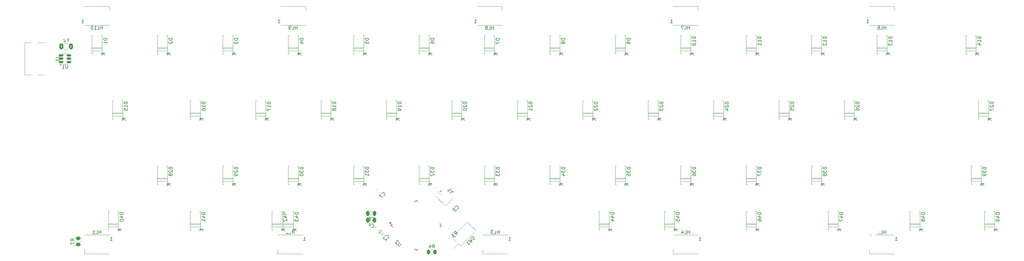
<source format=gbo>
G04 #@! TF.GenerationSoftware,KiCad,Pcbnew,8.0.4*
G04 #@! TF.CreationDate,2024-10-13T21:39:06+03:00*
G04 #@! TF.ProjectId,4040,34303430-2e6b-4696-9361-645f70636258,rev?*
G04 #@! TF.SameCoordinates,Original*
G04 #@! TF.FileFunction,Legend,Bot*
G04 #@! TF.FilePolarity,Positive*
%FSLAX46Y46*%
G04 Gerber Fmt 4.6, Leading zero omitted, Abs format (unit mm)*
G04 Created by KiCad (PCBNEW 8.0.4) date 2024-10-13 21:39:06*
%MOMM*%
%LPD*%
G01*
G04 APERTURE LIST*
G04 Aperture macros list*
%AMRoundRect*
0 Rectangle with rounded corners*
0 $1 Rounding radius*
0 $2 $3 $4 $5 $6 $7 $8 $9 X,Y pos of 4 corners*
0 Add a 4 corners polygon primitive as box body*
4,1,4,$2,$3,$4,$5,$6,$7,$8,$9,$2,$3,0*
0 Add four circle primitives for the rounded corners*
1,1,$1+$1,$2,$3*
1,1,$1+$1,$4,$5*
1,1,$1+$1,$6,$7*
1,1,$1+$1,$8,$9*
0 Add four rect primitives between the rounded corners*
20,1,$1+$1,$2,$3,$4,$5,0*
20,1,$1+$1,$4,$5,$6,$7,0*
20,1,$1+$1,$6,$7,$8,$9,0*
20,1,$1+$1,$8,$9,$2,$3,0*%
%AMHorizOval*
0 Thick line with rounded ends*
0 $1 width*
0 $2 $3 position (X,Y) of the first rounded end (center of the circle)*
0 $4 $5 position (X,Y) of the second rounded end (center of the circle)*
0 Add line between two ends*
20,1,$1,$2,$3,$4,$5,0*
0 Add two circle primitives to create the rounded ends*
1,1,$1,$2,$3*
1,1,$1,$4,$5*%
%AMRotRect*
0 Rectangle, with rotation*
0 The origin of the aperture is its center*
0 $1 length*
0 $2 width*
0 $3 Rotation angle, in degrees counterclockwise*
0 Add horizontal line*
21,1,$1,$2,0,0,$3*%
G04 Aperture macros list end*
%ADD10C,0.150000*%
%ADD11C,0.120000*%
%ADD12C,1.750000*%
%ADD13C,3.987800*%
%ADD14HorizOval,2.250000X0.655001X0.730000X-0.655001X-0.730000X0*%
%ADD15C,2.250000*%
%ADD16HorizOval,2.250000X0.020000X0.290000X-0.020000X-0.290000X0*%
%ADD17C,3.048000*%
%ADD18R,1.800000X1.800000*%
%ADD19O,1.800000X1.800000*%
%ADD20R,1.500000X0.900000*%
%ADD21RotRect,1.500000X0.550000X315.000000*%
%ADD22RotRect,1.500000X0.550000X225.000000*%
%ADD23RotRect,1.500000X1.100000X45.000000*%
%ADD24RoundRect,0.150000X-0.512500X-0.150000X0.512500X-0.150000X0.512500X0.150000X-0.512500X0.150000X0*%
%ADD25C,0.650000*%
%ADD26R,1.450000X0.600000*%
%ADD27R,1.450000X0.300000*%
%ADD28O,1.600000X1.000000*%
%ADD29O,2.100000X1.000000*%
%ADD30RoundRect,0.250000X-0.250000X-0.475000X0.250000X-0.475000X0.250000X0.475000X-0.250000X0.475000X0*%
%ADD31RoundRect,0.250000X0.159099X-0.512652X0.512652X-0.159099X-0.159099X0.512652X-0.512652X0.159099X0*%
%ADD32RoundRect,0.250000X0.375000X0.625000X-0.375000X0.625000X-0.375000X-0.625000X0.375000X-0.625000X0*%
%ADD33RoundRect,0.250000X0.132583X-0.503814X0.503814X-0.132583X-0.132583X0.503814X-0.503814X0.132583X0*%
%ADD34RoundRect,0.250000X-0.450000X0.262500X-0.450000X-0.262500X0.450000X-0.262500X0.450000X0.262500X0*%
%ADD35RoundRect,0.250000X0.262500X0.450000X-0.262500X0.450000X-0.262500X-0.450000X0.262500X-0.450000X0*%
%ADD36RotRect,1.400000X1.200000X135.000000*%
G04 APERTURE END LIST*
D10*
X80090019Y-83281405D02*
X79090019Y-83281405D01*
X79090019Y-83281405D02*
X79090019Y-83519500D01*
X79090019Y-83519500D02*
X79137638Y-83662357D01*
X79137638Y-83662357D02*
X79232876Y-83757595D01*
X79232876Y-83757595D02*
X79328114Y-83805214D01*
X79328114Y-83805214D02*
X79518590Y-83852833D01*
X79518590Y-83852833D02*
X79661447Y-83852833D01*
X79661447Y-83852833D02*
X79851923Y-83805214D01*
X79851923Y-83805214D02*
X79947161Y-83757595D01*
X79947161Y-83757595D02*
X80042400Y-83662357D01*
X80042400Y-83662357D02*
X80090019Y-83519500D01*
X80090019Y-83519500D02*
X80090019Y-83281405D01*
X80090019Y-84805214D02*
X80090019Y-84233786D01*
X80090019Y-84519500D02*
X79090019Y-84519500D01*
X79090019Y-84519500D02*
X79232876Y-84424262D01*
X79232876Y-84424262D02*
X79328114Y-84329024D01*
X79328114Y-84329024D02*
X79375733Y-84233786D01*
X79520019Y-87567595D02*
X78520019Y-87567595D01*
X79520019Y-88139023D02*
X78948590Y-87710452D01*
X78520019Y-88139023D02*
X79091447Y-87567595D01*
X306906466Y-80662819D02*
X306906466Y-79662819D01*
X306906466Y-80139009D02*
X306335038Y-80139009D01*
X306335038Y-80662819D02*
X306335038Y-79662819D01*
X305382657Y-80662819D02*
X305858847Y-80662819D01*
X305858847Y-80662819D02*
X305858847Y-79662819D01*
X304620752Y-79662819D02*
X304811228Y-79662819D01*
X304811228Y-79662819D02*
X304906466Y-79710438D01*
X304906466Y-79710438D02*
X304954085Y-79758057D01*
X304954085Y-79758057D02*
X305049323Y-79900914D01*
X305049323Y-79900914D02*
X305096942Y-80091390D01*
X305096942Y-80091390D02*
X305096942Y-80472342D01*
X305096942Y-80472342D02*
X305049323Y-80567580D01*
X305049323Y-80567580D02*
X305001704Y-80615200D01*
X305001704Y-80615200D02*
X304906466Y-80662819D01*
X304906466Y-80662819D02*
X304715990Y-80662819D01*
X304715990Y-80662819D02*
X304620752Y-80615200D01*
X304620752Y-80615200D02*
X304573133Y-80567580D01*
X304573133Y-80567580D02*
X304525514Y-80472342D01*
X304525514Y-80472342D02*
X304525514Y-80234247D01*
X304525514Y-80234247D02*
X304573133Y-80139009D01*
X304573133Y-80139009D02*
X304620752Y-80091390D01*
X304620752Y-80091390D02*
X304715990Y-80043771D01*
X304715990Y-80043771D02*
X304906466Y-80043771D01*
X304906466Y-80043771D02*
X305001704Y-80091390D01*
X305001704Y-80091390D02*
X305049323Y-80139009D01*
X305049323Y-80139009D02*
X305096942Y-80234247D01*
X301304085Y-78762819D02*
X301875513Y-78762819D01*
X301589799Y-78762819D02*
X301589799Y-77762819D01*
X301589799Y-77762819D02*
X301685037Y-77905676D01*
X301685037Y-77905676D02*
X301780275Y-78000914D01*
X301780275Y-78000914D02*
X301875513Y-78048533D01*
X334572619Y-82805214D02*
X333572619Y-82805214D01*
X333572619Y-82805214D02*
X333572619Y-83043309D01*
X333572619Y-83043309D02*
X333620238Y-83186166D01*
X333620238Y-83186166D02*
X333715476Y-83281404D01*
X333715476Y-83281404D02*
X333810714Y-83329023D01*
X333810714Y-83329023D02*
X334001190Y-83376642D01*
X334001190Y-83376642D02*
X334144047Y-83376642D01*
X334144047Y-83376642D02*
X334334523Y-83329023D01*
X334334523Y-83329023D02*
X334429761Y-83281404D01*
X334429761Y-83281404D02*
X334525000Y-83186166D01*
X334525000Y-83186166D02*
X334572619Y-83043309D01*
X334572619Y-83043309D02*
X334572619Y-82805214D01*
X334572619Y-84329023D02*
X334572619Y-83757595D01*
X334572619Y-84043309D02*
X333572619Y-84043309D01*
X333572619Y-84043309D02*
X333715476Y-83948071D01*
X333715476Y-83948071D02*
X333810714Y-83852833D01*
X333810714Y-83852833D02*
X333858333Y-83757595D01*
X333905952Y-85186166D02*
X334572619Y-85186166D01*
X333525000Y-84948071D02*
X334239285Y-84709976D01*
X334239285Y-84709976D02*
X334239285Y-85329023D01*
X334002619Y-87567595D02*
X333002619Y-87567595D01*
X334002619Y-88139023D02*
X333431190Y-87710452D01*
X333002619Y-88139023D02*
X333574047Y-87567595D01*
X299139619Y-101855214D02*
X298139619Y-101855214D01*
X298139619Y-101855214D02*
X298139619Y-102093309D01*
X298139619Y-102093309D02*
X298187238Y-102236166D01*
X298187238Y-102236166D02*
X298282476Y-102331404D01*
X298282476Y-102331404D02*
X298377714Y-102379023D01*
X298377714Y-102379023D02*
X298568190Y-102426642D01*
X298568190Y-102426642D02*
X298711047Y-102426642D01*
X298711047Y-102426642D02*
X298901523Y-102379023D01*
X298901523Y-102379023D02*
X298996761Y-102331404D01*
X298996761Y-102331404D02*
X299092000Y-102236166D01*
X299092000Y-102236166D02*
X299139619Y-102093309D01*
X299139619Y-102093309D02*
X299139619Y-101855214D01*
X298234857Y-102807595D02*
X298187238Y-102855214D01*
X298187238Y-102855214D02*
X298139619Y-102950452D01*
X298139619Y-102950452D02*
X298139619Y-103188547D01*
X298139619Y-103188547D02*
X298187238Y-103283785D01*
X298187238Y-103283785D02*
X298234857Y-103331404D01*
X298234857Y-103331404D02*
X298330095Y-103379023D01*
X298330095Y-103379023D02*
X298425333Y-103379023D01*
X298425333Y-103379023D02*
X298568190Y-103331404D01*
X298568190Y-103331404D02*
X299139619Y-102759976D01*
X299139619Y-102759976D02*
X299139619Y-103379023D01*
X298139619Y-104236166D02*
X298139619Y-104045690D01*
X298139619Y-104045690D02*
X298187238Y-103950452D01*
X298187238Y-103950452D02*
X298234857Y-103902833D01*
X298234857Y-103902833D02*
X298377714Y-103807595D01*
X298377714Y-103807595D02*
X298568190Y-103759976D01*
X298568190Y-103759976D02*
X298949142Y-103759976D01*
X298949142Y-103759976D02*
X299044380Y-103807595D01*
X299044380Y-103807595D02*
X299092000Y-103855214D01*
X299092000Y-103855214D02*
X299139619Y-103950452D01*
X299139619Y-103950452D02*
X299139619Y-104140928D01*
X299139619Y-104140928D02*
X299092000Y-104236166D01*
X299092000Y-104236166D02*
X299044380Y-104283785D01*
X299044380Y-104283785D02*
X298949142Y-104331404D01*
X298949142Y-104331404D02*
X298711047Y-104331404D01*
X298711047Y-104331404D02*
X298615809Y-104283785D01*
X298615809Y-104283785D02*
X298568190Y-104236166D01*
X298568190Y-104236166D02*
X298520571Y-104140928D01*
X298520571Y-104140928D02*
X298520571Y-103950452D01*
X298520571Y-103950452D02*
X298568190Y-103855214D01*
X298568190Y-103855214D02*
X298615809Y-103807595D01*
X298615809Y-103807595D02*
X298711047Y-103759976D01*
X298569619Y-106617595D02*
X297569619Y-106617595D01*
X298569619Y-107189023D02*
X297998190Y-106760452D01*
X297569619Y-107189023D02*
X298141047Y-106617595D01*
X165810903Y-143292392D02*
X165238483Y-143864812D01*
X165238483Y-143864812D02*
X165137468Y-143898484D01*
X165137468Y-143898484D02*
X165070124Y-143898484D01*
X165070124Y-143898484D02*
X164969109Y-143864812D01*
X164969109Y-143864812D02*
X164834422Y-143730125D01*
X164834422Y-143730125D02*
X164800750Y-143629110D01*
X164800750Y-143629110D02*
X164800750Y-143561766D01*
X164800750Y-143561766D02*
X164834422Y-143460751D01*
X164834422Y-143460751D02*
X165406842Y-142888331D01*
X165036452Y-142652629D02*
X165036452Y-142585286D01*
X165036452Y-142585286D02*
X165002781Y-142484270D01*
X165002781Y-142484270D02*
X164834422Y-142315912D01*
X164834422Y-142315912D02*
X164733407Y-142282240D01*
X164733407Y-142282240D02*
X164666063Y-142282240D01*
X164666063Y-142282240D02*
X164565048Y-142315912D01*
X164565048Y-142315912D02*
X164497704Y-142383255D01*
X164497704Y-142383255D02*
X164430361Y-142517942D01*
X164430361Y-142517942D02*
X164430361Y-143326064D01*
X164430361Y-143326064D02*
X163992628Y-142888331D01*
X270590019Y-82805214D02*
X269590019Y-82805214D01*
X269590019Y-82805214D02*
X269590019Y-83043309D01*
X269590019Y-83043309D02*
X269637638Y-83186166D01*
X269637638Y-83186166D02*
X269732876Y-83281404D01*
X269732876Y-83281404D02*
X269828114Y-83329023D01*
X269828114Y-83329023D02*
X270018590Y-83376642D01*
X270018590Y-83376642D02*
X270161447Y-83376642D01*
X270161447Y-83376642D02*
X270351923Y-83329023D01*
X270351923Y-83329023D02*
X270447161Y-83281404D01*
X270447161Y-83281404D02*
X270542400Y-83186166D01*
X270542400Y-83186166D02*
X270590019Y-83043309D01*
X270590019Y-83043309D02*
X270590019Y-82805214D01*
X270590019Y-84329023D02*
X270590019Y-83757595D01*
X270590019Y-84043309D02*
X269590019Y-84043309D01*
X269590019Y-84043309D02*
X269732876Y-83948071D01*
X269732876Y-83948071D02*
X269828114Y-83852833D01*
X269828114Y-83852833D02*
X269875733Y-83757595D01*
X270590019Y-85281404D02*
X270590019Y-84709976D01*
X270590019Y-84995690D02*
X269590019Y-84995690D01*
X269590019Y-84995690D02*
X269732876Y-84900452D01*
X269732876Y-84900452D02*
X269828114Y-84805214D01*
X269828114Y-84805214D02*
X269875733Y-84709976D01*
X270020019Y-87567595D02*
X269020019Y-87567595D01*
X270020019Y-88139023D02*
X269448590Y-87710452D01*
X269020019Y-88139023D02*
X269591447Y-87567595D01*
X187236616Y-141707849D02*
X187169273Y-141842536D01*
X187169273Y-141842536D02*
X187000914Y-142010894D01*
X187000914Y-142010894D02*
X186899899Y-142044566D01*
X186899899Y-142044566D02*
X186832555Y-142044566D01*
X186832555Y-142044566D02*
X186731540Y-142010894D01*
X186731540Y-142010894D02*
X186664196Y-141943551D01*
X186664196Y-141943551D02*
X186630525Y-141842536D01*
X186630525Y-141842536D02*
X186630525Y-141775192D01*
X186630525Y-141775192D02*
X186664196Y-141674177D01*
X186664196Y-141674177D02*
X186765212Y-141505818D01*
X186765212Y-141505818D02*
X186798883Y-141404803D01*
X186798883Y-141404803D02*
X186798883Y-141337459D01*
X186798883Y-141337459D02*
X186765212Y-141236444D01*
X186765212Y-141236444D02*
X186697868Y-141169101D01*
X186697868Y-141169101D02*
X186596853Y-141135429D01*
X186596853Y-141135429D02*
X186529509Y-141135429D01*
X186529509Y-141135429D02*
X186428494Y-141169101D01*
X186428494Y-141169101D02*
X186260135Y-141337459D01*
X186260135Y-141337459D02*
X186192792Y-141472146D01*
X185923418Y-141674177D02*
X186462166Y-142549643D01*
X186462166Y-142549643D02*
X185822402Y-142179253D01*
X185822402Y-142179253D02*
X186192792Y-142819017D01*
X186192792Y-142819017D02*
X185317326Y-142280269D01*
X185384670Y-143627138D02*
X185788731Y-143223077D01*
X185586700Y-143425108D02*
X184879594Y-142718001D01*
X184879594Y-142718001D02*
X185047952Y-142751673D01*
X185047952Y-142751673D02*
X185182639Y-142751673D01*
X185182639Y-142751673D02*
X185283655Y-142718001D01*
X68636204Y-91069818D02*
X68636204Y-91879341D01*
X68636204Y-91879341D02*
X68588585Y-91974579D01*
X68588585Y-91974579D02*
X68540966Y-92022199D01*
X68540966Y-92022199D02*
X68445728Y-92069818D01*
X68445728Y-92069818D02*
X68255252Y-92069818D01*
X68255252Y-92069818D02*
X68160014Y-92022199D01*
X68160014Y-92022199D02*
X68112395Y-91974579D01*
X68112395Y-91974579D02*
X68064776Y-91879341D01*
X68064776Y-91879341D02*
X68064776Y-91069818D01*
X67064776Y-92069818D02*
X67636204Y-92069818D01*
X67350490Y-92069818D02*
X67350490Y-91069818D01*
X67350490Y-91069818D02*
X67445728Y-91212675D01*
X67445728Y-91212675D02*
X67540966Y-91307913D01*
X67540966Y-91307913D02*
X67636204Y-91355532D01*
X108690419Y-101855214D02*
X107690419Y-101855214D01*
X107690419Y-101855214D02*
X107690419Y-102093309D01*
X107690419Y-102093309D02*
X107738038Y-102236166D01*
X107738038Y-102236166D02*
X107833276Y-102331404D01*
X107833276Y-102331404D02*
X107928514Y-102379023D01*
X107928514Y-102379023D02*
X108118990Y-102426642D01*
X108118990Y-102426642D02*
X108261847Y-102426642D01*
X108261847Y-102426642D02*
X108452323Y-102379023D01*
X108452323Y-102379023D02*
X108547561Y-102331404D01*
X108547561Y-102331404D02*
X108642800Y-102236166D01*
X108642800Y-102236166D02*
X108690419Y-102093309D01*
X108690419Y-102093309D02*
X108690419Y-101855214D01*
X108690419Y-103379023D02*
X108690419Y-102807595D01*
X108690419Y-103093309D02*
X107690419Y-103093309D01*
X107690419Y-103093309D02*
X107833276Y-102998071D01*
X107833276Y-102998071D02*
X107928514Y-102902833D01*
X107928514Y-102902833D02*
X107976133Y-102807595D01*
X107690419Y-104236166D02*
X107690419Y-104045690D01*
X107690419Y-104045690D02*
X107738038Y-103950452D01*
X107738038Y-103950452D02*
X107785657Y-103902833D01*
X107785657Y-103902833D02*
X107928514Y-103807595D01*
X107928514Y-103807595D02*
X108118990Y-103759976D01*
X108118990Y-103759976D02*
X108499942Y-103759976D01*
X108499942Y-103759976D02*
X108595180Y-103807595D01*
X108595180Y-103807595D02*
X108642800Y-103855214D01*
X108642800Y-103855214D02*
X108690419Y-103950452D01*
X108690419Y-103950452D02*
X108690419Y-104140928D01*
X108690419Y-104140928D02*
X108642800Y-104236166D01*
X108642800Y-104236166D02*
X108595180Y-104283785D01*
X108595180Y-104283785D02*
X108499942Y-104331404D01*
X108499942Y-104331404D02*
X108261847Y-104331404D01*
X108261847Y-104331404D02*
X108166609Y-104283785D01*
X108166609Y-104283785D02*
X108118990Y-104236166D01*
X108118990Y-104236166D02*
X108071371Y-104140928D01*
X108071371Y-104140928D02*
X108071371Y-103950452D01*
X108071371Y-103950452D02*
X108118990Y-103855214D01*
X108118990Y-103855214D02*
X108166609Y-103807595D01*
X108166609Y-103807595D02*
X108261847Y-103759976D01*
X108120419Y-106617595D02*
X107120419Y-106617595D01*
X108120419Y-107189023D02*
X107548990Y-106760452D01*
X107120419Y-107189023D02*
X107691847Y-106617595D01*
X289640019Y-120905214D02*
X288640019Y-120905214D01*
X288640019Y-120905214D02*
X288640019Y-121143309D01*
X288640019Y-121143309D02*
X288687638Y-121286166D01*
X288687638Y-121286166D02*
X288782876Y-121381404D01*
X288782876Y-121381404D02*
X288878114Y-121429023D01*
X288878114Y-121429023D02*
X289068590Y-121476642D01*
X289068590Y-121476642D02*
X289211447Y-121476642D01*
X289211447Y-121476642D02*
X289401923Y-121429023D01*
X289401923Y-121429023D02*
X289497161Y-121381404D01*
X289497161Y-121381404D02*
X289592400Y-121286166D01*
X289592400Y-121286166D02*
X289640019Y-121143309D01*
X289640019Y-121143309D02*
X289640019Y-120905214D01*
X288640019Y-121809976D02*
X288640019Y-122429023D01*
X288640019Y-122429023D02*
X289020971Y-122095690D01*
X289020971Y-122095690D02*
X289020971Y-122238547D01*
X289020971Y-122238547D02*
X289068590Y-122333785D01*
X289068590Y-122333785D02*
X289116209Y-122381404D01*
X289116209Y-122381404D02*
X289211447Y-122429023D01*
X289211447Y-122429023D02*
X289449542Y-122429023D01*
X289449542Y-122429023D02*
X289544780Y-122381404D01*
X289544780Y-122381404D02*
X289592400Y-122333785D01*
X289592400Y-122333785D02*
X289640019Y-122238547D01*
X289640019Y-122238547D02*
X289640019Y-121952833D01*
X289640019Y-121952833D02*
X289592400Y-121857595D01*
X289592400Y-121857595D02*
X289544780Y-121809976D01*
X289068590Y-123000452D02*
X289020971Y-122905214D01*
X289020971Y-122905214D02*
X288973352Y-122857595D01*
X288973352Y-122857595D02*
X288878114Y-122809976D01*
X288878114Y-122809976D02*
X288830495Y-122809976D01*
X288830495Y-122809976D02*
X288735257Y-122857595D01*
X288735257Y-122857595D02*
X288687638Y-122905214D01*
X288687638Y-122905214D02*
X288640019Y-123000452D01*
X288640019Y-123000452D02*
X288640019Y-123190928D01*
X288640019Y-123190928D02*
X288687638Y-123286166D01*
X288687638Y-123286166D02*
X288735257Y-123333785D01*
X288735257Y-123333785D02*
X288830495Y-123381404D01*
X288830495Y-123381404D02*
X288878114Y-123381404D01*
X288878114Y-123381404D02*
X288973352Y-123333785D01*
X288973352Y-123333785D02*
X289020971Y-123286166D01*
X289020971Y-123286166D02*
X289068590Y-123190928D01*
X289068590Y-123190928D02*
X289068590Y-123000452D01*
X289068590Y-123000452D02*
X289116209Y-122905214D01*
X289116209Y-122905214D02*
X289163828Y-122857595D01*
X289163828Y-122857595D02*
X289259066Y-122809976D01*
X289259066Y-122809976D02*
X289449542Y-122809976D01*
X289449542Y-122809976D02*
X289544780Y-122857595D01*
X289544780Y-122857595D02*
X289592400Y-122905214D01*
X289592400Y-122905214D02*
X289640019Y-123000452D01*
X289640019Y-123000452D02*
X289640019Y-123190928D01*
X289640019Y-123190928D02*
X289592400Y-123286166D01*
X289592400Y-123286166D02*
X289544780Y-123333785D01*
X289544780Y-123333785D02*
X289449542Y-123381404D01*
X289449542Y-123381404D02*
X289259066Y-123381404D01*
X289259066Y-123381404D02*
X289163828Y-123333785D01*
X289163828Y-123333785D02*
X289116209Y-123286166D01*
X289116209Y-123286166D02*
X289068590Y-123190928D01*
X289070019Y-125667595D02*
X288070019Y-125667595D01*
X289070019Y-126239023D02*
X288498590Y-125810452D01*
X288070019Y-126239023D02*
X288641447Y-125667595D01*
X270590019Y-134164014D02*
X269590019Y-134164014D01*
X269590019Y-134164014D02*
X269590019Y-134402109D01*
X269590019Y-134402109D02*
X269637638Y-134544966D01*
X269637638Y-134544966D02*
X269732876Y-134640204D01*
X269732876Y-134640204D02*
X269828114Y-134687823D01*
X269828114Y-134687823D02*
X270018590Y-134735442D01*
X270018590Y-134735442D02*
X270161447Y-134735442D01*
X270161447Y-134735442D02*
X270351923Y-134687823D01*
X270351923Y-134687823D02*
X270447161Y-134640204D01*
X270447161Y-134640204D02*
X270542400Y-134544966D01*
X270542400Y-134544966D02*
X270590019Y-134402109D01*
X270590019Y-134402109D02*
X270590019Y-134164014D01*
X269923352Y-135592585D02*
X270590019Y-135592585D01*
X269542400Y-135354490D02*
X270256685Y-135116395D01*
X270256685Y-135116395D02*
X270256685Y-135735442D01*
X269590019Y-136544966D02*
X269590019Y-136354490D01*
X269590019Y-136354490D02*
X269637638Y-136259252D01*
X269637638Y-136259252D02*
X269685257Y-136211633D01*
X269685257Y-136211633D02*
X269828114Y-136116395D01*
X269828114Y-136116395D02*
X270018590Y-136068776D01*
X270018590Y-136068776D02*
X270399542Y-136068776D01*
X270399542Y-136068776D02*
X270494780Y-136116395D01*
X270494780Y-136116395D02*
X270542400Y-136164014D01*
X270542400Y-136164014D02*
X270590019Y-136259252D01*
X270590019Y-136259252D02*
X270590019Y-136449728D01*
X270590019Y-136449728D02*
X270542400Y-136544966D01*
X270542400Y-136544966D02*
X270494780Y-136592585D01*
X270494780Y-136592585D02*
X270399542Y-136640204D01*
X270399542Y-136640204D02*
X270161447Y-136640204D01*
X270161447Y-136640204D02*
X270066209Y-136592585D01*
X270066209Y-136592585D02*
X270018590Y-136544966D01*
X270018590Y-136544966D02*
X269970971Y-136449728D01*
X269970971Y-136449728D02*
X269970971Y-136259252D01*
X269970971Y-136259252D02*
X270018590Y-136164014D01*
X270018590Y-136164014D02*
X270066209Y-136116395D01*
X270066209Y-136116395D02*
X270161447Y-136068776D01*
X270020019Y-138926395D02*
X269020019Y-138926395D01*
X270020019Y-139497823D02*
X269448590Y-139069252D01*
X269020019Y-139497823D02*
X269591447Y-138926395D01*
X78782656Y-80662819D02*
X78782656Y-79662819D01*
X78782656Y-80139009D02*
X78211228Y-80139009D01*
X78211228Y-80662819D02*
X78211228Y-79662819D01*
X77258847Y-80662819D02*
X77735037Y-80662819D01*
X77735037Y-80662819D02*
X77735037Y-79662819D01*
X76401704Y-80662819D02*
X76973132Y-80662819D01*
X76687418Y-80662819D02*
X76687418Y-79662819D01*
X76687418Y-79662819D02*
X76782656Y-79805676D01*
X76782656Y-79805676D02*
X76877894Y-79900914D01*
X76877894Y-79900914D02*
X76973132Y-79948533D01*
X75782656Y-79662819D02*
X75687418Y-79662819D01*
X75687418Y-79662819D02*
X75592180Y-79710438D01*
X75592180Y-79710438D02*
X75544561Y-79758057D01*
X75544561Y-79758057D02*
X75496942Y-79853295D01*
X75496942Y-79853295D02*
X75449323Y-80043771D01*
X75449323Y-80043771D02*
X75449323Y-80281866D01*
X75449323Y-80281866D02*
X75496942Y-80472342D01*
X75496942Y-80472342D02*
X75544561Y-80567580D01*
X75544561Y-80567580D02*
X75592180Y-80615200D01*
X75592180Y-80615200D02*
X75687418Y-80662819D01*
X75687418Y-80662819D02*
X75782656Y-80662819D01*
X75782656Y-80662819D02*
X75877894Y-80615200D01*
X75877894Y-80615200D02*
X75925513Y-80567580D01*
X75925513Y-80567580D02*
X75973132Y-80472342D01*
X75973132Y-80472342D02*
X76020751Y-80281866D01*
X76020751Y-80281866D02*
X76020751Y-80043771D01*
X76020751Y-80043771D02*
X75973132Y-79853295D01*
X75973132Y-79853295D02*
X75925513Y-79758057D01*
X75925513Y-79758057D02*
X75877894Y-79710438D01*
X75877894Y-79710438D02*
X75782656Y-79662819D01*
X72704085Y-78762819D02*
X73275513Y-78762819D01*
X72989799Y-78762819D02*
X72989799Y-77762819D01*
X72989799Y-77762819D02*
X73085037Y-77905676D01*
X73085037Y-77905676D02*
X73180275Y-78000914D01*
X73180275Y-78000914D02*
X73275513Y-78048533D01*
X289640019Y-82805214D02*
X288640019Y-82805214D01*
X288640019Y-82805214D02*
X288640019Y-83043309D01*
X288640019Y-83043309D02*
X288687638Y-83186166D01*
X288687638Y-83186166D02*
X288782876Y-83281404D01*
X288782876Y-83281404D02*
X288878114Y-83329023D01*
X288878114Y-83329023D02*
X289068590Y-83376642D01*
X289068590Y-83376642D02*
X289211447Y-83376642D01*
X289211447Y-83376642D02*
X289401923Y-83329023D01*
X289401923Y-83329023D02*
X289497161Y-83281404D01*
X289497161Y-83281404D02*
X289592400Y-83186166D01*
X289592400Y-83186166D02*
X289640019Y-83043309D01*
X289640019Y-83043309D02*
X289640019Y-82805214D01*
X289640019Y-84329023D02*
X289640019Y-83757595D01*
X289640019Y-84043309D02*
X288640019Y-84043309D01*
X288640019Y-84043309D02*
X288782876Y-83948071D01*
X288782876Y-83948071D02*
X288878114Y-83852833D01*
X288878114Y-83852833D02*
X288925733Y-83757595D01*
X288735257Y-84709976D02*
X288687638Y-84757595D01*
X288687638Y-84757595D02*
X288640019Y-84852833D01*
X288640019Y-84852833D02*
X288640019Y-85090928D01*
X288640019Y-85090928D02*
X288687638Y-85186166D01*
X288687638Y-85186166D02*
X288735257Y-85233785D01*
X288735257Y-85233785D02*
X288830495Y-85281404D01*
X288830495Y-85281404D02*
X288925733Y-85281404D01*
X288925733Y-85281404D02*
X289068590Y-85233785D01*
X289068590Y-85233785D02*
X289640019Y-84662357D01*
X289640019Y-84662357D02*
X289640019Y-85281404D01*
X289070019Y-87567595D02*
X288070019Y-87567595D01*
X289070019Y-88139023D02*
X288498590Y-87710452D01*
X288070019Y-88139023D02*
X288641447Y-87567595D01*
X135456466Y-80662819D02*
X135456466Y-79662819D01*
X135456466Y-80139009D02*
X134885038Y-80139009D01*
X134885038Y-80662819D02*
X134885038Y-79662819D01*
X133932657Y-80662819D02*
X134408847Y-80662819D01*
X134408847Y-80662819D02*
X134408847Y-79662819D01*
X133551704Y-80662819D02*
X133361228Y-80662819D01*
X133361228Y-80662819D02*
X133265990Y-80615200D01*
X133265990Y-80615200D02*
X133218371Y-80567580D01*
X133218371Y-80567580D02*
X133123133Y-80424723D01*
X133123133Y-80424723D02*
X133075514Y-80234247D01*
X133075514Y-80234247D02*
X133075514Y-79853295D01*
X133075514Y-79853295D02*
X133123133Y-79758057D01*
X133123133Y-79758057D02*
X133170752Y-79710438D01*
X133170752Y-79710438D02*
X133265990Y-79662819D01*
X133265990Y-79662819D02*
X133456466Y-79662819D01*
X133456466Y-79662819D02*
X133551704Y-79710438D01*
X133551704Y-79710438D02*
X133599323Y-79758057D01*
X133599323Y-79758057D02*
X133646942Y-79853295D01*
X133646942Y-79853295D02*
X133646942Y-80091390D01*
X133646942Y-80091390D02*
X133599323Y-80186628D01*
X133599323Y-80186628D02*
X133551704Y-80234247D01*
X133551704Y-80234247D02*
X133456466Y-80281866D01*
X133456466Y-80281866D02*
X133265990Y-80281866D01*
X133265990Y-80281866D02*
X133170752Y-80234247D01*
X133170752Y-80234247D02*
X133123133Y-80186628D01*
X133123133Y-80186628D02*
X133075514Y-80091390D01*
X129854085Y-78762819D02*
X130425513Y-78762819D01*
X130139799Y-78762819D02*
X130139799Y-77762819D01*
X130139799Y-77762819D02*
X130235037Y-77905676D01*
X130235037Y-77905676D02*
X130330275Y-78000914D01*
X130330275Y-78000914D02*
X130425513Y-78048533D01*
X175314619Y-120905214D02*
X174314619Y-120905214D01*
X174314619Y-120905214D02*
X174314619Y-121143309D01*
X174314619Y-121143309D02*
X174362238Y-121286166D01*
X174362238Y-121286166D02*
X174457476Y-121381404D01*
X174457476Y-121381404D02*
X174552714Y-121429023D01*
X174552714Y-121429023D02*
X174743190Y-121476642D01*
X174743190Y-121476642D02*
X174886047Y-121476642D01*
X174886047Y-121476642D02*
X175076523Y-121429023D01*
X175076523Y-121429023D02*
X175171761Y-121381404D01*
X175171761Y-121381404D02*
X175267000Y-121286166D01*
X175267000Y-121286166D02*
X175314619Y-121143309D01*
X175314619Y-121143309D02*
X175314619Y-120905214D01*
X174314619Y-121809976D02*
X174314619Y-122429023D01*
X174314619Y-122429023D02*
X174695571Y-122095690D01*
X174695571Y-122095690D02*
X174695571Y-122238547D01*
X174695571Y-122238547D02*
X174743190Y-122333785D01*
X174743190Y-122333785D02*
X174790809Y-122381404D01*
X174790809Y-122381404D02*
X174886047Y-122429023D01*
X174886047Y-122429023D02*
X175124142Y-122429023D01*
X175124142Y-122429023D02*
X175219380Y-122381404D01*
X175219380Y-122381404D02*
X175267000Y-122333785D01*
X175267000Y-122333785D02*
X175314619Y-122238547D01*
X175314619Y-122238547D02*
X175314619Y-121952833D01*
X175314619Y-121952833D02*
X175267000Y-121857595D01*
X175267000Y-121857595D02*
X175219380Y-121809976D01*
X174409857Y-122809976D02*
X174362238Y-122857595D01*
X174362238Y-122857595D02*
X174314619Y-122952833D01*
X174314619Y-122952833D02*
X174314619Y-123190928D01*
X174314619Y-123190928D02*
X174362238Y-123286166D01*
X174362238Y-123286166D02*
X174409857Y-123333785D01*
X174409857Y-123333785D02*
X174505095Y-123381404D01*
X174505095Y-123381404D02*
X174600333Y-123381404D01*
X174600333Y-123381404D02*
X174743190Y-123333785D01*
X174743190Y-123333785D02*
X175314619Y-122762357D01*
X175314619Y-122762357D02*
X175314619Y-123381404D01*
X174744619Y-125667595D02*
X173744619Y-125667595D01*
X174744619Y-126239023D02*
X174173190Y-125810452D01*
X173744619Y-126239023D02*
X174316047Y-125667595D01*
X306906466Y-140337819D02*
X306906466Y-139337819D01*
X306906466Y-139814009D02*
X306335038Y-139814009D01*
X306335038Y-140337819D02*
X306335038Y-139337819D01*
X305382657Y-140337819D02*
X305858847Y-140337819D01*
X305858847Y-140337819D02*
X305858847Y-139337819D01*
X304573133Y-139337819D02*
X305049323Y-139337819D01*
X305049323Y-139337819D02*
X305096942Y-139814009D01*
X305096942Y-139814009D02*
X305049323Y-139766390D01*
X305049323Y-139766390D02*
X304954085Y-139718771D01*
X304954085Y-139718771D02*
X304715990Y-139718771D01*
X304715990Y-139718771D02*
X304620752Y-139766390D01*
X304620752Y-139766390D02*
X304573133Y-139814009D01*
X304573133Y-139814009D02*
X304525514Y-139909247D01*
X304525514Y-139909247D02*
X304525514Y-140147342D01*
X304525514Y-140147342D02*
X304573133Y-140242580D01*
X304573133Y-140242580D02*
X304620752Y-140290200D01*
X304620752Y-140290200D02*
X304715990Y-140337819D01*
X304715990Y-140337819D02*
X304954085Y-140337819D01*
X304954085Y-140337819D02*
X305049323Y-140290200D01*
X305049323Y-140290200D02*
X305096942Y-140242580D01*
X309604085Y-142237819D02*
X310175513Y-142237819D01*
X309889799Y-142237819D02*
X309889799Y-141237819D01*
X309889799Y-141237819D02*
X309985037Y-141380676D01*
X309985037Y-141380676D02*
X310080275Y-141475914D01*
X310080275Y-141475914D02*
X310175513Y-141523533D01*
X84839819Y-134181314D02*
X83839819Y-134181314D01*
X83839819Y-134181314D02*
X83839819Y-134419409D01*
X83839819Y-134419409D02*
X83887438Y-134562266D01*
X83887438Y-134562266D02*
X83982676Y-134657504D01*
X83982676Y-134657504D02*
X84077914Y-134705123D01*
X84077914Y-134705123D02*
X84268390Y-134752742D01*
X84268390Y-134752742D02*
X84411247Y-134752742D01*
X84411247Y-134752742D02*
X84601723Y-134705123D01*
X84601723Y-134705123D02*
X84696961Y-134657504D01*
X84696961Y-134657504D02*
X84792200Y-134562266D01*
X84792200Y-134562266D02*
X84839819Y-134419409D01*
X84839819Y-134419409D02*
X84839819Y-134181314D01*
X84173152Y-135609885D02*
X84839819Y-135609885D01*
X83792200Y-135371790D02*
X84506485Y-135133695D01*
X84506485Y-135133695D02*
X84506485Y-135752742D01*
X83839819Y-136324171D02*
X83839819Y-136419409D01*
X83839819Y-136419409D02*
X83887438Y-136514647D01*
X83887438Y-136514647D02*
X83935057Y-136562266D01*
X83935057Y-136562266D02*
X84030295Y-136609885D01*
X84030295Y-136609885D02*
X84220771Y-136657504D01*
X84220771Y-136657504D02*
X84458866Y-136657504D01*
X84458866Y-136657504D02*
X84649342Y-136609885D01*
X84649342Y-136609885D02*
X84744580Y-136562266D01*
X84744580Y-136562266D02*
X84792200Y-136514647D01*
X84792200Y-136514647D02*
X84839819Y-136419409D01*
X84839819Y-136419409D02*
X84839819Y-136324171D01*
X84839819Y-136324171D02*
X84792200Y-136228933D01*
X84792200Y-136228933D02*
X84744580Y-136181314D01*
X84744580Y-136181314D02*
X84649342Y-136133695D01*
X84649342Y-136133695D02*
X84458866Y-136086076D01*
X84458866Y-136086076D02*
X84220771Y-136086076D01*
X84220771Y-136086076D02*
X84030295Y-136133695D01*
X84030295Y-136133695D02*
X83935057Y-136181314D01*
X83935057Y-136181314D02*
X83887438Y-136228933D01*
X83887438Y-136228933D02*
X83839819Y-136324171D01*
X84269819Y-138943695D02*
X83269819Y-138943695D01*
X84269819Y-139515123D02*
X83698390Y-139086552D01*
X83269819Y-139515123D02*
X83841247Y-138943695D01*
X261065019Y-101855214D02*
X260065019Y-101855214D01*
X260065019Y-101855214D02*
X260065019Y-102093309D01*
X260065019Y-102093309D02*
X260112638Y-102236166D01*
X260112638Y-102236166D02*
X260207876Y-102331404D01*
X260207876Y-102331404D02*
X260303114Y-102379023D01*
X260303114Y-102379023D02*
X260493590Y-102426642D01*
X260493590Y-102426642D02*
X260636447Y-102426642D01*
X260636447Y-102426642D02*
X260826923Y-102379023D01*
X260826923Y-102379023D02*
X260922161Y-102331404D01*
X260922161Y-102331404D02*
X261017400Y-102236166D01*
X261017400Y-102236166D02*
X261065019Y-102093309D01*
X261065019Y-102093309D02*
X261065019Y-101855214D01*
X260160257Y-102807595D02*
X260112638Y-102855214D01*
X260112638Y-102855214D02*
X260065019Y-102950452D01*
X260065019Y-102950452D02*
X260065019Y-103188547D01*
X260065019Y-103188547D02*
X260112638Y-103283785D01*
X260112638Y-103283785D02*
X260160257Y-103331404D01*
X260160257Y-103331404D02*
X260255495Y-103379023D01*
X260255495Y-103379023D02*
X260350733Y-103379023D01*
X260350733Y-103379023D02*
X260493590Y-103331404D01*
X260493590Y-103331404D02*
X261065019Y-102759976D01*
X261065019Y-102759976D02*
X261065019Y-103379023D01*
X260398352Y-104236166D02*
X261065019Y-104236166D01*
X260017400Y-103998071D02*
X260731685Y-103759976D01*
X260731685Y-103759976D02*
X260731685Y-104379023D01*
X260495019Y-106617595D02*
X259495019Y-106617595D01*
X260495019Y-107189023D02*
X259923590Y-106760452D01*
X259495019Y-107189023D02*
X260066447Y-106617595D01*
X65094619Y-88922266D02*
X65808904Y-88922266D01*
X65808904Y-88922266D02*
X65951761Y-88874647D01*
X65951761Y-88874647D02*
X66047000Y-88779409D01*
X66047000Y-88779409D02*
X66094619Y-88636552D01*
X66094619Y-88636552D02*
X66094619Y-88541314D01*
X66094619Y-89922266D02*
X66094619Y-89350838D01*
X66094619Y-89636552D02*
X65094619Y-89636552D01*
X65094619Y-89636552D02*
X65237476Y-89541314D01*
X65237476Y-89541314D02*
X65332714Y-89446076D01*
X65332714Y-89446076D02*
X65380333Y-89350838D01*
X108665019Y-134164014D02*
X107665019Y-134164014D01*
X107665019Y-134164014D02*
X107665019Y-134402109D01*
X107665019Y-134402109D02*
X107712638Y-134544966D01*
X107712638Y-134544966D02*
X107807876Y-134640204D01*
X107807876Y-134640204D02*
X107903114Y-134687823D01*
X107903114Y-134687823D02*
X108093590Y-134735442D01*
X108093590Y-134735442D02*
X108236447Y-134735442D01*
X108236447Y-134735442D02*
X108426923Y-134687823D01*
X108426923Y-134687823D02*
X108522161Y-134640204D01*
X108522161Y-134640204D02*
X108617400Y-134544966D01*
X108617400Y-134544966D02*
X108665019Y-134402109D01*
X108665019Y-134402109D02*
X108665019Y-134164014D01*
X107998352Y-135592585D02*
X108665019Y-135592585D01*
X107617400Y-135354490D02*
X108331685Y-135116395D01*
X108331685Y-135116395D02*
X108331685Y-135735442D01*
X108665019Y-136640204D02*
X108665019Y-136068776D01*
X108665019Y-136354490D02*
X107665019Y-136354490D01*
X107665019Y-136354490D02*
X107807876Y-136259252D01*
X107807876Y-136259252D02*
X107903114Y-136164014D01*
X107903114Y-136164014D02*
X107950733Y-136068776D01*
X108095019Y-138926395D02*
X107095019Y-138926395D01*
X108095019Y-139497823D02*
X107523590Y-139069252D01*
X107095019Y-139497823D02*
X107666447Y-138926395D01*
X137240019Y-83281405D02*
X136240019Y-83281405D01*
X136240019Y-83281405D02*
X136240019Y-83519500D01*
X136240019Y-83519500D02*
X136287638Y-83662357D01*
X136287638Y-83662357D02*
X136382876Y-83757595D01*
X136382876Y-83757595D02*
X136478114Y-83805214D01*
X136478114Y-83805214D02*
X136668590Y-83852833D01*
X136668590Y-83852833D02*
X136811447Y-83852833D01*
X136811447Y-83852833D02*
X137001923Y-83805214D01*
X137001923Y-83805214D02*
X137097161Y-83757595D01*
X137097161Y-83757595D02*
X137192400Y-83662357D01*
X137192400Y-83662357D02*
X137240019Y-83519500D01*
X137240019Y-83519500D02*
X137240019Y-83281405D01*
X136573352Y-84709976D02*
X137240019Y-84709976D01*
X136192400Y-84471881D02*
X136906685Y-84233786D01*
X136906685Y-84233786D02*
X136906685Y-84852833D01*
X136670019Y-87567595D02*
X135670019Y-87567595D01*
X136670019Y-88139023D02*
X136098590Y-87710452D01*
X135670019Y-88139023D02*
X136241447Y-87567595D01*
X249756466Y-140337819D02*
X249756466Y-139337819D01*
X249756466Y-139814009D02*
X249185038Y-139814009D01*
X249185038Y-140337819D02*
X249185038Y-139337819D01*
X248232657Y-140337819D02*
X248708847Y-140337819D01*
X248708847Y-140337819D02*
X248708847Y-139337819D01*
X247470752Y-139671152D02*
X247470752Y-140337819D01*
X247708847Y-139290200D02*
X247946942Y-140004485D01*
X247946942Y-140004485D02*
X247327895Y-140004485D01*
X252454085Y-142237819D02*
X253025513Y-142237819D01*
X252739799Y-142237819D02*
X252739799Y-141237819D01*
X252739799Y-141237819D02*
X252835037Y-141380676D01*
X252835037Y-141380676D02*
X252930275Y-141475914D01*
X252930275Y-141475914D02*
X253025513Y-141523533D01*
X157179267Y-138386779D02*
X157226886Y-138434399D01*
X157226886Y-138434399D02*
X157369743Y-138482018D01*
X157369743Y-138482018D02*
X157464981Y-138482018D01*
X157464981Y-138482018D02*
X157607838Y-138434399D01*
X157607838Y-138434399D02*
X157703076Y-138339160D01*
X157703076Y-138339160D02*
X157750695Y-138243922D01*
X157750695Y-138243922D02*
X157798314Y-138053446D01*
X157798314Y-138053446D02*
X157798314Y-137910589D01*
X157798314Y-137910589D02*
X157750695Y-137720113D01*
X157750695Y-137720113D02*
X157703076Y-137624875D01*
X157703076Y-137624875D02*
X157607838Y-137529637D01*
X157607838Y-137529637D02*
X157464981Y-137482018D01*
X157464981Y-137482018D02*
X157369743Y-137482018D01*
X157369743Y-137482018D02*
X157226886Y-137529637D01*
X157226886Y-137529637D02*
X157179267Y-137577256D01*
X156274505Y-137482018D02*
X156750695Y-137482018D01*
X156750695Y-137482018D02*
X156798314Y-137958208D01*
X156798314Y-137958208D02*
X156750695Y-137910589D01*
X156750695Y-137910589D02*
X156655457Y-137862970D01*
X156655457Y-137862970D02*
X156417362Y-137862970D01*
X156417362Y-137862970D02*
X156322124Y-137910589D01*
X156322124Y-137910589D02*
X156274505Y-137958208D01*
X156274505Y-137958208D02*
X156226886Y-138053446D01*
X156226886Y-138053446D02*
X156226886Y-138291541D01*
X156226886Y-138291541D02*
X156274505Y-138386779D01*
X156274505Y-138386779D02*
X156322124Y-138434399D01*
X156322124Y-138434399D02*
X156417362Y-138482018D01*
X156417362Y-138482018D02*
X156655457Y-138482018D01*
X156655457Y-138482018D02*
X156750695Y-138434399D01*
X156750695Y-138434399D02*
X156798314Y-138386779D01*
X118190019Y-120905214D02*
X117190019Y-120905214D01*
X117190019Y-120905214D02*
X117190019Y-121143309D01*
X117190019Y-121143309D02*
X117237638Y-121286166D01*
X117237638Y-121286166D02*
X117332876Y-121381404D01*
X117332876Y-121381404D02*
X117428114Y-121429023D01*
X117428114Y-121429023D02*
X117618590Y-121476642D01*
X117618590Y-121476642D02*
X117761447Y-121476642D01*
X117761447Y-121476642D02*
X117951923Y-121429023D01*
X117951923Y-121429023D02*
X118047161Y-121381404D01*
X118047161Y-121381404D02*
X118142400Y-121286166D01*
X118142400Y-121286166D02*
X118190019Y-121143309D01*
X118190019Y-121143309D02*
X118190019Y-120905214D01*
X117285257Y-121857595D02*
X117237638Y-121905214D01*
X117237638Y-121905214D02*
X117190019Y-122000452D01*
X117190019Y-122000452D02*
X117190019Y-122238547D01*
X117190019Y-122238547D02*
X117237638Y-122333785D01*
X117237638Y-122333785D02*
X117285257Y-122381404D01*
X117285257Y-122381404D02*
X117380495Y-122429023D01*
X117380495Y-122429023D02*
X117475733Y-122429023D01*
X117475733Y-122429023D02*
X117618590Y-122381404D01*
X117618590Y-122381404D02*
X118190019Y-121809976D01*
X118190019Y-121809976D02*
X118190019Y-122429023D01*
X118190019Y-122905214D02*
X118190019Y-123095690D01*
X118190019Y-123095690D02*
X118142400Y-123190928D01*
X118142400Y-123190928D02*
X118094780Y-123238547D01*
X118094780Y-123238547D02*
X117951923Y-123333785D01*
X117951923Y-123333785D02*
X117761447Y-123381404D01*
X117761447Y-123381404D02*
X117380495Y-123381404D01*
X117380495Y-123381404D02*
X117285257Y-123333785D01*
X117285257Y-123333785D02*
X117237638Y-123286166D01*
X117237638Y-123286166D02*
X117190019Y-123190928D01*
X117190019Y-123190928D02*
X117190019Y-123000452D01*
X117190019Y-123000452D02*
X117237638Y-122905214D01*
X117237638Y-122905214D02*
X117285257Y-122857595D01*
X117285257Y-122857595D02*
X117380495Y-122809976D01*
X117380495Y-122809976D02*
X117618590Y-122809976D01*
X117618590Y-122809976D02*
X117713828Y-122857595D01*
X117713828Y-122857595D02*
X117761447Y-122905214D01*
X117761447Y-122905214D02*
X117809066Y-123000452D01*
X117809066Y-123000452D02*
X117809066Y-123190928D01*
X117809066Y-123190928D02*
X117761447Y-123286166D01*
X117761447Y-123286166D02*
X117713828Y-123333785D01*
X117713828Y-123333785D02*
X117618590Y-123381404D01*
X117620019Y-125667595D02*
X116620019Y-125667595D01*
X117620019Y-126239023D02*
X117048590Y-125810452D01*
X116620019Y-126239023D02*
X117191447Y-125667595D01*
X213440019Y-120905214D02*
X212440019Y-120905214D01*
X212440019Y-120905214D02*
X212440019Y-121143309D01*
X212440019Y-121143309D02*
X212487638Y-121286166D01*
X212487638Y-121286166D02*
X212582876Y-121381404D01*
X212582876Y-121381404D02*
X212678114Y-121429023D01*
X212678114Y-121429023D02*
X212868590Y-121476642D01*
X212868590Y-121476642D02*
X213011447Y-121476642D01*
X213011447Y-121476642D02*
X213201923Y-121429023D01*
X213201923Y-121429023D02*
X213297161Y-121381404D01*
X213297161Y-121381404D02*
X213392400Y-121286166D01*
X213392400Y-121286166D02*
X213440019Y-121143309D01*
X213440019Y-121143309D02*
X213440019Y-120905214D01*
X212440019Y-121809976D02*
X212440019Y-122429023D01*
X212440019Y-122429023D02*
X212820971Y-122095690D01*
X212820971Y-122095690D02*
X212820971Y-122238547D01*
X212820971Y-122238547D02*
X212868590Y-122333785D01*
X212868590Y-122333785D02*
X212916209Y-122381404D01*
X212916209Y-122381404D02*
X213011447Y-122429023D01*
X213011447Y-122429023D02*
X213249542Y-122429023D01*
X213249542Y-122429023D02*
X213344780Y-122381404D01*
X213344780Y-122381404D02*
X213392400Y-122333785D01*
X213392400Y-122333785D02*
X213440019Y-122238547D01*
X213440019Y-122238547D02*
X213440019Y-121952833D01*
X213440019Y-121952833D02*
X213392400Y-121857595D01*
X213392400Y-121857595D02*
X213344780Y-121809976D01*
X212773352Y-123286166D02*
X213440019Y-123286166D01*
X212392400Y-123048071D02*
X213106685Y-122809976D01*
X213106685Y-122809976D02*
X213106685Y-123429023D01*
X212870019Y-125667595D02*
X211870019Y-125667595D01*
X212870019Y-126239023D02*
X212298590Y-125810452D01*
X211870019Y-126239023D02*
X212441447Y-125667595D01*
X165815019Y-101855214D02*
X164815019Y-101855214D01*
X164815019Y-101855214D02*
X164815019Y-102093309D01*
X164815019Y-102093309D02*
X164862638Y-102236166D01*
X164862638Y-102236166D02*
X164957876Y-102331404D01*
X164957876Y-102331404D02*
X165053114Y-102379023D01*
X165053114Y-102379023D02*
X165243590Y-102426642D01*
X165243590Y-102426642D02*
X165386447Y-102426642D01*
X165386447Y-102426642D02*
X165576923Y-102379023D01*
X165576923Y-102379023D02*
X165672161Y-102331404D01*
X165672161Y-102331404D02*
X165767400Y-102236166D01*
X165767400Y-102236166D02*
X165815019Y-102093309D01*
X165815019Y-102093309D02*
X165815019Y-101855214D01*
X165815019Y-103379023D02*
X165815019Y-102807595D01*
X165815019Y-103093309D02*
X164815019Y-103093309D01*
X164815019Y-103093309D02*
X164957876Y-102998071D01*
X164957876Y-102998071D02*
X165053114Y-102902833D01*
X165053114Y-102902833D02*
X165100733Y-102807595D01*
X165815019Y-103855214D02*
X165815019Y-104045690D01*
X165815019Y-104045690D02*
X165767400Y-104140928D01*
X165767400Y-104140928D02*
X165719780Y-104188547D01*
X165719780Y-104188547D02*
X165576923Y-104283785D01*
X165576923Y-104283785D02*
X165386447Y-104331404D01*
X165386447Y-104331404D02*
X165005495Y-104331404D01*
X165005495Y-104331404D02*
X164910257Y-104283785D01*
X164910257Y-104283785D02*
X164862638Y-104236166D01*
X164862638Y-104236166D02*
X164815019Y-104140928D01*
X164815019Y-104140928D02*
X164815019Y-103950452D01*
X164815019Y-103950452D02*
X164862638Y-103855214D01*
X164862638Y-103855214D02*
X164910257Y-103807595D01*
X164910257Y-103807595D02*
X165005495Y-103759976D01*
X165005495Y-103759976D02*
X165243590Y-103759976D01*
X165243590Y-103759976D02*
X165338828Y-103807595D01*
X165338828Y-103807595D02*
X165386447Y-103855214D01*
X165386447Y-103855214D02*
X165434066Y-103950452D01*
X165434066Y-103950452D02*
X165434066Y-104140928D01*
X165434066Y-104140928D02*
X165386447Y-104236166D01*
X165386447Y-104236166D02*
X165338828Y-104283785D01*
X165338828Y-104283785D02*
X165243590Y-104331404D01*
X165245019Y-106617595D02*
X164245019Y-106617595D01*
X165245019Y-107189023D02*
X164673590Y-106760452D01*
X164245019Y-107189023D02*
X164816447Y-106617595D01*
X246790219Y-134164014D02*
X245790219Y-134164014D01*
X245790219Y-134164014D02*
X245790219Y-134402109D01*
X245790219Y-134402109D02*
X245837838Y-134544966D01*
X245837838Y-134544966D02*
X245933076Y-134640204D01*
X245933076Y-134640204D02*
X246028314Y-134687823D01*
X246028314Y-134687823D02*
X246218790Y-134735442D01*
X246218790Y-134735442D02*
X246361647Y-134735442D01*
X246361647Y-134735442D02*
X246552123Y-134687823D01*
X246552123Y-134687823D02*
X246647361Y-134640204D01*
X246647361Y-134640204D02*
X246742600Y-134544966D01*
X246742600Y-134544966D02*
X246790219Y-134402109D01*
X246790219Y-134402109D02*
X246790219Y-134164014D01*
X246123552Y-135592585D02*
X246790219Y-135592585D01*
X245742600Y-135354490D02*
X246456885Y-135116395D01*
X246456885Y-135116395D02*
X246456885Y-135735442D01*
X245790219Y-136592585D02*
X245790219Y-136116395D01*
X245790219Y-136116395D02*
X246266409Y-136068776D01*
X246266409Y-136068776D02*
X246218790Y-136116395D01*
X246218790Y-136116395D02*
X246171171Y-136211633D01*
X246171171Y-136211633D02*
X246171171Y-136449728D01*
X246171171Y-136449728D02*
X246218790Y-136544966D01*
X246218790Y-136544966D02*
X246266409Y-136592585D01*
X246266409Y-136592585D02*
X246361647Y-136640204D01*
X246361647Y-136640204D02*
X246599742Y-136640204D01*
X246599742Y-136640204D02*
X246694980Y-136592585D01*
X246694980Y-136592585D02*
X246742600Y-136544966D01*
X246742600Y-136544966D02*
X246790219Y-136449728D01*
X246790219Y-136449728D02*
X246790219Y-136211633D01*
X246790219Y-136211633D02*
X246742600Y-136116395D01*
X246742600Y-136116395D02*
X246694980Y-136068776D01*
X246220219Y-138926395D02*
X245220219Y-138926395D01*
X246220219Y-139497823D02*
X245648790Y-139069252D01*
X245220219Y-139497823D02*
X245791647Y-138926395D01*
X99114619Y-120905214D02*
X98114619Y-120905214D01*
X98114619Y-120905214D02*
X98114619Y-121143309D01*
X98114619Y-121143309D02*
X98162238Y-121286166D01*
X98162238Y-121286166D02*
X98257476Y-121381404D01*
X98257476Y-121381404D02*
X98352714Y-121429023D01*
X98352714Y-121429023D02*
X98543190Y-121476642D01*
X98543190Y-121476642D02*
X98686047Y-121476642D01*
X98686047Y-121476642D02*
X98876523Y-121429023D01*
X98876523Y-121429023D02*
X98971761Y-121381404D01*
X98971761Y-121381404D02*
X99067000Y-121286166D01*
X99067000Y-121286166D02*
X99114619Y-121143309D01*
X99114619Y-121143309D02*
X99114619Y-120905214D01*
X98209857Y-121857595D02*
X98162238Y-121905214D01*
X98162238Y-121905214D02*
X98114619Y-122000452D01*
X98114619Y-122000452D02*
X98114619Y-122238547D01*
X98114619Y-122238547D02*
X98162238Y-122333785D01*
X98162238Y-122333785D02*
X98209857Y-122381404D01*
X98209857Y-122381404D02*
X98305095Y-122429023D01*
X98305095Y-122429023D02*
X98400333Y-122429023D01*
X98400333Y-122429023D02*
X98543190Y-122381404D01*
X98543190Y-122381404D02*
X99114619Y-121809976D01*
X99114619Y-121809976D02*
X99114619Y-122429023D01*
X98543190Y-123000452D02*
X98495571Y-122905214D01*
X98495571Y-122905214D02*
X98447952Y-122857595D01*
X98447952Y-122857595D02*
X98352714Y-122809976D01*
X98352714Y-122809976D02*
X98305095Y-122809976D01*
X98305095Y-122809976D02*
X98209857Y-122857595D01*
X98209857Y-122857595D02*
X98162238Y-122905214D01*
X98162238Y-122905214D02*
X98114619Y-123000452D01*
X98114619Y-123000452D02*
X98114619Y-123190928D01*
X98114619Y-123190928D02*
X98162238Y-123286166D01*
X98162238Y-123286166D02*
X98209857Y-123333785D01*
X98209857Y-123333785D02*
X98305095Y-123381404D01*
X98305095Y-123381404D02*
X98352714Y-123381404D01*
X98352714Y-123381404D02*
X98447952Y-123333785D01*
X98447952Y-123333785D02*
X98495571Y-123286166D01*
X98495571Y-123286166D02*
X98543190Y-123190928D01*
X98543190Y-123190928D02*
X98543190Y-123000452D01*
X98543190Y-123000452D02*
X98590809Y-122905214D01*
X98590809Y-122905214D02*
X98638428Y-122857595D01*
X98638428Y-122857595D02*
X98733666Y-122809976D01*
X98733666Y-122809976D02*
X98924142Y-122809976D01*
X98924142Y-122809976D02*
X99019380Y-122857595D01*
X99019380Y-122857595D02*
X99067000Y-122905214D01*
X99067000Y-122905214D02*
X99114619Y-123000452D01*
X99114619Y-123000452D02*
X99114619Y-123190928D01*
X99114619Y-123190928D02*
X99067000Y-123286166D01*
X99067000Y-123286166D02*
X99019380Y-123333785D01*
X99019380Y-123333785D02*
X98924142Y-123381404D01*
X98924142Y-123381404D02*
X98733666Y-123381404D01*
X98733666Y-123381404D02*
X98638428Y-123333785D01*
X98638428Y-123333785D02*
X98590809Y-123286166D01*
X98590809Y-123286166D02*
X98543190Y-123190928D01*
X98544619Y-125667595D02*
X97544619Y-125667595D01*
X98544619Y-126239023D02*
X97973190Y-125810452D01*
X97544619Y-126239023D02*
X98116047Y-125667595D01*
X194364619Y-83281405D02*
X193364619Y-83281405D01*
X193364619Y-83281405D02*
X193364619Y-83519500D01*
X193364619Y-83519500D02*
X193412238Y-83662357D01*
X193412238Y-83662357D02*
X193507476Y-83757595D01*
X193507476Y-83757595D02*
X193602714Y-83805214D01*
X193602714Y-83805214D02*
X193793190Y-83852833D01*
X193793190Y-83852833D02*
X193936047Y-83852833D01*
X193936047Y-83852833D02*
X194126523Y-83805214D01*
X194126523Y-83805214D02*
X194221761Y-83757595D01*
X194221761Y-83757595D02*
X194317000Y-83662357D01*
X194317000Y-83662357D02*
X194364619Y-83519500D01*
X194364619Y-83519500D02*
X194364619Y-83281405D01*
X193364619Y-84186167D02*
X193364619Y-84852833D01*
X193364619Y-84852833D02*
X194364619Y-84424262D01*
X193794619Y-87567595D02*
X192794619Y-87567595D01*
X193794619Y-88139023D02*
X193223190Y-87710452D01*
X192794619Y-88139023D02*
X193366047Y-87567595D01*
X118190019Y-83281405D02*
X117190019Y-83281405D01*
X117190019Y-83281405D02*
X117190019Y-83519500D01*
X117190019Y-83519500D02*
X117237638Y-83662357D01*
X117237638Y-83662357D02*
X117332876Y-83757595D01*
X117332876Y-83757595D02*
X117428114Y-83805214D01*
X117428114Y-83805214D02*
X117618590Y-83852833D01*
X117618590Y-83852833D02*
X117761447Y-83852833D01*
X117761447Y-83852833D02*
X117951923Y-83805214D01*
X117951923Y-83805214D02*
X118047161Y-83757595D01*
X118047161Y-83757595D02*
X118142400Y-83662357D01*
X118142400Y-83662357D02*
X118190019Y-83519500D01*
X118190019Y-83519500D02*
X118190019Y-83281405D01*
X117190019Y-84186167D02*
X117190019Y-84805214D01*
X117190019Y-84805214D02*
X117570971Y-84471881D01*
X117570971Y-84471881D02*
X117570971Y-84614738D01*
X117570971Y-84614738D02*
X117618590Y-84709976D01*
X117618590Y-84709976D02*
X117666209Y-84757595D01*
X117666209Y-84757595D02*
X117761447Y-84805214D01*
X117761447Y-84805214D02*
X117999542Y-84805214D01*
X117999542Y-84805214D02*
X118094780Y-84757595D01*
X118094780Y-84757595D02*
X118142400Y-84709976D01*
X118142400Y-84709976D02*
X118190019Y-84614738D01*
X118190019Y-84614738D02*
X118190019Y-84329024D01*
X118190019Y-84329024D02*
X118142400Y-84233786D01*
X118142400Y-84233786D02*
X118094780Y-84186167D01*
X117620019Y-87567595D02*
X116620019Y-87567595D01*
X117620019Y-88139023D02*
X117048590Y-87710452D01*
X116620019Y-88139023D02*
X117191447Y-87567595D01*
X160730500Y-129199301D02*
X160797844Y-129199301D01*
X160797844Y-129199301D02*
X160932531Y-129131957D01*
X160932531Y-129131957D02*
X160999874Y-129064614D01*
X160999874Y-129064614D02*
X161067218Y-128929927D01*
X161067218Y-128929927D02*
X161067218Y-128795240D01*
X161067218Y-128795240D02*
X161033546Y-128694225D01*
X161033546Y-128694225D02*
X160932531Y-128525866D01*
X160932531Y-128525866D02*
X160831516Y-128424851D01*
X160831516Y-128424851D02*
X160663157Y-128323835D01*
X160663157Y-128323835D02*
X160562142Y-128290164D01*
X160562142Y-128290164D02*
X160427455Y-128290164D01*
X160427455Y-128290164D02*
X160292768Y-128357507D01*
X160292768Y-128357507D02*
X160225424Y-128424851D01*
X160225424Y-128424851D02*
X160158081Y-128559538D01*
X160158081Y-128559538D02*
X160158081Y-128626881D01*
X159855035Y-128795240D02*
X159383630Y-129266644D01*
X159383630Y-129266644D02*
X160393783Y-129670705D01*
X68529333Y-83759809D02*
X68862666Y-83759809D01*
X68862666Y-84283619D02*
X68862666Y-83283619D01*
X68862666Y-83283619D02*
X68386476Y-83283619D01*
X68053142Y-83378857D02*
X68005523Y-83331238D01*
X68005523Y-83331238D02*
X67910285Y-83283619D01*
X67910285Y-83283619D02*
X67672190Y-83283619D01*
X67672190Y-83283619D02*
X67576952Y-83331238D01*
X67576952Y-83331238D02*
X67529333Y-83378857D01*
X67529333Y-83378857D02*
X67481714Y-83474095D01*
X67481714Y-83474095D02*
X67481714Y-83569333D01*
X67481714Y-83569333D02*
X67529333Y-83712190D01*
X67529333Y-83712190D02*
X68100761Y-84283619D01*
X68100761Y-84283619D02*
X67481714Y-84283619D01*
X308664619Y-82805214D02*
X307664619Y-82805214D01*
X307664619Y-82805214D02*
X307664619Y-83043309D01*
X307664619Y-83043309D02*
X307712238Y-83186166D01*
X307712238Y-83186166D02*
X307807476Y-83281404D01*
X307807476Y-83281404D02*
X307902714Y-83329023D01*
X307902714Y-83329023D02*
X308093190Y-83376642D01*
X308093190Y-83376642D02*
X308236047Y-83376642D01*
X308236047Y-83376642D02*
X308426523Y-83329023D01*
X308426523Y-83329023D02*
X308521761Y-83281404D01*
X308521761Y-83281404D02*
X308617000Y-83186166D01*
X308617000Y-83186166D02*
X308664619Y-83043309D01*
X308664619Y-83043309D02*
X308664619Y-82805214D01*
X308664619Y-84329023D02*
X308664619Y-83757595D01*
X308664619Y-84043309D02*
X307664619Y-84043309D01*
X307664619Y-84043309D02*
X307807476Y-83948071D01*
X307807476Y-83948071D02*
X307902714Y-83852833D01*
X307902714Y-83852833D02*
X307950333Y-83757595D01*
X307664619Y-84662357D02*
X307664619Y-85281404D01*
X307664619Y-85281404D02*
X308045571Y-84948071D01*
X308045571Y-84948071D02*
X308045571Y-85090928D01*
X308045571Y-85090928D02*
X308093190Y-85186166D01*
X308093190Y-85186166D02*
X308140809Y-85233785D01*
X308140809Y-85233785D02*
X308236047Y-85281404D01*
X308236047Y-85281404D02*
X308474142Y-85281404D01*
X308474142Y-85281404D02*
X308569380Y-85233785D01*
X308569380Y-85233785D02*
X308617000Y-85186166D01*
X308617000Y-85186166D02*
X308664619Y-85090928D01*
X308664619Y-85090928D02*
X308664619Y-84805214D01*
X308664619Y-84805214D02*
X308617000Y-84709976D01*
X308617000Y-84709976D02*
X308569380Y-84662357D01*
X308094619Y-87567595D02*
X307094619Y-87567595D01*
X308094619Y-88139023D02*
X307523190Y-87710452D01*
X307094619Y-88139023D02*
X307666047Y-87567595D01*
X318215019Y-134164014D02*
X317215019Y-134164014D01*
X317215019Y-134164014D02*
X317215019Y-134402109D01*
X317215019Y-134402109D02*
X317262638Y-134544966D01*
X317262638Y-134544966D02*
X317357876Y-134640204D01*
X317357876Y-134640204D02*
X317453114Y-134687823D01*
X317453114Y-134687823D02*
X317643590Y-134735442D01*
X317643590Y-134735442D02*
X317786447Y-134735442D01*
X317786447Y-134735442D02*
X317976923Y-134687823D01*
X317976923Y-134687823D02*
X318072161Y-134640204D01*
X318072161Y-134640204D02*
X318167400Y-134544966D01*
X318167400Y-134544966D02*
X318215019Y-134402109D01*
X318215019Y-134402109D02*
X318215019Y-134164014D01*
X317548352Y-135592585D02*
X318215019Y-135592585D01*
X317167400Y-135354490D02*
X317881685Y-135116395D01*
X317881685Y-135116395D02*
X317881685Y-135735442D01*
X317643590Y-136259252D02*
X317595971Y-136164014D01*
X317595971Y-136164014D02*
X317548352Y-136116395D01*
X317548352Y-136116395D02*
X317453114Y-136068776D01*
X317453114Y-136068776D02*
X317405495Y-136068776D01*
X317405495Y-136068776D02*
X317310257Y-136116395D01*
X317310257Y-136116395D02*
X317262638Y-136164014D01*
X317262638Y-136164014D02*
X317215019Y-136259252D01*
X317215019Y-136259252D02*
X317215019Y-136449728D01*
X317215019Y-136449728D02*
X317262638Y-136544966D01*
X317262638Y-136544966D02*
X317310257Y-136592585D01*
X317310257Y-136592585D02*
X317405495Y-136640204D01*
X317405495Y-136640204D02*
X317453114Y-136640204D01*
X317453114Y-136640204D02*
X317548352Y-136592585D01*
X317548352Y-136592585D02*
X317595971Y-136544966D01*
X317595971Y-136544966D02*
X317643590Y-136449728D01*
X317643590Y-136449728D02*
X317643590Y-136259252D01*
X317643590Y-136259252D02*
X317691209Y-136164014D01*
X317691209Y-136164014D02*
X317738828Y-136116395D01*
X317738828Y-136116395D02*
X317834066Y-136068776D01*
X317834066Y-136068776D02*
X318024542Y-136068776D01*
X318024542Y-136068776D02*
X318119780Y-136116395D01*
X318119780Y-136116395D02*
X318167400Y-136164014D01*
X318167400Y-136164014D02*
X318215019Y-136259252D01*
X318215019Y-136259252D02*
X318215019Y-136449728D01*
X318215019Y-136449728D02*
X318167400Y-136544966D01*
X318167400Y-136544966D02*
X318119780Y-136592585D01*
X318119780Y-136592585D02*
X318024542Y-136640204D01*
X318024542Y-136640204D02*
X317834066Y-136640204D01*
X317834066Y-136640204D02*
X317738828Y-136592585D01*
X317738828Y-136592585D02*
X317691209Y-136544966D01*
X317691209Y-136544966D02*
X317643590Y-136449728D01*
X317645019Y-138926395D02*
X316645019Y-138926395D01*
X317645019Y-139497823D02*
X317073590Y-139069252D01*
X316645019Y-139497823D02*
X317216447Y-138926395D01*
X99140019Y-83281405D02*
X98140019Y-83281405D01*
X98140019Y-83281405D02*
X98140019Y-83519500D01*
X98140019Y-83519500D02*
X98187638Y-83662357D01*
X98187638Y-83662357D02*
X98282876Y-83757595D01*
X98282876Y-83757595D02*
X98378114Y-83805214D01*
X98378114Y-83805214D02*
X98568590Y-83852833D01*
X98568590Y-83852833D02*
X98711447Y-83852833D01*
X98711447Y-83852833D02*
X98901923Y-83805214D01*
X98901923Y-83805214D02*
X98997161Y-83757595D01*
X98997161Y-83757595D02*
X99092400Y-83662357D01*
X99092400Y-83662357D02*
X99140019Y-83519500D01*
X99140019Y-83519500D02*
X99140019Y-83281405D01*
X98235257Y-84233786D02*
X98187638Y-84281405D01*
X98187638Y-84281405D02*
X98140019Y-84376643D01*
X98140019Y-84376643D02*
X98140019Y-84614738D01*
X98140019Y-84614738D02*
X98187638Y-84709976D01*
X98187638Y-84709976D02*
X98235257Y-84757595D01*
X98235257Y-84757595D02*
X98330495Y-84805214D01*
X98330495Y-84805214D02*
X98425733Y-84805214D01*
X98425733Y-84805214D02*
X98568590Y-84757595D01*
X98568590Y-84757595D02*
X99140019Y-84186167D01*
X99140019Y-84186167D02*
X99140019Y-84805214D01*
X98570019Y-87567595D02*
X97570019Y-87567595D01*
X98570019Y-88139023D02*
X97998590Y-87710452D01*
X97570019Y-88139023D02*
X98141447Y-87567595D01*
X160349500Y-140197501D02*
X160416844Y-140197501D01*
X160416844Y-140197501D02*
X160551531Y-140130157D01*
X160551531Y-140130157D02*
X160618874Y-140062814D01*
X160618874Y-140062814D02*
X160686218Y-139928127D01*
X160686218Y-139928127D02*
X160686218Y-139793440D01*
X160686218Y-139793440D02*
X160652546Y-139692425D01*
X160652546Y-139692425D02*
X160551531Y-139524066D01*
X160551531Y-139524066D02*
X160450516Y-139423051D01*
X160450516Y-139423051D02*
X160282157Y-139322035D01*
X160282157Y-139322035D02*
X160181142Y-139288364D01*
X160181142Y-139288364D02*
X160046455Y-139288364D01*
X160046455Y-139288364D02*
X159911768Y-139355707D01*
X159911768Y-139355707D02*
X159844424Y-139423051D01*
X159844424Y-139423051D02*
X159777081Y-139557738D01*
X159777081Y-139557738D02*
X159777081Y-139625081D01*
X159743409Y-140938279D02*
X160147470Y-140534218D01*
X159945439Y-140736249D02*
X159238333Y-140029142D01*
X159238333Y-140029142D02*
X159406691Y-140062814D01*
X159406691Y-140062814D02*
X159541378Y-140062814D01*
X159541378Y-140062814D02*
X159642394Y-140029142D01*
X161771900Y-141619901D02*
X161839244Y-141619901D01*
X161839244Y-141619901D02*
X161973931Y-141552557D01*
X161973931Y-141552557D02*
X162041274Y-141485214D01*
X162041274Y-141485214D02*
X162108618Y-141350527D01*
X162108618Y-141350527D02*
X162108618Y-141215840D01*
X162108618Y-141215840D02*
X162074946Y-141114825D01*
X162074946Y-141114825D02*
X161973931Y-140946466D01*
X161973931Y-140946466D02*
X161872916Y-140845451D01*
X161872916Y-140845451D02*
X161704557Y-140744435D01*
X161704557Y-140744435D02*
X161603542Y-140710764D01*
X161603542Y-140710764D02*
X161468855Y-140710764D01*
X161468855Y-140710764D02*
X161334168Y-140778107D01*
X161334168Y-140778107D02*
X161266824Y-140845451D01*
X161266824Y-140845451D02*
X161199481Y-140980138D01*
X161199481Y-140980138D02*
X161199481Y-141047481D01*
X160930107Y-141316855D02*
X160862763Y-141316855D01*
X160862763Y-141316855D02*
X160761748Y-141350527D01*
X160761748Y-141350527D02*
X160593389Y-141518886D01*
X160593389Y-141518886D02*
X160559717Y-141619901D01*
X160559717Y-141619901D02*
X160559717Y-141687244D01*
X160559717Y-141687244D02*
X160593389Y-141788260D01*
X160593389Y-141788260D02*
X160660733Y-141855603D01*
X160660733Y-141855603D02*
X160795420Y-141922947D01*
X160795420Y-141922947D02*
X161603542Y-141922947D01*
X161603542Y-141922947D02*
X161165809Y-142360679D01*
X194333666Y-140337819D02*
X194333666Y-139337819D01*
X194333666Y-139814009D02*
X193762238Y-139814009D01*
X193762238Y-140337819D02*
X193762238Y-139337819D01*
X192809857Y-140337819D02*
X193286047Y-140337819D01*
X193286047Y-140337819D02*
X193286047Y-139337819D01*
X192571761Y-139337819D02*
X191952714Y-139337819D01*
X191952714Y-139337819D02*
X192286047Y-139718771D01*
X192286047Y-139718771D02*
X192143190Y-139718771D01*
X192143190Y-139718771D02*
X192047952Y-139766390D01*
X192047952Y-139766390D02*
X192000333Y-139814009D01*
X192000333Y-139814009D02*
X191952714Y-139909247D01*
X191952714Y-139909247D02*
X191952714Y-140147342D01*
X191952714Y-140147342D02*
X192000333Y-140242580D01*
X192000333Y-140242580D02*
X192047952Y-140290200D01*
X192047952Y-140290200D02*
X192143190Y-140337819D01*
X192143190Y-140337819D02*
X192428904Y-140337819D01*
X192428904Y-140337819D02*
X192524142Y-140290200D01*
X192524142Y-140290200D02*
X192571761Y-140242580D01*
X197031285Y-142237819D02*
X197602713Y-142237819D01*
X197316999Y-142237819D02*
X197316999Y-141237819D01*
X197316999Y-141237819D02*
X197412237Y-141380676D01*
X197412237Y-141380676D02*
X197507475Y-141475914D01*
X197507475Y-141475914D02*
X197602713Y-141523533D01*
X222965019Y-101855214D02*
X221965019Y-101855214D01*
X221965019Y-101855214D02*
X221965019Y-102093309D01*
X221965019Y-102093309D02*
X222012638Y-102236166D01*
X222012638Y-102236166D02*
X222107876Y-102331404D01*
X222107876Y-102331404D02*
X222203114Y-102379023D01*
X222203114Y-102379023D02*
X222393590Y-102426642D01*
X222393590Y-102426642D02*
X222536447Y-102426642D01*
X222536447Y-102426642D02*
X222726923Y-102379023D01*
X222726923Y-102379023D02*
X222822161Y-102331404D01*
X222822161Y-102331404D02*
X222917400Y-102236166D01*
X222917400Y-102236166D02*
X222965019Y-102093309D01*
X222965019Y-102093309D02*
X222965019Y-101855214D01*
X222060257Y-102807595D02*
X222012638Y-102855214D01*
X222012638Y-102855214D02*
X221965019Y-102950452D01*
X221965019Y-102950452D02*
X221965019Y-103188547D01*
X221965019Y-103188547D02*
X222012638Y-103283785D01*
X222012638Y-103283785D02*
X222060257Y-103331404D01*
X222060257Y-103331404D02*
X222155495Y-103379023D01*
X222155495Y-103379023D02*
X222250733Y-103379023D01*
X222250733Y-103379023D02*
X222393590Y-103331404D01*
X222393590Y-103331404D02*
X222965019Y-102759976D01*
X222965019Y-102759976D02*
X222965019Y-103379023D01*
X222060257Y-103759976D02*
X222012638Y-103807595D01*
X222012638Y-103807595D02*
X221965019Y-103902833D01*
X221965019Y-103902833D02*
X221965019Y-104140928D01*
X221965019Y-104140928D02*
X222012638Y-104236166D01*
X222012638Y-104236166D02*
X222060257Y-104283785D01*
X222060257Y-104283785D02*
X222155495Y-104331404D01*
X222155495Y-104331404D02*
X222250733Y-104331404D01*
X222250733Y-104331404D02*
X222393590Y-104283785D01*
X222393590Y-104283785D02*
X222965019Y-103712357D01*
X222965019Y-103712357D02*
X222965019Y-104331404D01*
X222395019Y-106617595D02*
X221395019Y-106617595D01*
X222395019Y-107189023D02*
X221823590Y-106760452D01*
X221395019Y-107189023D02*
X221966447Y-106617595D01*
X184839619Y-101855214D02*
X183839619Y-101855214D01*
X183839619Y-101855214D02*
X183839619Y-102093309D01*
X183839619Y-102093309D02*
X183887238Y-102236166D01*
X183887238Y-102236166D02*
X183982476Y-102331404D01*
X183982476Y-102331404D02*
X184077714Y-102379023D01*
X184077714Y-102379023D02*
X184268190Y-102426642D01*
X184268190Y-102426642D02*
X184411047Y-102426642D01*
X184411047Y-102426642D02*
X184601523Y-102379023D01*
X184601523Y-102379023D02*
X184696761Y-102331404D01*
X184696761Y-102331404D02*
X184792000Y-102236166D01*
X184792000Y-102236166D02*
X184839619Y-102093309D01*
X184839619Y-102093309D02*
X184839619Y-101855214D01*
X183934857Y-102807595D02*
X183887238Y-102855214D01*
X183887238Y-102855214D02*
X183839619Y-102950452D01*
X183839619Y-102950452D02*
X183839619Y-103188547D01*
X183839619Y-103188547D02*
X183887238Y-103283785D01*
X183887238Y-103283785D02*
X183934857Y-103331404D01*
X183934857Y-103331404D02*
X184030095Y-103379023D01*
X184030095Y-103379023D02*
X184125333Y-103379023D01*
X184125333Y-103379023D02*
X184268190Y-103331404D01*
X184268190Y-103331404D02*
X184839619Y-102759976D01*
X184839619Y-102759976D02*
X184839619Y-103379023D01*
X183839619Y-103998071D02*
X183839619Y-104093309D01*
X183839619Y-104093309D02*
X183887238Y-104188547D01*
X183887238Y-104188547D02*
X183934857Y-104236166D01*
X183934857Y-104236166D02*
X184030095Y-104283785D01*
X184030095Y-104283785D02*
X184220571Y-104331404D01*
X184220571Y-104331404D02*
X184458666Y-104331404D01*
X184458666Y-104331404D02*
X184649142Y-104283785D01*
X184649142Y-104283785D02*
X184744380Y-104236166D01*
X184744380Y-104236166D02*
X184792000Y-104188547D01*
X184792000Y-104188547D02*
X184839619Y-104093309D01*
X184839619Y-104093309D02*
X184839619Y-103998071D01*
X184839619Y-103998071D02*
X184792000Y-103902833D01*
X184792000Y-103902833D02*
X184744380Y-103855214D01*
X184744380Y-103855214D02*
X184649142Y-103807595D01*
X184649142Y-103807595D02*
X184458666Y-103759976D01*
X184458666Y-103759976D02*
X184220571Y-103759976D01*
X184220571Y-103759976D02*
X184030095Y-103807595D01*
X184030095Y-103807595D02*
X183934857Y-103855214D01*
X183934857Y-103855214D02*
X183887238Y-103902833D01*
X183887238Y-103902833D02*
X183839619Y-103998071D01*
X184269619Y-106617595D02*
X183269619Y-106617595D01*
X184269619Y-107189023D02*
X183698190Y-106760452D01*
X183269619Y-107189023D02*
X183841047Y-106617595D01*
X182080065Y-133099066D02*
X182147409Y-133099066D01*
X182147409Y-133099066D02*
X182282096Y-133031722D01*
X182282096Y-133031722D02*
X182349439Y-132964379D01*
X182349439Y-132964379D02*
X182416783Y-132829692D01*
X182416783Y-132829692D02*
X182416783Y-132695005D01*
X182416783Y-132695005D02*
X182383111Y-132593990D01*
X182383111Y-132593990D02*
X182282096Y-132425631D01*
X182282096Y-132425631D02*
X182181081Y-132324616D01*
X182181081Y-132324616D02*
X182012722Y-132223600D01*
X182012722Y-132223600D02*
X181911707Y-132189929D01*
X181911707Y-132189929D02*
X181777020Y-132189929D01*
X181777020Y-132189929D02*
X181642333Y-132257272D01*
X181642333Y-132257272D02*
X181574989Y-132324616D01*
X181574989Y-132324616D02*
X181507646Y-132459303D01*
X181507646Y-132459303D02*
X181507646Y-132526646D01*
X181204600Y-132695005D02*
X180766867Y-133132738D01*
X180766867Y-133132738D02*
X181271943Y-133166409D01*
X181271943Y-133166409D02*
X181170928Y-133267425D01*
X181170928Y-133267425D02*
X181137256Y-133368440D01*
X181137256Y-133368440D02*
X181137256Y-133435783D01*
X181137256Y-133435783D02*
X181170928Y-133536799D01*
X181170928Y-133536799D02*
X181339287Y-133705157D01*
X181339287Y-133705157D02*
X181440302Y-133738829D01*
X181440302Y-133738829D02*
X181507646Y-133738829D01*
X181507646Y-133738829D02*
X181608661Y-133705157D01*
X181608661Y-133705157D02*
X181810691Y-133503127D01*
X181810691Y-133503127D02*
X181844363Y-133402112D01*
X181844363Y-133402112D02*
X181844363Y-133334768D01*
X336122019Y-120905214D02*
X335122019Y-120905214D01*
X335122019Y-120905214D02*
X335122019Y-121143309D01*
X335122019Y-121143309D02*
X335169638Y-121286166D01*
X335169638Y-121286166D02*
X335264876Y-121381404D01*
X335264876Y-121381404D02*
X335360114Y-121429023D01*
X335360114Y-121429023D02*
X335550590Y-121476642D01*
X335550590Y-121476642D02*
X335693447Y-121476642D01*
X335693447Y-121476642D02*
X335883923Y-121429023D01*
X335883923Y-121429023D02*
X335979161Y-121381404D01*
X335979161Y-121381404D02*
X336074400Y-121286166D01*
X336074400Y-121286166D02*
X336122019Y-121143309D01*
X336122019Y-121143309D02*
X336122019Y-120905214D01*
X335122019Y-121809976D02*
X335122019Y-122429023D01*
X335122019Y-122429023D02*
X335502971Y-122095690D01*
X335502971Y-122095690D02*
X335502971Y-122238547D01*
X335502971Y-122238547D02*
X335550590Y-122333785D01*
X335550590Y-122333785D02*
X335598209Y-122381404D01*
X335598209Y-122381404D02*
X335693447Y-122429023D01*
X335693447Y-122429023D02*
X335931542Y-122429023D01*
X335931542Y-122429023D02*
X336026780Y-122381404D01*
X336026780Y-122381404D02*
X336074400Y-122333785D01*
X336074400Y-122333785D02*
X336122019Y-122238547D01*
X336122019Y-122238547D02*
X336122019Y-121952833D01*
X336122019Y-121952833D02*
X336074400Y-121857595D01*
X336074400Y-121857595D02*
X336026780Y-121809976D01*
X336122019Y-122905214D02*
X336122019Y-123095690D01*
X336122019Y-123095690D02*
X336074400Y-123190928D01*
X336074400Y-123190928D02*
X336026780Y-123238547D01*
X336026780Y-123238547D02*
X335883923Y-123333785D01*
X335883923Y-123333785D02*
X335693447Y-123381404D01*
X335693447Y-123381404D02*
X335312495Y-123381404D01*
X335312495Y-123381404D02*
X335217257Y-123333785D01*
X335217257Y-123333785D02*
X335169638Y-123286166D01*
X335169638Y-123286166D02*
X335122019Y-123190928D01*
X335122019Y-123190928D02*
X335122019Y-123000452D01*
X335122019Y-123000452D02*
X335169638Y-122905214D01*
X335169638Y-122905214D02*
X335217257Y-122857595D01*
X335217257Y-122857595D02*
X335312495Y-122809976D01*
X335312495Y-122809976D02*
X335550590Y-122809976D01*
X335550590Y-122809976D02*
X335645828Y-122857595D01*
X335645828Y-122857595D02*
X335693447Y-122905214D01*
X335693447Y-122905214D02*
X335741066Y-123000452D01*
X335741066Y-123000452D02*
X335741066Y-123190928D01*
X335741066Y-123190928D02*
X335693447Y-123286166D01*
X335693447Y-123286166D02*
X335645828Y-123333785D01*
X335645828Y-123333785D02*
X335550590Y-123381404D01*
X335552019Y-125667595D02*
X334552019Y-125667595D01*
X335552019Y-126239023D02*
X334980590Y-125810452D01*
X334552019Y-126239023D02*
X335123447Y-125667595D01*
X280115019Y-101855214D02*
X279115019Y-101855214D01*
X279115019Y-101855214D02*
X279115019Y-102093309D01*
X279115019Y-102093309D02*
X279162638Y-102236166D01*
X279162638Y-102236166D02*
X279257876Y-102331404D01*
X279257876Y-102331404D02*
X279353114Y-102379023D01*
X279353114Y-102379023D02*
X279543590Y-102426642D01*
X279543590Y-102426642D02*
X279686447Y-102426642D01*
X279686447Y-102426642D02*
X279876923Y-102379023D01*
X279876923Y-102379023D02*
X279972161Y-102331404D01*
X279972161Y-102331404D02*
X280067400Y-102236166D01*
X280067400Y-102236166D02*
X280115019Y-102093309D01*
X280115019Y-102093309D02*
X280115019Y-101855214D01*
X279210257Y-102807595D02*
X279162638Y-102855214D01*
X279162638Y-102855214D02*
X279115019Y-102950452D01*
X279115019Y-102950452D02*
X279115019Y-103188547D01*
X279115019Y-103188547D02*
X279162638Y-103283785D01*
X279162638Y-103283785D02*
X279210257Y-103331404D01*
X279210257Y-103331404D02*
X279305495Y-103379023D01*
X279305495Y-103379023D02*
X279400733Y-103379023D01*
X279400733Y-103379023D02*
X279543590Y-103331404D01*
X279543590Y-103331404D02*
X280115019Y-102759976D01*
X280115019Y-102759976D02*
X280115019Y-103379023D01*
X279115019Y-104283785D02*
X279115019Y-103807595D01*
X279115019Y-103807595D02*
X279591209Y-103759976D01*
X279591209Y-103759976D02*
X279543590Y-103807595D01*
X279543590Y-103807595D02*
X279495971Y-103902833D01*
X279495971Y-103902833D02*
X279495971Y-104140928D01*
X279495971Y-104140928D02*
X279543590Y-104236166D01*
X279543590Y-104236166D02*
X279591209Y-104283785D01*
X279591209Y-104283785D02*
X279686447Y-104331404D01*
X279686447Y-104331404D02*
X279924542Y-104331404D01*
X279924542Y-104331404D02*
X280019780Y-104283785D01*
X280019780Y-104283785D02*
X280067400Y-104236166D01*
X280067400Y-104236166D02*
X280115019Y-104140928D01*
X280115019Y-104140928D02*
X280115019Y-103902833D01*
X280115019Y-103902833D02*
X280067400Y-103807595D01*
X280067400Y-103807595D02*
X280019780Y-103759976D01*
X279545019Y-106617595D02*
X278545019Y-106617595D01*
X279545019Y-107189023D02*
X278973590Y-106760452D01*
X278545019Y-107189023D02*
X279116447Y-106617595D01*
X181854817Y-140704645D02*
X181753802Y-140132226D01*
X182258878Y-140300584D02*
X181551771Y-139593478D01*
X181551771Y-139593478D02*
X181282397Y-139862852D01*
X181282397Y-139862852D02*
X181248725Y-139963867D01*
X181248725Y-139963867D02*
X181248725Y-140031210D01*
X181248725Y-140031210D02*
X181282397Y-140132226D01*
X181282397Y-140132226D02*
X181383412Y-140233241D01*
X181383412Y-140233241D02*
X181484428Y-140266913D01*
X181484428Y-140266913D02*
X181551771Y-140266913D01*
X181551771Y-140266913D02*
X181652786Y-140233241D01*
X181652786Y-140233241D02*
X181922160Y-139963867D01*
X180912008Y-140233241D02*
X180474275Y-140670974D01*
X180474275Y-140670974D02*
X180979351Y-140704645D01*
X180979351Y-140704645D02*
X180878336Y-140805661D01*
X180878336Y-140805661D02*
X180844664Y-140906676D01*
X180844664Y-140906676D02*
X180844664Y-140974019D01*
X180844664Y-140974019D02*
X180878336Y-141075035D01*
X180878336Y-141075035D02*
X181046695Y-141243393D01*
X181046695Y-141243393D02*
X181147710Y-141277065D01*
X181147710Y-141277065D02*
X181215054Y-141277065D01*
X181215054Y-141277065D02*
X181316069Y-141243393D01*
X181316069Y-141243393D02*
X181518099Y-141041363D01*
X181518099Y-141041363D02*
X181551771Y-140940348D01*
X181551771Y-140940348D02*
X181551771Y-140873004D01*
X203915019Y-101855214D02*
X202915019Y-101855214D01*
X202915019Y-101855214D02*
X202915019Y-102093309D01*
X202915019Y-102093309D02*
X202962638Y-102236166D01*
X202962638Y-102236166D02*
X203057876Y-102331404D01*
X203057876Y-102331404D02*
X203153114Y-102379023D01*
X203153114Y-102379023D02*
X203343590Y-102426642D01*
X203343590Y-102426642D02*
X203486447Y-102426642D01*
X203486447Y-102426642D02*
X203676923Y-102379023D01*
X203676923Y-102379023D02*
X203772161Y-102331404D01*
X203772161Y-102331404D02*
X203867400Y-102236166D01*
X203867400Y-102236166D02*
X203915019Y-102093309D01*
X203915019Y-102093309D02*
X203915019Y-101855214D01*
X203010257Y-102807595D02*
X202962638Y-102855214D01*
X202962638Y-102855214D02*
X202915019Y-102950452D01*
X202915019Y-102950452D02*
X202915019Y-103188547D01*
X202915019Y-103188547D02*
X202962638Y-103283785D01*
X202962638Y-103283785D02*
X203010257Y-103331404D01*
X203010257Y-103331404D02*
X203105495Y-103379023D01*
X203105495Y-103379023D02*
X203200733Y-103379023D01*
X203200733Y-103379023D02*
X203343590Y-103331404D01*
X203343590Y-103331404D02*
X203915019Y-102759976D01*
X203915019Y-102759976D02*
X203915019Y-103379023D01*
X203915019Y-104331404D02*
X203915019Y-103759976D01*
X203915019Y-104045690D02*
X202915019Y-104045690D01*
X202915019Y-104045690D02*
X203057876Y-103950452D01*
X203057876Y-103950452D02*
X203153114Y-103855214D01*
X203153114Y-103855214D02*
X203200733Y-103759976D01*
X203345019Y-106617595D02*
X202345019Y-106617595D01*
X203345019Y-107189023D02*
X202773590Y-106760452D01*
X202345019Y-107189023D02*
X202916447Y-106617595D01*
X157179267Y-136405579D02*
X157226886Y-136453199D01*
X157226886Y-136453199D02*
X157369743Y-136500818D01*
X157369743Y-136500818D02*
X157464981Y-136500818D01*
X157464981Y-136500818D02*
X157607838Y-136453199D01*
X157607838Y-136453199D02*
X157703076Y-136357960D01*
X157703076Y-136357960D02*
X157750695Y-136262722D01*
X157750695Y-136262722D02*
X157798314Y-136072246D01*
X157798314Y-136072246D02*
X157798314Y-135929389D01*
X157798314Y-135929389D02*
X157750695Y-135738913D01*
X157750695Y-135738913D02*
X157703076Y-135643675D01*
X157703076Y-135643675D02*
X157607838Y-135548437D01*
X157607838Y-135548437D02*
X157464981Y-135500818D01*
X157464981Y-135500818D02*
X157369743Y-135500818D01*
X157369743Y-135500818D02*
X157226886Y-135548437D01*
X157226886Y-135548437D02*
X157179267Y-135596056D01*
X156322124Y-135500818D02*
X156512600Y-135500818D01*
X156512600Y-135500818D02*
X156607838Y-135548437D01*
X156607838Y-135548437D02*
X156655457Y-135596056D01*
X156655457Y-135596056D02*
X156750695Y-135738913D01*
X156750695Y-135738913D02*
X156798314Y-135929389D01*
X156798314Y-135929389D02*
X156798314Y-136310341D01*
X156798314Y-136310341D02*
X156750695Y-136405579D01*
X156750695Y-136405579D02*
X156703076Y-136453199D01*
X156703076Y-136453199D02*
X156607838Y-136500818D01*
X156607838Y-136500818D02*
X156417362Y-136500818D01*
X156417362Y-136500818D02*
X156322124Y-136453199D01*
X156322124Y-136453199D02*
X156274505Y-136405579D01*
X156274505Y-136405579D02*
X156226886Y-136310341D01*
X156226886Y-136310341D02*
X156226886Y-136072246D01*
X156226886Y-136072246D02*
X156274505Y-135977008D01*
X156274505Y-135977008D02*
X156322124Y-135929389D01*
X156322124Y-135929389D02*
X156417362Y-135881770D01*
X156417362Y-135881770D02*
X156607838Y-135881770D01*
X156607838Y-135881770D02*
X156703076Y-135929389D01*
X156703076Y-135929389D02*
X156750695Y-135977008D01*
X156750695Y-135977008D02*
X156798314Y-136072246D01*
X251540019Y-120905214D02*
X250540019Y-120905214D01*
X250540019Y-120905214D02*
X250540019Y-121143309D01*
X250540019Y-121143309D02*
X250587638Y-121286166D01*
X250587638Y-121286166D02*
X250682876Y-121381404D01*
X250682876Y-121381404D02*
X250778114Y-121429023D01*
X250778114Y-121429023D02*
X250968590Y-121476642D01*
X250968590Y-121476642D02*
X251111447Y-121476642D01*
X251111447Y-121476642D02*
X251301923Y-121429023D01*
X251301923Y-121429023D02*
X251397161Y-121381404D01*
X251397161Y-121381404D02*
X251492400Y-121286166D01*
X251492400Y-121286166D02*
X251540019Y-121143309D01*
X251540019Y-121143309D02*
X251540019Y-120905214D01*
X250540019Y-121809976D02*
X250540019Y-122429023D01*
X250540019Y-122429023D02*
X250920971Y-122095690D01*
X250920971Y-122095690D02*
X250920971Y-122238547D01*
X250920971Y-122238547D02*
X250968590Y-122333785D01*
X250968590Y-122333785D02*
X251016209Y-122381404D01*
X251016209Y-122381404D02*
X251111447Y-122429023D01*
X251111447Y-122429023D02*
X251349542Y-122429023D01*
X251349542Y-122429023D02*
X251444780Y-122381404D01*
X251444780Y-122381404D02*
X251492400Y-122333785D01*
X251492400Y-122333785D02*
X251540019Y-122238547D01*
X251540019Y-122238547D02*
X251540019Y-121952833D01*
X251540019Y-121952833D02*
X251492400Y-121857595D01*
X251492400Y-121857595D02*
X251444780Y-121809976D01*
X250540019Y-123286166D02*
X250540019Y-123095690D01*
X250540019Y-123095690D02*
X250587638Y-123000452D01*
X250587638Y-123000452D02*
X250635257Y-122952833D01*
X250635257Y-122952833D02*
X250778114Y-122857595D01*
X250778114Y-122857595D02*
X250968590Y-122809976D01*
X250968590Y-122809976D02*
X251349542Y-122809976D01*
X251349542Y-122809976D02*
X251444780Y-122857595D01*
X251444780Y-122857595D02*
X251492400Y-122905214D01*
X251492400Y-122905214D02*
X251540019Y-123000452D01*
X251540019Y-123000452D02*
X251540019Y-123190928D01*
X251540019Y-123190928D02*
X251492400Y-123286166D01*
X251492400Y-123286166D02*
X251444780Y-123333785D01*
X251444780Y-123333785D02*
X251349542Y-123381404D01*
X251349542Y-123381404D02*
X251111447Y-123381404D01*
X251111447Y-123381404D02*
X251016209Y-123333785D01*
X251016209Y-123333785D02*
X250968590Y-123286166D01*
X250968590Y-123286166D02*
X250920971Y-123190928D01*
X250920971Y-123190928D02*
X250920971Y-123000452D01*
X250920971Y-123000452D02*
X250968590Y-122905214D01*
X250968590Y-122905214D02*
X251016209Y-122857595D01*
X251016209Y-122857595D02*
X251111447Y-122809976D01*
X250970019Y-125667595D02*
X249970019Y-125667595D01*
X250970019Y-126239023D02*
X250398590Y-125810452D01*
X249970019Y-126239023D02*
X250541447Y-125667595D01*
X134581266Y-140337819D02*
X134581266Y-139337819D01*
X134581266Y-139814009D02*
X134009838Y-139814009D01*
X134009838Y-140337819D02*
X134009838Y-139337819D01*
X133057457Y-140337819D02*
X133533647Y-140337819D01*
X133533647Y-140337819D02*
X133533647Y-139337819D01*
X132771742Y-139433057D02*
X132724123Y-139385438D01*
X132724123Y-139385438D02*
X132628885Y-139337819D01*
X132628885Y-139337819D02*
X132390790Y-139337819D01*
X132390790Y-139337819D02*
X132295552Y-139385438D01*
X132295552Y-139385438D02*
X132247933Y-139433057D01*
X132247933Y-139433057D02*
X132200314Y-139528295D01*
X132200314Y-139528295D02*
X132200314Y-139623533D01*
X132200314Y-139623533D02*
X132247933Y-139766390D01*
X132247933Y-139766390D02*
X132819361Y-140337819D01*
X132819361Y-140337819D02*
X132200314Y-140337819D01*
X137278885Y-142237819D02*
X137850313Y-142237819D01*
X137564599Y-142237819D02*
X137564599Y-141237819D01*
X137564599Y-141237819D02*
X137659837Y-141380676D01*
X137659837Y-141380676D02*
X137755075Y-141475914D01*
X137755075Y-141475914D02*
X137850313Y-141523533D01*
X232490019Y-83281405D02*
X231490019Y-83281405D01*
X231490019Y-83281405D02*
X231490019Y-83519500D01*
X231490019Y-83519500D02*
X231537638Y-83662357D01*
X231537638Y-83662357D02*
X231632876Y-83757595D01*
X231632876Y-83757595D02*
X231728114Y-83805214D01*
X231728114Y-83805214D02*
X231918590Y-83852833D01*
X231918590Y-83852833D02*
X232061447Y-83852833D01*
X232061447Y-83852833D02*
X232251923Y-83805214D01*
X232251923Y-83805214D02*
X232347161Y-83757595D01*
X232347161Y-83757595D02*
X232442400Y-83662357D01*
X232442400Y-83662357D02*
X232490019Y-83519500D01*
X232490019Y-83519500D02*
X232490019Y-83281405D01*
X232490019Y-84329024D02*
X232490019Y-84519500D01*
X232490019Y-84519500D02*
X232442400Y-84614738D01*
X232442400Y-84614738D02*
X232394780Y-84662357D01*
X232394780Y-84662357D02*
X232251923Y-84757595D01*
X232251923Y-84757595D02*
X232061447Y-84805214D01*
X232061447Y-84805214D02*
X231680495Y-84805214D01*
X231680495Y-84805214D02*
X231585257Y-84757595D01*
X231585257Y-84757595D02*
X231537638Y-84709976D01*
X231537638Y-84709976D02*
X231490019Y-84614738D01*
X231490019Y-84614738D02*
X231490019Y-84424262D01*
X231490019Y-84424262D02*
X231537638Y-84329024D01*
X231537638Y-84329024D02*
X231585257Y-84281405D01*
X231585257Y-84281405D02*
X231680495Y-84233786D01*
X231680495Y-84233786D02*
X231918590Y-84233786D01*
X231918590Y-84233786D02*
X232013828Y-84281405D01*
X232013828Y-84281405D02*
X232061447Y-84329024D01*
X232061447Y-84329024D02*
X232109066Y-84424262D01*
X232109066Y-84424262D02*
X232109066Y-84614738D01*
X232109066Y-84614738D02*
X232061447Y-84709976D01*
X232061447Y-84709976D02*
X232013828Y-84757595D01*
X232013828Y-84757595D02*
X231918590Y-84805214D01*
X231920019Y-87567595D02*
X230920019Y-87567595D01*
X231920019Y-88139023D02*
X231348590Y-87710452D01*
X230920019Y-88139023D02*
X231491447Y-87567595D01*
X213440019Y-83281405D02*
X212440019Y-83281405D01*
X212440019Y-83281405D02*
X212440019Y-83519500D01*
X212440019Y-83519500D02*
X212487638Y-83662357D01*
X212487638Y-83662357D02*
X212582876Y-83757595D01*
X212582876Y-83757595D02*
X212678114Y-83805214D01*
X212678114Y-83805214D02*
X212868590Y-83852833D01*
X212868590Y-83852833D02*
X213011447Y-83852833D01*
X213011447Y-83852833D02*
X213201923Y-83805214D01*
X213201923Y-83805214D02*
X213297161Y-83757595D01*
X213297161Y-83757595D02*
X213392400Y-83662357D01*
X213392400Y-83662357D02*
X213440019Y-83519500D01*
X213440019Y-83519500D02*
X213440019Y-83281405D01*
X212868590Y-84424262D02*
X212820971Y-84329024D01*
X212820971Y-84329024D02*
X212773352Y-84281405D01*
X212773352Y-84281405D02*
X212678114Y-84233786D01*
X212678114Y-84233786D02*
X212630495Y-84233786D01*
X212630495Y-84233786D02*
X212535257Y-84281405D01*
X212535257Y-84281405D02*
X212487638Y-84329024D01*
X212487638Y-84329024D02*
X212440019Y-84424262D01*
X212440019Y-84424262D02*
X212440019Y-84614738D01*
X212440019Y-84614738D02*
X212487638Y-84709976D01*
X212487638Y-84709976D02*
X212535257Y-84757595D01*
X212535257Y-84757595D02*
X212630495Y-84805214D01*
X212630495Y-84805214D02*
X212678114Y-84805214D01*
X212678114Y-84805214D02*
X212773352Y-84757595D01*
X212773352Y-84757595D02*
X212820971Y-84709976D01*
X212820971Y-84709976D02*
X212868590Y-84614738D01*
X212868590Y-84614738D02*
X212868590Y-84424262D01*
X212868590Y-84424262D02*
X212916209Y-84329024D01*
X212916209Y-84329024D02*
X212963828Y-84281405D01*
X212963828Y-84281405D02*
X213059066Y-84233786D01*
X213059066Y-84233786D02*
X213249542Y-84233786D01*
X213249542Y-84233786D02*
X213344780Y-84281405D01*
X213344780Y-84281405D02*
X213392400Y-84329024D01*
X213392400Y-84329024D02*
X213440019Y-84424262D01*
X213440019Y-84424262D02*
X213440019Y-84614738D01*
X213440019Y-84614738D02*
X213392400Y-84709976D01*
X213392400Y-84709976D02*
X213344780Y-84757595D01*
X213344780Y-84757595D02*
X213249542Y-84805214D01*
X213249542Y-84805214D02*
X213059066Y-84805214D01*
X213059066Y-84805214D02*
X212963828Y-84757595D01*
X212963828Y-84757595D02*
X212916209Y-84709976D01*
X212916209Y-84709976D02*
X212868590Y-84614738D01*
X212870019Y-87567595D02*
X211870019Y-87567595D01*
X212870019Y-88139023D02*
X212298590Y-87710452D01*
X211870019Y-88139023D02*
X212441447Y-87567595D01*
X175340019Y-83281405D02*
X174340019Y-83281405D01*
X174340019Y-83281405D02*
X174340019Y-83519500D01*
X174340019Y-83519500D02*
X174387638Y-83662357D01*
X174387638Y-83662357D02*
X174482876Y-83757595D01*
X174482876Y-83757595D02*
X174578114Y-83805214D01*
X174578114Y-83805214D02*
X174768590Y-83852833D01*
X174768590Y-83852833D02*
X174911447Y-83852833D01*
X174911447Y-83852833D02*
X175101923Y-83805214D01*
X175101923Y-83805214D02*
X175197161Y-83757595D01*
X175197161Y-83757595D02*
X175292400Y-83662357D01*
X175292400Y-83662357D02*
X175340019Y-83519500D01*
X175340019Y-83519500D02*
X175340019Y-83281405D01*
X174340019Y-84709976D02*
X174340019Y-84519500D01*
X174340019Y-84519500D02*
X174387638Y-84424262D01*
X174387638Y-84424262D02*
X174435257Y-84376643D01*
X174435257Y-84376643D02*
X174578114Y-84281405D01*
X174578114Y-84281405D02*
X174768590Y-84233786D01*
X174768590Y-84233786D02*
X175149542Y-84233786D01*
X175149542Y-84233786D02*
X175244780Y-84281405D01*
X175244780Y-84281405D02*
X175292400Y-84329024D01*
X175292400Y-84329024D02*
X175340019Y-84424262D01*
X175340019Y-84424262D02*
X175340019Y-84614738D01*
X175340019Y-84614738D02*
X175292400Y-84709976D01*
X175292400Y-84709976D02*
X175244780Y-84757595D01*
X175244780Y-84757595D02*
X175149542Y-84805214D01*
X175149542Y-84805214D02*
X174911447Y-84805214D01*
X174911447Y-84805214D02*
X174816209Y-84757595D01*
X174816209Y-84757595D02*
X174768590Y-84709976D01*
X174768590Y-84709976D02*
X174720971Y-84614738D01*
X174720971Y-84614738D02*
X174720971Y-84424262D01*
X174720971Y-84424262D02*
X174768590Y-84329024D01*
X174768590Y-84329024D02*
X174816209Y-84281405D01*
X174816209Y-84281405D02*
X174911447Y-84233786D01*
X174770019Y-87567595D02*
X173770019Y-87567595D01*
X174770019Y-88139023D02*
X174198590Y-87710452D01*
X173770019Y-88139023D02*
X174341447Y-87567595D01*
X70509019Y-142403533D02*
X70032828Y-142070200D01*
X70509019Y-141832105D02*
X69509019Y-141832105D01*
X69509019Y-141832105D02*
X69509019Y-142213057D01*
X69509019Y-142213057D02*
X69556638Y-142308295D01*
X69556638Y-142308295D02*
X69604257Y-142355914D01*
X69604257Y-142355914D02*
X69699495Y-142403533D01*
X69699495Y-142403533D02*
X69842352Y-142403533D01*
X69842352Y-142403533D02*
X69937590Y-142355914D01*
X69937590Y-142355914D02*
X69985209Y-142308295D01*
X69985209Y-142308295D02*
X70032828Y-142213057D01*
X70032828Y-142213057D02*
X70032828Y-141832105D01*
X69509019Y-142736867D02*
X69509019Y-143403533D01*
X69509019Y-143403533D02*
X70509019Y-142974962D01*
X137240019Y-120905214D02*
X136240019Y-120905214D01*
X136240019Y-120905214D02*
X136240019Y-121143309D01*
X136240019Y-121143309D02*
X136287638Y-121286166D01*
X136287638Y-121286166D02*
X136382876Y-121381404D01*
X136382876Y-121381404D02*
X136478114Y-121429023D01*
X136478114Y-121429023D02*
X136668590Y-121476642D01*
X136668590Y-121476642D02*
X136811447Y-121476642D01*
X136811447Y-121476642D02*
X137001923Y-121429023D01*
X137001923Y-121429023D02*
X137097161Y-121381404D01*
X137097161Y-121381404D02*
X137192400Y-121286166D01*
X137192400Y-121286166D02*
X137240019Y-121143309D01*
X137240019Y-121143309D02*
X137240019Y-120905214D01*
X136240019Y-121809976D02*
X136240019Y-122429023D01*
X136240019Y-122429023D02*
X136620971Y-122095690D01*
X136620971Y-122095690D02*
X136620971Y-122238547D01*
X136620971Y-122238547D02*
X136668590Y-122333785D01*
X136668590Y-122333785D02*
X136716209Y-122381404D01*
X136716209Y-122381404D02*
X136811447Y-122429023D01*
X136811447Y-122429023D02*
X137049542Y-122429023D01*
X137049542Y-122429023D02*
X137144780Y-122381404D01*
X137144780Y-122381404D02*
X137192400Y-122333785D01*
X137192400Y-122333785D02*
X137240019Y-122238547D01*
X137240019Y-122238547D02*
X137240019Y-121952833D01*
X137240019Y-121952833D02*
X137192400Y-121857595D01*
X137192400Y-121857595D02*
X137144780Y-121809976D01*
X136240019Y-123048071D02*
X136240019Y-123143309D01*
X136240019Y-123143309D02*
X136287638Y-123238547D01*
X136287638Y-123238547D02*
X136335257Y-123286166D01*
X136335257Y-123286166D02*
X136430495Y-123333785D01*
X136430495Y-123333785D02*
X136620971Y-123381404D01*
X136620971Y-123381404D02*
X136859066Y-123381404D01*
X136859066Y-123381404D02*
X137049542Y-123333785D01*
X137049542Y-123333785D02*
X137144780Y-123286166D01*
X137144780Y-123286166D02*
X137192400Y-123238547D01*
X137192400Y-123238547D02*
X137240019Y-123143309D01*
X137240019Y-123143309D02*
X137240019Y-123048071D01*
X137240019Y-123048071D02*
X137192400Y-122952833D01*
X137192400Y-122952833D02*
X137144780Y-122905214D01*
X137144780Y-122905214D02*
X137049542Y-122857595D01*
X137049542Y-122857595D02*
X136859066Y-122809976D01*
X136859066Y-122809976D02*
X136620971Y-122809976D01*
X136620971Y-122809976D02*
X136430495Y-122857595D01*
X136430495Y-122857595D02*
X136335257Y-122905214D01*
X136335257Y-122905214D02*
X136287638Y-122952833D01*
X136287638Y-122952833D02*
X136240019Y-123048071D01*
X136670019Y-125667595D02*
X135670019Y-125667595D01*
X136670019Y-126239023D02*
X136098590Y-125810452D01*
X135670019Y-126239023D02*
X136241447Y-125667595D01*
X194390019Y-120905214D02*
X193390019Y-120905214D01*
X193390019Y-120905214D02*
X193390019Y-121143309D01*
X193390019Y-121143309D02*
X193437638Y-121286166D01*
X193437638Y-121286166D02*
X193532876Y-121381404D01*
X193532876Y-121381404D02*
X193628114Y-121429023D01*
X193628114Y-121429023D02*
X193818590Y-121476642D01*
X193818590Y-121476642D02*
X193961447Y-121476642D01*
X193961447Y-121476642D02*
X194151923Y-121429023D01*
X194151923Y-121429023D02*
X194247161Y-121381404D01*
X194247161Y-121381404D02*
X194342400Y-121286166D01*
X194342400Y-121286166D02*
X194390019Y-121143309D01*
X194390019Y-121143309D02*
X194390019Y-120905214D01*
X193390019Y-121809976D02*
X193390019Y-122429023D01*
X193390019Y-122429023D02*
X193770971Y-122095690D01*
X193770971Y-122095690D02*
X193770971Y-122238547D01*
X193770971Y-122238547D02*
X193818590Y-122333785D01*
X193818590Y-122333785D02*
X193866209Y-122381404D01*
X193866209Y-122381404D02*
X193961447Y-122429023D01*
X193961447Y-122429023D02*
X194199542Y-122429023D01*
X194199542Y-122429023D02*
X194294780Y-122381404D01*
X194294780Y-122381404D02*
X194342400Y-122333785D01*
X194342400Y-122333785D02*
X194390019Y-122238547D01*
X194390019Y-122238547D02*
X194390019Y-121952833D01*
X194390019Y-121952833D02*
X194342400Y-121857595D01*
X194342400Y-121857595D02*
X194294780Y-121809976D01*
X193390019Y-122762357D02*
X193390019Y-123381404D01*
X193390019Y-123381404D02*
X193770971Y-123048071D01*
X193770971Y-123048071D02*
X193770971Y-123190928D01*
X193770971Y-123190928D02*
X193818590Y-123286166D01*
X193818590Y-123286166D02*
X193866209Y-123333785D01*
X193866209Y-123333785D02*
X193961447Y-123381404D01*
X193961447Y-123381404D02*
X194199542Y-123381404D01*
X194199542Y-123381404D02*
X194294780Y-123333785D01*
X194294780Y-123333785D02*
X194342400Y-123286166D01*
X194342400Y-123286166D02*
X194390019Y-123190928D01*
X194390019Y-123190928D02*
X194390019Y-122905214D01*
X194390019Y-122905214D02*
X194342400Y-122809976D01*
X194342400Y-122809976D02*
X194294780Y-122762357D01*
X193820019Y-125667595D02*
X192820019Y-125667595D01*
X193820019Y-126239023D02*
X193248590Y-125810452D01*
X192820019Y-126239023D02*
X193391447Y-125667595D01*
X156290019Y-120905214D02*
X155290019Y-120905214D01*
X155290019Y-120905214D02*
X155290019Y-121143309D01*
X155290019Y-121143309D02*
X155337638Y-121286166D01*
X155337638Y-121286166D02*
X155432876Y-121381404D01*
X155432876Y-121381404D02*
X155528114Y-121429023D01*
X155528114Y-121429023D02*
X155718590Y-121476642D01*
X155718590Y-121476642D02*
X155861447Y-121476642D01*
X155861447Y-121476642D02*
X156051923Y-121429023D01*
X156051923Y-121429023D02*
X156147161Y-121381404D01*
X156147161Y-121381404D02*
X156242400Y-121286166D01*
X156242400Y-121286166D02*
X156290019Y-121143309D01*
X156290019Y-121143309D02*
X156290019Y-120905214D01*
X155290019Y-121809976D02*
X155290019Y-122429023D01*
X155290019Y-122429023D02*
X155670971Y-122095690D01*
X155670971Y-122095690D02*
X155670971Y-122238547D01*
X155670971Y-122238547D02*
X155718590Y-122333785D01*
X155718590Y-122333785D02*
X155766209Y-122381404D01*
X155766209Y-122381404D02*
X155861447Y-122429023D01*
X155861447Y-122429023D02*
X156099542Y-122429023D01*
X156099542Y-122429023D02*
X156194780Y-122381404D01*
X156194780Y-122381404D02*
X156242400Y-122333785D01*
X156242400Y-122333785D02*
X156290019Y-122238547D01*
X156290019Y-122238547D02*
X156290019Y-121952833D01*
X156290019Y-121952833D02*
X156242400Y-121857595D01*
X156242400Y-121857595D02*
X156194780Y-121809976D01*
X156290019Y-123381404D02*
X156290019Y-122809976D01*
X156290019Y-123095690D02*
X155290019Y-123095690D01*
X155290019Y-123095690D02*
X155432876Y-123000452D01*
X155432876Y-123000452D02*
X155528114Y-122905214D01*
X155528114Y-122905214D02*
X155575733Y-122809976D01*
X155720019Y-125667595D02*
X154720019Y-125667595D01*
X155720019Y-126239023D02*
X155148590Y-125810452D01*
X154720019Y-126239023D02*
X155291447Y-125667595D01*
X135792219Y-134164014D02*
X134792219Y-134164014D01*
X134792219Y-134164014D02*
X134792219Y-134402109D01*
X134792219Y-134402109D02*
X134839838Y-134544966D01*
X134839838Y-134544966D02*
X134935076Y-134640204D01*
X134935076Y-134640204D02*
X135030314Y-134687823D01*
X135030314Y-134687823D02*
X135220790Y-134735442D01*
X135220790Y-134735442D02*
X135363647Y-134735442D01*
X135363647Y-134735442D02*
X135554123Y-134687823D01*
X135554123Y-134687823D02*
X135649361Y-134640204D01*
X135649361Y-134640204D02*
X135744600Y-134544966D01*
X135744600Y-134544966D02*
X135792219Y-134402109D01*
X135792219Y-134402109D02*
X135792219Y-134164014D01*
X135125552Y-135592585D02*
X135792219Y-135592585D01*
X134744600Y-135354490D02*
X135458885Y-135116395D01*
X135458885Y-135116395D02*
X135458885Y-135735442D01*
X134792219Y-136021157D02*
X134792219Y-136640204D01*
X134792219Y-136640204D02*
X135173171Y-136306871D01*
X135173171Y-136306871D02*
X135173171Y-136449728D01*
X135173171Y-136449728D02*
X135220790Y-136544966D01*
X135220790Y-136544966D02*
X135268409Y-136592585D01*
X135268409Y-136592585D02*
X135363647Y-136640204D01*
X135363647Y-136640204D02*
X135601742Y-136640204D01*
X135601742Y-136640204D02*
X135696980Y-136592585D01*
X135696980Y-136592585D02*
X135744600Y-136544966D01*
X135744600Y-136544966D02*
X135792219Y-136449728D01*
X135792219Y-136449728D02*
X135792219Y-136164014D01*
X135792219Y-136164014D02*
X135744600Y-136068776D01*
X135744600Y-136068776D02*
X135696980Y-136021157D01*
X135222219Y-138926395D02*
X134222219Y-138926395D01*
X135222219Y-139497823D02*
X134650790Y-139069252D01*
X134222219Y-139497823D02*
X134793647Y-138926395D01*
X232490019Y-120905214D02*
X231490019Y-120905214D01*
X231490019Y-120905214D02*
X231490019Y-121143309D01*
X231490019Y-121143309D02*
X231537638Y-121286166D01*
X231537638Y-121286166D02*
X231632876Y-121381404D01*
X231632876Y-121381404D02*
X231728114Y-121429023D01*
X231728114Y-121429023D02*
X231918590Y-121476642D01*
X231918590Y-121476642D02*
X232061447Y-121476642D01*
X232061447Y-121476642D02*
X232251923Y-121429023D01*
X232251923Y-121429023D02*
X232347161Y-121381404D01*
X232347161Y-121381404D02*
X232442400Y-121286166D01*
X232442400Y-121286166D02*
X232490019Y-121143309D01*
X232490019Y-121143309D02*
X232490019Y-120905214D01*
X231490019Y-121809976D02*
X231490019Y-122429023D01*
X231490019Y-122429023D02*
X231870971Y-122095690D01*
X231870971Y-122095690D02*
X231870971Y-122238547D01*
X231870971Y-122238547D02*
X231918590Y-122333785D01*
X231918590Y-122333785D02*
X231966209Y-122381404D01*
X231966209Y-122381404D02*
X232061447Y-122429023D01*
X232061447Y-122429023D02*
X232299542Y-122429023D01*
X232299542Y-122429023D02*
X232394780Y-122381404D01*
X232394780Y-122381404D02*
X232442400Y-122333785D01*
X232442400Y-122333785D02*
X232490019Y-122238547D01*
X232490019Y-122238547D02*
X232490019Y-121952833D01*
X232490019Y-121952833D02*
X232442400Y-121857595D01*
X232442400Y-121857595D02*
X232394780Y-121809976D01*
X231490019Y-123333785D02*
X231490019Y-122857595D01*
X231490019Y-122857595D02*
X231966209Y-122809976D01*
X231966209Y-122809976D02*
X231918590Y-122857595D01*
X231918590Y-122857595D02*
X231870971Y-122952833D01*
X231870971Y-122952833D02*
X231870971Y-123190928D01*
X231870971Y-123190928D02*
X231918590Y-123286166D01*
X231918590Y-123286166D02*
X231966209Y-123333785D01*
X231966209Y-123333785D02*
X232061447Y-123381404D01*
X232061447Y-123381404D02*
X232299542Y-123381404D01*
X232299542Y-123381404D02*
X232394780Y-123333785D01*
X232394780Y-123333785D02*
X232442400Y-123286166D01*
X232442400Y-123286166D02*
X232490019Y-123190928D01*
X232490019Y-123190928D02*
X232490019Y-122952833D01*
X232490019Y-122952833D02*
X232442400Y-122857595D01*
X232442400Y-122857595D02*
X232394780Y-122809976D01*
X231920019Y-125667595D02*
X230920019Y-125667595D01*
X231920019Y-126239023D02*
X231348590Y-125810452D01*
X230920019Y-126239023D02*
X231491447Y-125667595D01*
X192708066Y-80688219D02*
X192708066Y-79688219D01*
X192708066Y-80164409D02*
X192136638Y-80164409D01*
X192136638Y-80688219D02*
X192136638Y-79688219D01*
X191184257Y-80688219D02*
X191660447Y-80688219D01*
X191660447Y-80688219D02*
X191660447Y-79688219D01*
X190708066Y-80116790D02*
X190803304Y-80069171D01*
X190803304Y-80069171D02*
X190850923Y-80021552D01*
X190850923Y-80021552D02*
X190898542Y-79926314D01*
X190898542Y-79926314D02*
X190898542Y-79878695D01*
X190898542Y-79878695D02*
X190850923Y-79783457D01*
X190850923Y-79783457D02*
X190803304Y-79735838D01*
X190803304Y-79735838D02*
X190708066Y-79688219D01*
X190708066Y-79688219D02*
X190517590Y-79688219D01*
X190517590Y-79688219D02*
X190422352Y-79735838D01*
X190422352Y-79735838D02*
X190374733Y-79783457D01*
X190374733Y-79783457D02*
X190327114Y-79878695D01*
X190327114Y-79878695D02*
X190327114Y-79926314D01*
X190327114Y-79926314D02*
X190374733Y-80021552D01*
X190374733Y-80021552D02*
X190422352Y-80069171D01*
X190422352Y-80069171D02*
X190517590Y-80116790D01*
X190517590Y-80116790D02*
X190708066Y-80116790D01*
X190708066Y-80116790D02*
X190803304Y-80164409D01*
X190803304Y-80164409D02*
X190850923Y-80212028D01*
X190850923Y-80212028D02*
X190898542Y-80307266D01*
X190898542Y-80307266D02*
X190898542Y-80497742D01*
X190898542Y-80497742D02*
X190850923Y-80592980D01*
X190850923Y-80592980D02*
X190803304Y-80640600D01*
X190803304Y-80640600D02*
X190708066Y-80688219D01*
X190708066Y-80688219D02*
X190517590Y-80688219D01*
X190517590Y-80688219D02*
X190422352Y-80640600D01*
X190422352Y-80640600D02*
X190374733Y-80592980D01*
X190374733Y-80592980D02*
X190327114Y-80497742D01*
X190327114Y-80497742D02*
X190327114Y-80307266D01*
X190327114Y-80307266D02*
X190374733Y-80212028D01*
X190374733Y-80212028D02*
X190422352Y-80164409D01*
X190422352Y-80164409D02*
X190517590Y-80116790D01*
X187105685Y-78788219D02*
X187677113Y-78788219D01*
X187391399Y-78788219D02*
X187391399Y-77788219D01*
X187391399Y-77788219D02*
X187486637Y-77931076D01*
X187486637Y-77931076D02*
X187581875Y-78026314D01*
X187581875Y-78026314D02*
X187677113Y-78073933D01*
X156290019Y-83281405D02*
X155290019Y-83281405D01*
X155290019Y-83281405D02*
X155290019Y-83519500D01*
X155290019Y-83519500D02*
X155337638Y-83662357D01*
X155337638Y-83662357D02*
X155432876Y-83757595D01*
X155432876Y-83757595D02*
X155528114Y-83805214D01*
X155528114Y-83805214D02*
X155718590Y-83852833D01*
X155718590Y-83852833D02*
X155861447Y-83852833D01*
X155861447Y-83852833D02*
X156051923Y-83805214D01*
X156051923Y-83805214D02*
X156147161Y-83757595D01*
X156147161Y-83757595D02*
X156242400Y-83662357D01*
X156242400Y-83662357D02*
X156290019Y-83519500D01*
X156290019Y-83519500D02*
X156290019Y-83281405D01*
X155290019Y-84757595D02*
X155290019Y-84281405D01*
X155290019Y-84281405D02*
X155766209Y-84233786D01*
X155766209Y-84233786D02*
X155718590Y-84281405D01*
X155718590Y-84281405D02*
X155670971Y-84376643D01*
X155670971Y-84376643D02*
X155670971Y-84614738D01*
X155670971Y-84614738D02*
X155718590Y-84709976D01*
X155718590Y-84709976D02*
X155766209Y-84757595D01*
X155766209Y-84757595D02*
X155861447Y-84805214D01*
X155861447Y-84805214D02*
X156099542Y-84805214D01*
X156099542Y-84805214D02*
X156194780Y-84757595D01*
X156194780Y-84757595D02*
X156242400Y-84709976D01*
X156242400Y-84709976D02*
X156290019Y-84614738D01*
X156290019Y-84614738D02*
X156290019Y-84376643D01*
X156290019Y-84376643D02*
X156242400Y-84281405D01*
X156242400Y-84281405D02*
X156194780Y-84233786D01*
X155720019Y-87567595D02*
X154720019Y-87567595D01*
X155720019Y-88139023D02*
X155148590Y-87710452D01*
X154720019Y-88139023D02*
X155291447Y-87567595D01*
X294415219Y-134164014D02*
X293415219Y-134164014D01*
X293415219Y-134164014D02*
X293415219Y-134402109D01*
X293415219Y-134402109D02*
X293462838Y-134544966D01*
X293462838Y-134544966D02*
X293558076Y-134640204D01*
X293558076Y-134640204D02*
X293653314Y-134687823D01*
X293653314Y-134687823D02*
X293843790Y-134735442D01*
X293843790Y-134735442D02*
X293986647Y-134735442D01*
X293986647Y-134735442D02*
X294177123Y-134687823D01*
X294177123Y-134687823D02*
X294272361Y-134640204D01*
X294272361Y-134640204D02*
X294367600Y-134544966D01*
X294367600Y-134544966D02*
X294415219Y-134402109D01*
X294415219Y-134402109D02*
X294415219Y-134164014D01*
X293748552Y-135592585D02*
X294415219Y-135592585D01*
X293367600Y-135354490D02*
X294081885Y-135116395D01*
X294081885Y-135116395D02*
X294081885Y-135735442D01*
X293415219Y-136021157D02*
X293415219Y-136687823D01*
X293415219Y-136687823D02*
X294415219Y-136259252D01*
X293845219Y-138926395D02*
X292845219Y-138926395D01*
X293845219Y-139497823D02*
X293273790Y-139069252D01*
X292845219Y-139497823D02*
X293416647Y-138926395D01*
X242015019Y-101855214D02*
X241015019Y-101855214D01*
X241015019Y-101855214D02*
X241015019Y-102093309D01*
X241015019Y-102093309D02*
X241062638Y-102236166D01*
X241062638Y-102236166D02*
X241157876Y-102331404D01*
X241157876Y-102331404D02*
X241253114Y-102379023D01*
X241253114Y-102379023D02*
X241443590Y-102426642D01*
X241443590Y-102426642D02*
X241586447Y-102426642D01*
X241586447Y-102426642D02*
X241776923Y-102379023D01*
X241776923Y-102379023D02*
X241872161Y-102331404D01*
X241872161Y-102331404D02*
X241967400Y-102236166D01*
X241967400Y-102236166D02*
X242015019Y-102093309D01*
X242015019Y-102093309D02*
X242015019Y-101855214D01*
X241110257Y-102807595D02*
X241062638Y-102855214D01*
X241062638Y-102855214D02*
X241015019Y-102950452D01*
X241015019Y-102950452D02*
X241015019Y-103188547D01*
X241015019Y-103188547D02*
X241062638Y-103283785D01*
X241062638Y-103283785D02*
X241110257Y-103331404D01*
X241110257Y-103331404D02*
X241205495Y-103379023D01*
X241205495Y-103379023D02*
X241300733Y-103379023D01*
X241300733Y-103379023D02*
X241443590Y-103331404D01*
X241443590Y-103331404D02*
X242015019Y-102759976D01*
X242015019Y-102759976D02*
X242015019Y-103379023D01*
X241015019Y-103712357D02*
X241015019Y-104331404D01*
X241015019Y-104331404D02*
X241395971Y-103998071D01*
X241395971Y-103998071D02*
X241395971Y-104140928D01*
X241395971Y-104140928D02*
X241443590Y-104236166D01*
X241443590Y-104236166D02*
X241491209Y-104283785D01*
X241491209Y-104283785D02*
X241586447Y-104331404D01*
X241586447Y-104331404D02*
X241824542Y-104331404D01*
X241824542Y-104331404D02*
X241919780Y-104283785D01*
X241919780Y-104283785D02*
X241967400Y-104236166D01*
X241967400Y-104236166D02*
X242015019Y-104140928D01*
X242015019Y-104140928D02*
X242015019Y-103855214D01*
X242015019Y-103855214D02*
X241967400Y-103759976D01*
X241967400Y-103759976D02*
X241919780Y-103712357D01*
X241445019Y-106617595D02*
X240445019Y-106617595D01*
X241445019Y-107189023D02*
X240873590Y-106760452D01*
X240445019Y-107189023D02*
X241016447Y-106617595D01*
X338204819Y-101855214D02*
X337204819Y-101855214D01*
X337204819Y-101855214D02*
X337204819Y-102093309D01*
X337204819Y-102093309D02*
X337252438Y-102236166D01*
X337252438Y-102236166D02*
X337347676Y-102331404D01*
X337347676Y-102331404D02*
X337442914Y-102379023D01*
X337442914Y-102379023D02*
X337633390Y-102426642D01*
X337633390Y-102426642D02*
X337776247Y-102426642D01*
X337776247Y-102426642D02*
X337966723Y-102379023D01*
X337966723Y-102379023D02*
X338061961Y-102331404D01*
X338061961Y-102331404D02*
X338157200Y-102236166D01*
X338157200Y-102236166D02*
X338204819Y-102093309D01*
X338204819Y-102093309D02*
X338204819Y-101855214D01*
X337300057Y-102807595D02*
X337252438Y-102855214D01*
X337252438Y-102855214D02*
X337204819Y-102950452D01*
X337204819Y-102950452D02*
X337204819Y-103188547D01*
X337204819Y-103188547D02*
X337252438Y-103283785D01*
X337252438Y-103283785D02*
X337300057Y-103331404D01*
X337300057Y-103331404D02*
X337395295Y-103379023D01*
X337395295Y-103379023D02*
X337490533Y-103379023D01*
X337490533Y-103379023D02*
X337633390Y-103331404D01*
X337633390Y-103331404D02*
X338204819Y-102759976D01*
X338204819Y-102759976D02*
X338204819Y-103379023D01*
X337204819Y-103712357D02*
X337204819Y-104379023D01*
X337204819Y-104379023D02*
X338204819Y-103950452D01*
X337634819Y-106617595D02*
X336634819Y-106617595D01*
X337634819Y-107189023D02*
X337063390Y-106760452D01*
X336634819Y-107189023D02*
X337206247Y-106617595D01*
X132464819Y-134164014D02*
X131464819Y-134164014D01*
X131464819Y-134164014D02*
X131464819Y-134402109D01*
X131464819Y-134402109D02*
X131512438Y-134544966D01*
X131512438Y-134544966D02*
X131607676Y-134640204D01*
X131607676Y-134640204D02*
X131702914Y-134687823D01*
X131702914Y-134687823D02*
X131893390Y-134735442D01*
X131893390Y-134735442D02*
X132036247Y-134735442D01*
X132036247Y-134735442D02*
X132226723Y-134687823D01*
X132226723Y-134687823D02*
X132321961Y-134640204D01*
X132321961Y-134640204D02*
X132417200Y-134544966D01*
X132417200Y-134544966D02*
X132464819Y-134402109D01*
X132464819Y-134402109D02*
X132464819Y-134164014D01*
X131798152Y-135592585D02*
X132464819Y-135592585D01*
X131417200Y-135354490D02*
X132131485Y-135116395D01*
X132131485Y-135116395D02*
X132131485Y-135735442D01*
X131560057Y-136068776D02*
X131512438Y-136116395D01*
X131512438Y-136116395D02*
X131464819Y-136211633D01*
X131464819Y-136211633D02*
X131464819Y-136449728D01*
X131464819Y-136449728D02*
X131512438Y-136544966D01*
X131512438Y-136544966D02*
X131560057Y-136592585D01*
X131560057Y-136592585D02*
X131655295Y-136640204D01*
X131655295Y-136640204D02*
X131750533Y-136640204D01*
X131750533Y-136640204D02*
X131893390Y-136592585D01*
X131893390Y-136592585D02*
X132464819Y-136021157D01*
X132464819Y-136021157D02*
X132464819Y-136640204D01*
X131894819Y-138926395D02*
X130894819Y-138926395D01*
X131894819Y-139497823D02*
X131323390Y-139069252D01*
X130894819Y-139497823D02*
X131466247Y-138926395D01*
X146739619Y-101855214D02*
X145739619Y-101855214D01*
X145739619Y-101855214D02*
X145739619Y-102093309D01*
X145739619Y-102093309D02*
X145787238Y-102236166D01*
X145787238Y-102236166D02*
X145882476Y-102331404D01*
X145882476Y-102331404D02*
X145977714Y-102379023D01*
X145977714Y-102379023D02*
X146168190Y-102426642D01*
X146168190Y-102426642D02*
X146311047Y-102426642D01*
X146311047Y-102426642D02*
X146501523Y-102379023D01*
X146501523Y-102379023D02*
X146596761Y-102331404D01*
X146596761Y-102331404D02*
X146692000Y-102236166D01*
X146692000Y-102236166D02*
X146739619Y-102093309D01*
X146739619Y-102093309D02*
X146739619Y-101855214D01*
X146739619Y-103379023D02*
X146739619Y-102807595D01*
X146739619Y-103093309D02*
X145739619Y-103093309D01*
X145739619Y-103093309D02*
X145882476Y-102998071D01*
X145882476Y-102998071D02*
X145977714Y-102902833D01*
X145977714Y-102902833D02*
X146025333Y-102807595D01*
X146168190Y-103950452D02*
X146120571Y-103855214D01*
X146120571Y-103855214D02*
X146072952Y-103807595D01*
X146072952Y-103807595D02*
X145977714Y-103759976D01*
X145977714Y-103759976D02*
X145930095Y-103759976D01*
X145930095Y-103759976D02*
X145834857Y-103807595D01*
X145834857Y-103807595D02*
X145787238Y-103855214D01*
X145787238Y-103855214D02*
X145739619Y-103950452D01*
X145739619Y-103950452D02*
X145739619Y-104140928D01*
X145739619Y-104140928D02*
X145787238Y-104236166D01*
X145787238Y-104236166D02*
X145834857Y-104283785D01*
X145834857Y-104283785D02*
X145930095Y-104331404D01*
X145930095Y-104331404D02*
X145977714Y-104331404D01*
X145977714Y-104331404D02*
X146072952Y-104283785D01*
X146072952Y-104283785D02*
X146120571Y-104236166D01*
X146120571Y-104236166D02*
X146168190Y-104140928D01*
X146168190Y-104140928D02*
X146168190Y-103950452D01*
X146168190Y-103950452D02*
X146215809Y-103855214D01*
X146215809Y-103855214D02*
X146263428Y-103807595D01*
X146263428Y-103807595D02*
X146358666Y-103759976D01*
X146358666Y-103759976D02*
X146549142Y-103759976D01*
X146549142Y-103759976D02*
X146644380Y-103807595D01*
X146644380Y-103807595D02*
X146692000Y-103855214D01*
X146692000Y-103855214D02*
X146739619Y-103950452D01*
X146739619Y-103950452D02*
X146739619Y-104140928D01*
X146739619Y-104140928D02*
X146692000Y-104236166D01*
X146692000Y-104236166D02*
X146644380Y-104283785D01*
X146644380Y-104283785D02*
X146549142Y-104331404D01*
X146549142Y-104331404D02*
X146358666Y-104331404D01*
X146358666Y-104331404D02*
X146263428Y-104283785D01*
X146263428Y-104283785D02*
X146215809Y-104236166D01*
X146215809Y-104236166D02*
X146168190Y-104140928D01*
X146169619Y-106617595D02*
X145169619Y-106617595D01*
X146169619Y-107189023D02*
X145598190Y-106760452D01*
X145169619Y-107189023D02*
X145741047Y-106617595D01*
X174842466Y-144473819D02*
X175175799Y-143997628D01*
X175413894Y-144473819D02*
X175413894Y-143473819D01*
X175413894Y-143473819D02*
X175032942Y-143473819D01*
X175032942Y-143473819D02*
X174937704Y-143521438D01*
X174937704Y-143521438D02*
X174890085Y-143569057D01*
X174890085Y-143569057D02*
X174842466Y-143664295D01*
X174842466Y-143664295D02*
X174842466Y-143807152D01*
X174842466Y-143807152D02*
X174890085Y-143902390D01*
X174890085Y-143902390D02*
X174937704Y-143950009D01*
X174937704Y-143950009D02*
X175032942Y-143997628D01*
X175032942Y-143997628D02*
X175413894Y-143997628D01*
X173985323Y-143807152D02*
X173985323Y-144473819D01*
X174223418Y-143426200D02*
X174461513Y-144140485D01*
X174461513Y-144140485D02*
X173842466Y-144140485D01*
X177697700Y-128716701D02*
X177765044Y-128716701D01*
X177765044Y-128716701D02*
X177899731Y-128649357D01*
X177899731Y-128649357D02*
X177967074Y-128582014D01*
X177967074Y-128582014D02*
X178034418Y-128447327D01*
X178034418Y-128447327D02*
X178034418Y-128312640D01*
X178034418Y-128312640D02*
X178000746Y-128211625D01*
X178000746Y-128211625D02*
X177899731Y-128043266D01*
X177899731Y-128043266D02*
X177798716Y-127942251D01*
X177798716Y-127942251D02*
X177630357Y-127841235D01*
X177630357Y-127841235D02*
X177529342Y-127807564D01*
X177529342Y-127807564D02*
X177394655Y-127807564D01*
X177394655Y-127807564D02*
X177259968Y-127874907D01*
X177259968Y-127874907D02*
X177192624Y-127942251D01*
X177192624Y-127942251D02*
X177125281Y-128076938D01*
X177125281Y-128076938D02*
X177125281Y-128144281D01*
X176687548Y-128918731D02*
X177158952Y-129390136D01*
X176586533Y-128480999D02*
X177259968Y-128817716D01*
X177259968Y-128817716D02*
X176822235Y-129255449D01*
X180409962Y-128164806D02*
X180073244Y-128501524D01*
X181016053Y-128030119D02*
X180409962Y-128164806D01*
X180409962Y-128164806D02*
X180544649Y-127558715D01*
X179231451Y-127659730D02*
X179635512Y-128063791D01*
X179433481Y-127861760D02*
X180140588Y-127154654D01*
X180140588Y-127154654D02*
X180106916Y-127323012D01*
X180106916Y-127323012D02*
X180106916Y-127457699D01*
X180106916Y-127457699D02*
X180140588Y-127558715D01*
X249756466Y-80662819D02*
X249756466Y-79662819D01*
X249756466Y-80139009D02*
X249185038Y-80139009D01*
X249185038Y-80662819D02*
X249185038Y-79662819D01*
X248232657Y-80662819D02*
X248708847Y-80662819D01*
X248708847Y-80662819D02*
X248708847Y-79662819D01*
X247994561Y-79662819D02*
X247327895Y-79662819D01*
X247327895Y-79662819D02*
X247756466Y-80662819D01*
X244154085Y-78762819D02*
X244725513Y-78762819D01*
X244439799Y-78762819D02*
X244439799Y-77762819D01*
X244439799Y-77762819D02*
X244535037Y-77905676D01*
X244535037Y-77905676D02*
X244630275Y-78000914D01*
X244630275Y-78000914D02*
X244725513Y-78048533D01*
X270564619Y-120905214D02*
X269564619Y-120905214D01*
X269564619Y-120905214D02*
X269564619Y-121143309D01*
X269564619Y-121143309D02*
X269612238Y-121286166D01*
X269612238Y-121286166D02*
X269707476Y-121381404D01*
X269707476Y-121381404D02*
X269802714Y-121429023D01*
X269802714Y-121429023D02*
X269993190Y-121476642D01*
X269993190Y-121476642D02*
X270136047Y-121476642D01*
X270136047Y-121476642D02*
X270326523Y-121429023D01*
X270326523Y-121429023D02*
X270421761Y-121381404D01*
X270421761Y-121381404D02*
X270517000Y-121286166D01*
X270517000Y-121286166D02*
X270564619Y-121143309D01*
X270564619Y-121143309D02*
X270564619Y-120905214D01*
X269564619Y-121809976D02*
X269564619Y-122429023D01*
X269564619Y-122429023D02*
X269945571Y-122095690D01*
X269945571Y-122095690D02*
X269945571Y-122238547D01*
X269945571Y-122238547D02*
X269993190Y-122333785D01*
X269993190Y-122333785D02*
X270040809Y-122381404D01*
X270040809Y-122381404D02*
X270136047Y-122429023D01*
X270136047Y-122429023D02*
X270374142Y-122429023D01*
X270374142Y-122429023D02*
X270469380Y-122381404D01*
X270469380Y-122381404D02*
X270517000Y-122333785D01*
X270517000Y-122333785D02*
X270564619Y-122238547D01*
X270564619Y-122238547D02*
X270564619Y-121952833D01*
X270564619Y-121952833D02*
X270517000Y-121857595D01*
X270517000Y-121857595D02*
X270469380Y-121809976D01*
X269564619Y-122762357D02*
X269564619Y-123429023D01*
X269564619Y-123429023D02*
X270564619Y-123000452D01*
X269994619Y-125667595D02*
X268994619Y-125667595D01*
X269994619Y-126239023D02*
X269423190Y-125810452D01*
X268994619Y-126239023D02*
X269566047Y-125667595D01*
X86059019Y-101855214D02*
X85059019Y-101855214D01*
X85059019Y-101855214D02*
X85059019Y-102093309D01*
X85059019Y-102093309D02*
X85106638Y-102236166D01*
X85106638Y-102236166D02*
X85201876Y-102331404D01*
X85201876Y-102331404D02*
X85297114Y-102379023D01*
X85297114Y-102379023D02*
X85487590Y-102426642D01*
X85487590Y-102426642D02*
X85630447Y-102426642D01*
X85630447Y-102426642D02*
X85820923Y-102379023D01*
X85820923Y-102379023D02*
X85916161Y-102331404D01*
X85916161Y-102331404D02*
X86011400Y-102236166D01*
X86011400Y-102236166D02*
X86059019Y-102093309D01*
X86059019Y-102093309D02*
X86059019Y-101855214D01*
X86059019Y-103379023D02*
X86059019Y-102807595D01*
X86059019Y-103093309D02*
X85059019Y-103093309D01*
X85059019Y-103093309D02*
X85201876Y-102998071D01*
X85201876Y-102998071D02*
X85297114Y-102902833D01*
X85297114Y-102902833D02*
X85344733Y-102807595D01*
X85059019Y-104283785D02*
X85059019Y-103807595D01*
X85059019Y-103807595D02*
X85535209Y-103759976D01*
X85535209Y-103759976D02*
X85487590Y-103807595D01*
X85487590Y-103807595D02*
X85439971Y-103902833D01*
X85439971Y-103902833D02*
X85439971Y-104140928D01*
X85439971Y-104140928D02*
X85487590Y-104236166D01*
X85487590Y-104236166D02*
X85535209Y-104283785D01*
X85535209Y-104283785D02*
X85630447Y-104331404D01*
X85630447Y-104331404D02*
X85868542Y-104331404D01*
X85868542Y-104331404D02*
X85963780Y-104283785D01*
X85963780Y-104283785D02*
X86011400Y-104236166D01*
X86011400Y-104236166D02*
X86059019Y-104140928D01*
X86059019Y-104140928D02*
X86059019Y-103902833D01*
X86059019Y-103902833D02*
X86011400Y-103807595D01*
X86011400Y-103807595D02*
X85963780Y-103759976D01*
X85489019Y-106617595D02*
X84489019Y-106617595D01*
X85489019Y-107189023D02*
X84917590Y-106760452D01*
X84489019Y-107189023D02*
X85060447Y-106617595D01*
X227740219Y-134164014D02*
X226740219Y-134164014D01*
X226740219Y-134164014D02*
X226740219Y-134402109D01*
X226740219Y-134402109D02*
X226787838Y-134544966D01*
X226787838Y-134544966D02*
X226883076Y-134640204D01*
X226883076Y-134640204D02*
X226978314Y-134687823D01*
X226978314Y-134687823D02*
X227168790Y-134735442D01*
X227168790Y-134735442D02*
X227311647Y-134735442D01*
X227311647Y-134735442D02*
X227502123Y-134687823D01*
X227502123Y-134687823D02*
X227597361Y-134640204D01*
X227597361Y-134640204D02*
X227692600Y-134544966D01*
X227692600Y-134544966D02*
X227740219Y-134402109D01*
X227740219Y-134402109D02*
X227740219Y-134164014D01*
X227073552Y-135592585D02*
X227740219Y-135592585D01*
X226692600Y-135354490D02*
X227406885Y-135116395D01*
X227406885Y-135116395D02*
X227406885Y-135735442D01*
X227073552Y-136544966D02*
X227740219Y-136544966D01*
X226692600Y-136306871D02*
X227406885Y-136068776D01*
X227406885Y-136068776D02*
X227406885Y-136687823D01*
X227170219Y-138926395D02*
X226170219Y-138926395D01*
X227170219Y-139497823D02*
X226598790Y-139069252D01*
X226170219Y-139497823D02*
X226741647Y-138926395D01*
X339982819Y-134164014D02*
X338982819Y-134164014D01*
X338982819Y-134164014D02*
X338982819Y-134402109D01*
X338982819Y-134402109D02*
X339030438Y-134544966D01*
X339030438Y-134544966D02*
X339125676Y-134640204D01*
X339125676Y-134640204D02*
X339220914Y-134687823D01*
X339220914Y-134687823D02*
X339411390Y-134735442D01*
X339411390Y-134735442D02*
X339554247Y-134735442D01*
X339554247Y-134735442D02*
X339744723Y-134687823D01*
X339744723Y-134687823D02*
X339839961Y-134640204D01*
X339839961Y-134640204D02*
X339935200Y-134544966D01*
X339935200Y-134544966D02*
X339982819Y-134402109D01*
X339982819Y-134402109D02*
X339982819Y-134164014D01*
X339316152Y-135592585D02*
X339982819Y-135592585D01*
X338935200Y-135354490D02*
X339649485Y-135116395D01*
X339649485Y-135116395D02*
X339649485Y-135735442D01*
X339982819Y-136164014D02*
X339982819Y-136354490D01*
X339982819Y-136354490D02*
X339935200Y-136449728D01*
X339935200Y-136449728D02*
X339887580Y-136497347D01*
X339887580Y-136497347D02*
X339744723Y-136592585D01*
X339744723Y-136592585D02*
X339554247Y-136640204D01*
X339554247Y-136640204D02*
X339173295Y-136640204D01*
X339173295Y-136640204D02*
X339078057Y-136592585D01*
X339078057Y-136592585D02*
X339030438Y-136544966D01*
X339030438Y-136544966D02*
X338982819Y-136449728D01*
X338982819Y-136449728D02*
X338982819Y-136259252D01*
X338982819Y-136259252D02*
X339030438Y-136164014D01*
X339030438Y-136164014D02*
X339078057Y-136116395D01*
X339078057Y-136116395D02*
X339173295Y-136068776D01*
X339173295Y-136068776D02*
X339411390Y-136068776D01*
X339411390Y-136068776D02*
X339506628Y-136116395D01*
X339506628Y-136116395D02*
X339554247Y-136164014D01*
X339554247Y-136164014D02*
X339601866Y-136259252D01*
X339601866Y-136259252D02*
X339601866Y-136449728D01*
X339601866Y-136449728D02*
X339554247Y-136544966D01*
X339554247Y-136544966D02*
X339506628Y-136592585D01*
X339506628Y-136592585D02*
X339411390Y-136640204D01*
X339412819Y-138926395D02*
X338412819Y-138926395D01*
X339412819Y-139497823D02*
X338841390Y-139069252D01*
X338412819Y-139497823D02*
X338984247Y-138926395D01*
X251540019Y-82805214D02*
X250540019Y-82805214D01*
X250540019Y-82805214D02*
X250540019Y-83043309D01*
X250540019Y-83043309D02*
X250587638Y-83186166D01*
X250587638Y-83186166D02*
X250682876Y-83281404D01*
X250682876Y-83281404D02*
X250778114Y-83329023D01*
X250778114Y-83329023D02*
X250968590Y-83376642D01*
X250968590Y-83376642D02*
X251111447Y-83376642D01*
X251111447Y-83376642D02*
X251301923Y-83329023D01*
X251301923Y-83329023D02*
X251397161Y-83281404D01*
X251397161Y-83281404D02*
X251492400Y-83186166D01*
X251492400Y-83186166D02*
X251540019Y-83043309D01*
X251540019Y-83043309D02*
X251540019Y-82805214D01*
X251540019Y-84329023D02*
X251540019Y-83757595D01*
X251540019Y-84043309D02*
X250540019Y-84043309D01*
X250540019Y-84043309D02*
X250682876Y-83948071D01*
X250682876Y-83948071D02*
X250778114Y-83852833D01*
X250778114Y-83852833D02*
X250825733Y-83757595D01*
X250540019Y-84948071D02*
X250540019Y-85043309D01*
X250540019Y-85043309D02*
X250587638Y-85138547D01*
X250587638Y-85138547D02*
X250635257Y-85186166D01*
X250635257Y-85186166D02*
X250730495Y-85233785D01*
X250730495Y-85233785D02*
X250920971Y-85281404D01*
X250920971Y-85281404D02*
X251159066Y-85281404D01*
X251159066Y-85281404D02*
X251349542Y-85233785D01*
X251349542Y-85233785D02*
X251444780Y-85186166D01*
X251444780Y-85186166D02*
X251492400Y-85138547D01*
X251492400Y-85138547D02*
X251540019Y-85043309D01*
X251540019Y-85043309D02*
X251540019Y-84948071D01*
X251540019Y-84948071D02*
X251492400Y-84852833D01*
X251492400Y-84852833D02*
X251444780Y-84805214D01*
X251444780Y-84805214D02*
X251349542Y-84757595D01*
X251349542Y-84757595D02*
X251159066Y-84709976D01*
X251159066Y-84709976D02*
X250920971Y-84709976D01*
X250920971Y-84709976D02*
X250730495Y-84757595D01*
X250730495Y-84757595D02*
X250635257Y-84805214D01*
X250635257Y-84805214D02*
X250587638Y-84852833D01*
X250587638Y-84852833D02*
X250540019Y-84948071D01*
X250970019Y-87567595D02*
X249970019Y-87567595D01*
X250970019Y-88139023D02*
X250398590Y-87710452D01*
X249970019Y-88139023D02*
X250541447Y-87567595D01*
X78306466Y-140337819D02*
X78306466Y-139337819D01*
X78306466Y-139814009D02*
X77735038Y-139814009D01*
X77735038Y-140337819D02*
X77735038Y-139337819D01*
X76782657Y-140337819D02*
X77258847Y-140337819D01*
X77258847Y-140337819D02*
X77258847Y-139337819D01*
X75925514Y-140337819D02*
X76496942Y-140337819D01*
X76211228Y-140337819D02*
X76211228Y-139337819D01*
X76211228Y-139337819D02*
X76306466Y-139480676D01*
X76306466Y-139480676D02*
X76401704Y-139575914D01*
X76401704Y-139575914D02*
X76496942Y-139623533D01*
X81004085Y-142237819D02*
X81575513Y-142237819D01*
X81289799Y-142237819D02*
X81289799Y-141237819D01*
X81289799Y-141237819D02*
X81385037Y-141380676D01*
X81385037Y-141380676D02*
X81480275Y-141475914D01*
X81480275Y-141475914D02*
X81575513Y-141523533D01*
X127715019Y-101855214D02*
X126715019Y-101855214D01*
X126715019Y-101855214D02*
X126715019Y-102093309D01*
X126715019Y-102093309D02*
X126762638Y-102236166D01*
X126762638Y-102236166D02*
X126857876Y-102331404D01*
X126857876Y-102331404D02*
X126953114Y-102379023D01*
X126953114Y-102379023D02*
X127143590Y-102426642D01*
X127143590Y-102426642D02*
X127286447Y-102426642D01*
X127286447Y-102426642D02*
X127476923Y-102379023D01*
X127476923Y-102379023D02*
X127572161Y-102331404D01*
X127572161Y-102331404D02*
X127667400Y-102236166D01*
X127667400Y-102236166D02*
X127715019Y-102093309D01*
X127715019Y-102093309D02*
X127715019Y-101855214D01*
X127715019Y-103379023D02*
X127715019Y-102807595D01*
X127715019Y-103093309D02*
X126715019Y-103093309D01*
X126715019Y-103093309D02*
X126857876Y-102998071D01*
X126857876Y-102998071D02*
X126953114Y-102902833D01*
X126953114Y-102902833D02*
X127000733Y-102807595D01*
X126715019Y-103712357D02*
X126715019Y-104379023D01*
X126715019Y-104379023D02*
X127715019Y-103950452D01*
X127145019Y-106617595D02*
X126145019Y-106617595D01*
X127145019Y-107189023D02*
X126573590Y-106760452D01*
X126145019Y-107189023D02*
X126716447Y-106617595D01*
D11*
X75725200Y-82379500D02*
X75725200Y-87819500D01*
X75725200Y-85989500D02*
X78665200Y-85989500D01*
X75725200Y-86229500D02*
X78665200Y-86229500D01*
X75725200Y-86919500D02*
X78665200Y-86919500D01*
X75725200Y-87819500D02*
X76055200Y-87819499D01*
X76055200Y-82379501D02*
X75725200Y-82379500D01*
X78365200Y-82379500D02*
X78695199Y-82379500D01*
X78665200Y-82379500D02*
X78665200Y-87819500D01*
X78665200Y-87819500D02*
X78335200Y-87819500D01*
X309389800Y-73958000D02*
X302089800Y-73958000D01*
X309389800Y-75108000D02*
X309389800Y-73958000D01*
X309389800Y-79458000D02*
X302089800Y-79458000D01*
X330207800Y-82379500D02*
X330207800Y-87819500D01*
X330207800Y-85989500D02*
X333147800Y-85989500D01*
X330207800Y-86229500D02*
X333147800Y-86229500D01*
X330207800Y-86919500D02*
X333147800Y-86919500D01*
X330207800Y-87819500D02*
X330537800Y-87819499D01*
X330537800Y-82379501D02*
X330207800Y-82379500D01*
X332847800Y-82379500D02*
X333177799Y-82379500D01*
X333147800Y-82379500D02*
X333147800Y-87819500D01*
X333147800Y-87819500D02*
X332817800Y-87819500D01*
X294774800Y-101429500D02*
X294774800Y-106869500D01*
X294774800Y-105039500D02*
X297714800Y-105039500D01*
X294774800Y-105279500D02*
X297714800Y-105279500D01*
X294774800Y-105969500D02*
X297714800Y-105969500D01*
X294774800Y-106869500D02*
X295104800Y-106869499D01*
X295104800Y-101429501D02*
X294774800Y-101429500D01*
X297414800Y-101429500D02*
X297744799Y-101429500D01*
X297714800Y-101429500D02*
X297714800Y-106869500D01*
X297714800Y-106869500D02*
X297384800Y-106869500D01*
D10*
X163270915Y-137436329D02*
X162836045Y-137871200D01*
X163313342Y-138348497D02*
X162836045Y-137871200D01*
X169677303Y-131029942D02*
X170154600Y-130552645D01*
X169677303Y-144712458D02*
X170154600Y-145189755D01*
X170631897Y-131029942D02*
X170154600Y-130552645D01*
X170631897Y-144712458D02*
X170154600Y-145189755D01*
X176995858Y-137393903D02*
X177473155Y-137871200D01*
X176995858Y-138348497D02*
X177473155Y-137871200D01*
D11*
X162708766Y-137510576D02*
X162227933Y-137029743D01*
X162800689Y-136937819D01*
X162708766Y-137510576D01*
G36*
X162708766Y-137510576D02*
G01*
X162227933Y-137029743D01*
X162800689Y-136937819D01*
X162708766Y-137510576D01*
G37*
X266225200Y-82379500D02*
X266225200Y-87819500D01*
X266225200Y-85989500D02*
X269165200Y-85989500D01*
X266225200Y-86229500D02*
X269165200Y-86229500D01*
X266225200Y-86919500D02*
X269165200Y-86919500D01*
X266225200Y-87819500D02*
X266555200Y-87819499D01*
X266555200Y-82379501D02*
X266225200Y-82379500D01*
X268865200Y-82379500D02*
X269195199Y-82379500D01*
X269165200Y-82379500D02*
X269165200Y-87819500D01*
X269165200Y-87819500D02*
X268835200Y-87819500D01*
X180518725Y-141344490D02*
X181748384Y-142574149D01*
X182393265Y-143219030D02*
X180950768Y-144661528D01*
X182393265Y-143219030D02*
X183064310Y-143890075D01*
X184987640Y-136875575D02*
X180518725Y-141344490D01*
X184987640Y-136875575D02*
X186217299Y-138105234D01*
X186303566Y-138191501D02*
X187533225Y-139421160D01*
X187533225Y-139421160D02*
X183064310Y-143890075D01*
X67074300Y-87654999D02*
X67874300Y-87654998D01*
X67074300Y-90774999D02*
X67874300Y-90775000D01*
X68674300Y-87654999D02*
X67874300Y-87654998D01*
X68674300Y-90774999D02*
X67874300Y-90775000D01*
X66814300Y-91054999D02*
X66334300Y-91054999D01*
X66574300Y-90724999D01*
X66814300Y-91054999D01*
G36*
X66814300Y-91054999D02*
G01*
X66334300Y-91054999D01*
X66574300Y-90724999D01*
X66814300Y-91054999D01*
G37*
X104325600Y-101429500D02*
X104325600Y-106869500D01*
X104325600Y-105039500D02*
X107265600Y-105039500D01*
X104325600Y-105279500D02*
X107265600Y-105279500D01*
X104325600Y-105969500D02*
X107265600Y-105969500D01*
X104325600Y-106869500D02*
X104655600Y-106869499D01*
X104655600Y-101429501D02*
X104325600Y-101429500D01*
X106965600Y-101429500D02*
X107295599Y-101429500D01*
X107265600Y-101429500D02*
X107265600Y-106869500D01*
X107265600Y-106869500D02*
X106935600Y-106869500D01*
X285275200Y-120479500D02*
X285275200Y-125919500D01*
X285275200Y-124089500D02*
X288215200Y-124089500D01*
X285275200Y-124329500D02*
X288215200Y-124329500D01*
X285275200Y-125019500D02*
X288215200Y-125019500D01*
X285275200Y-125919500D02*
X285605200Y-125919499D01*
X285605200Y-120479501D02*
X285275200Y-120479500D01*
X287915200Y-120479500D02*
X288245199Y-120479500D01*
X288215200Y-120479500D02*
X288215200Y-125919500D01*
X288215200Y-125919500D02*
X287885200Y-125919500D01*
X266225200Y-133738300D02*
X266225200Y-139178300D01*
X266225200Y-137348300D02*
X269165200Y-137348300D01*
X266225200Y-137588300D02*
X269165200Y-137588300D01*
X266225200Y-138278300D02*
X269165200Y-138278300D01*
X266225200Y-139178300D02*
X266555200Y-139178299D01*
X266555200Y-133738301D02*
X266225200Y-133738300D01*
X268865200Y-133738300D02*
X269195199Y-133738300D01*
X269165200Y-133738300D02*
X269165200Y-139178300D01*
X269165200Y-139178300D02*
X268835200Y-139178300D01*
X80789800Y-73958000D02*
X73489800Y-73958000D01*
X80789800Y-75108000D02*
X80789800Y-73958000D01*
X80789800Y-79458000D02*
X73489800Y-79458000D01*
X285275200Y-82379500D02*
X285275200Y-87819500D01*
X285275200Y-85989500D02*
X288215200Y-85989500D01*
X285275200Y-86229500D02*
X288215200Y-86229500D01*
X285275200Y-86919500D02*
X288215200Y-86919500D01*
X285275200Y-87819500D02*
X285605200Y-87819499D01*
X285605200Y-82379501D02*
X285275200Y-82379500D01*
X287915200Y-82379500D02*
X288245199Y-82379500D01*
X288215200Y-82379500D02*
X288215200Y-87819500D01*
X288215200Y-87819500D02*
X287885200Y-87819500D01*
X137939800Y-73958000D02*
X130639800Y-73958000D01*
X137939800Y-75108000D02*
X137939800Y-73958000D01*
X137939800Y-79458000D02*
X130639800Y-79458000D01*
X170949800Y-120479500D02*
X170949800Y-125919500D01*
X170949800Y-124089500D02*
X173889800Y-124089500D01*
X170949800Y-124329500D02*
X173889800Y-124329500D01*
X170949800Y-125019500D02*
X173889800Y-125019500D01*
X170949800Y-125919500D02*
X171279800Y-125919499D01*
X171279800Y-120479501D02*
X170949800Y-120479500D01*
X173589800Y-120479500D02*
X173919799Y-120479500D01*
X173889800Y-120479500D02*
X173889800Y-125919500D01*
X173889800Y-125919500D02*
X173559800Y-125919500D01*
X302089800Y-140633000D02*
X309389800Y-140633000D01*
X302089800Y-144983000D02*
X302089800Y-146133000D01*
X302089800Y-146133000D02*
X309389800Y-146133000D01*
X80475000Y-133755600D02*
X80475000Y-139195600D01*
X80475000Y-137365600D02*
X83415000Y-137365600D01*
X80475000Y-137605600D02*
X83415000Y-137605600D01*
X80475000Y-138295600D02*
X83415000Y-138295600D01*
X80475000Y-139195600D02*
X80805000Y-139195599D01*
X80805000Y-133755601D02*
X80475000Y-133755600D01*
X83115000Y-133755600D02*
X83444999Y-133755600D01*
X83415000Y-133755600D02*
X83415000Y-139195600D01*
X83415000Y-139195600D02*
X83085000Y-139195600D01*
X256700200Y-101429500D02*
X256700200Y-106869500D01*
X256700200Y-105039500D02*
X259640200Y-105039500D01*
X256700200Y-105279500D02*
X259640200Y-105279500D01*
X256700200Y-105969500D02*
X259640200Y-105969500D01*
X256700200Y-106869500D02*
X257030200Y-106869499D01*
X257030200Y-101429501D02*
X256700200Y-101429500D01*
X259340200Y-101429500D02*
X259670199Y-101429500D01*
X259640200Y-101429500D02*
X259640200Y-106869500D01*
X259640200Y-106869500D02*
X259310200Y-106869500D01*
X56094800Y-84555601D02*
X56094800Y-93955599D01*
X56094800Y-84555601D02*
X57994800Y-84555601D01*
X56094800Y-93955599D02*
X57994800Y-93955599D01*
X59894800Y-84555600D02*
X61894800Y-84555600D01*
X59894800Y-93955600D02*
X61894800Y-93955600D01*
X104300200Y-133738300D02*
X104300200Y-139178300D01*
X104300200Y-137348300D02*
X107240200Y-137348300D01*
X104300200Y-137588300D02*
X107240200Y-137588300D01*
X104300200Y-138278300D02*
X107240200Y-138278300D01*
X104300200Y-139178300D02*
X104630200Y-139178299D01*
X104630200Y-133738301D02*
X104300200Y-133738300D01*
X106940200Y-133738300D02*
X107270199Y-133738300D01*
X107240200Y-133738300D02*
X107240200Y-139178300D01*
X107240200Y-139178300D02*
X106910200Y-139178300D01*
X132875200Y-82379500D02*
X132875200Y-87819500D01*
X132875200Y-85989500D02*
X135815200Y-85989500D01*
X132875200Y-86229500D02*
X135815200Y-86229500D01*
X132875200Y-86919500D02*
X135815200Y-86919500D01*
X132875200Y-87819500D02*
X133205200Y-87819499D01*
X133205200Y-82379501D02*
X132875200Y-82379500D01*
X135515200Y-82379500D02*
X135845199Y-82379500D01*
X135815200Y-82379500D02*
X135815200Y-87819500D01*
X135815200Y-87819500D02*
X135485200Y-87819500D01*
X244939800Y-140633000D02*
X252239800Y-140633000D01*
X244939800Y-144983000D02*
X244939800Y-146133000D01*
X244939800Y-146133000D02*
X252239800Y-146133000D01*
X157273854Y-135612200D02*
X156751348Y-135612200D01*
X157273854Y-137082200D02*
X156751348Y-137082200D01*
X113825200Y-120479500D02*
X113825200Y-125919500D01*
X113825200Y-124089500D02*
X116765200Y-124089500D01*
X113825200Y-124329500D02*
X116765200Y-124329500D01*
X113825200Y-125019500D02*
X116765200Y-125019500D01*
X113825200Y-125919500D02*
X114155200Y-125919499D01*
X114155200Y-120479501D02*
X113825200Y-120479500D01*
X116465200Y-120479500D02*
X116795199Y-120479500D01*
X116765200Y-120479500D02*
X116765200Y-125919500D01*
X116765200Y-125919500D02*
X116435200Y-125919500D01*
X209075200Y-120479500D02*
X209075200Y-125919500D01*
X209075200Y-124089500D02*
X212015200Y-124089500D01*
X209075200Y-124329500D02*
X212015200Y-124329500D01*
X209075200Y-125019500D02*
X212015200Y-125019500D01*
X209075200Y-125919500D02*
X209405200Y-125919499D01*
X209405200Y-120479501D02*
X209075200Y-120479500D01*
X211715200Y-120479500D02*
X212045199Y-120479500D01*
X212015200Y-120479500D02*
X212015200Y-125919500D01*
X212015200Y-125919500D02*
X211685200Y-125919500D01*
X161450200Y-101429500D02*
X161450200Y-106869500D01*
X161450200Y-105039500D02*
X164390200Y-105039500D01*
X161450200Y-105279500D02*
X164390200Y-105279500D01*
X161450200Y-105969500D02*
X164390200Y-105969500D01*
X161450200Y-106869500D02*
X161780200Y-106869499D01*
X161780200Y-101429501D02*
X161450200Y-101429500D01*
X164090200Y-101429500D02*
X164420199Y-101429500D01*
X164390200Y-101429500D02*
X164390200Y-106869500D01*
X164390200Y-106869500D02*
X164060200Y-106869500D01*
X242425400Y-133738300D02*
X242425400Y-139178300D01*
X242425400Y-137348300D02*
X245365400Y-137348300D01*
X242425400Y-137588300D02*
X245365400Y-137588300D01*
X242425400Y-138278300D02*
X245365400Y-138278300D01*
X242425400Y-139178300D02*
X242755400Y-139178299D01*
X242755400Y-133738301D02*
X242425400Y-133738300D01*
X245065400Y-133738300D02*
X245395399Y-133738300D01*
X245365400Y-133738300D02*
X245365400Y-139178300D01*
X245365400Y-139178300D02*
X245035400Y-139178300D01*
X94749800Y-120479500D02*
X94749800Y-125919500D01*
X94749800Y-124089500D02*
X97689800Y-124089500D01*
X94749800Y-124329500D02*
X97689800Y-124329500D01*
X94749800Y-125019500D02*
X97689800Y-125019500D01*
X94749800Y-125919500D02*
X95079800Y-125919499D01*
X95079800Y-120479501D02*
X94749800Y-120479500D01*
X97389800Y-120479500D02*
X97719799Y-120479500D01*
X97689800Y-120479500D02*
X97689800Y-125919500D01*
X97689800Y-125919500D02*
X97359800Y-125919500D01*
X189999800Y-82379500D02*
X189999800Y-87819500D01*
X189999800Y-85989500D02*
X192939800Y-85989500D01*
X189999800Y-86229500D02*
X192939800Y-86229500D01*
X189999800Y-86919500D02*
X192939800Y-86919500D01*
X189999800Y-87819500D02*
X190329800Y-87819499D01*
X190329800Y-82379501D02*
X189999800Y-82379500D01*
X192639800Y-82379500D02*
X192969799Y-82379500D01*
X192939800Y-82379500D02*
X192939800Y-87819500D01*
X192939800Y-87819500D02*
X192609800Y-87819500D01*
X113825200Y-82379500D02*
X113825200Y-87819500D01*
X113825200Y-85989500D02*
X116765200Y-85989500D01*
X113825200Y-86229500D02*
X116765200Y-86229500D01*
X113825200Y-86919500D02*
X116765200Y-86919500D01*
X113825200Y-87819500D02*
X114155200Y-87819499D01*
X114155200Y-82379501D02*
X113825200Y-82379500D01*
X116465200Y-82379500D02*
X116795199Y-82379500D01*
X116765200Y-82379500D02*
X116765200Y-87819500D01*
X116765200Y-87819500D02*
X116435200Y-87819500D01*
X158835459Y-127170494D02*
X158465992Y-127539961D01*
X159874906Y-128209941D02*
X159505439Y-128579408D01*
X67593936Y-84738800D02*
X68798064Y-84738800D01*
X67593936Y-86558800D02*
X68798064Y-86558800D01*
X304299800Y-82379500D02*
X304299800Y-87819500D01*
X304299800Y-85989500D02*
X307239800Y-85989500D01*
X304299800Y-86229500D02*
X307239800Y-86229500D01*
X304299800Y-86919500D02*
X307239800Y-86919500D01*
X304299800Y-87819500D02*
X304629800Y-87819499D01*
X304629800Y-82379501D02*
X304299800Y-82379500D01*
X306939800Y-82379500D02*
X307269799Y-82379500D01*
X307239800Y-82379500D02*
X307239800Y-87819500D01*
X307239800Y-87819500D02*
X306909800Y-87819500D01*
X313850200Y-133738300D02*
X313850200Y-139178300D01*
X313850200Y-137348300D02*
X316790200Y-137348300D01*
X313850200Y-137588300D02*
X316790200Y-137588300D01*
X313850200Y-138278300D02*
X316790200Y-138278300D01*
X313850200Y-139178300D02*
X314180200Y-139178299D01*
X314180200Y-133738301D02*
X313850200Y-133738300D01*
X316490200Y-133738300D02*
X316820199Y-133738300D01*
X316790200Y-133738300D02*
X316790200Y-139178300D01*
X316790200Y-139178300D02*
X316460200Y-139178300D01*
X94775200Y-82379500D02*
X94775200Y-87819500D01*
X94775200Y-85989500D02*
X97715200Y-85989500D01*
X94775200Y-86229500D02*
X97715200Y-86229500D01*
X94775200Y-86919500D02*
X97715200Y-86919500D01*
X94775200Y-87819500D02*
X95105200Y-87819499D01*
X95105200Y-82379501D02*
X94775200Y-82379500D01*
X97415200Y-82379500D02*
X97745199Y-82379500D01*
X97715200Y-82379500D02*
X97715200Y-87819500D01*
X97715200Y-87819500D02*
X97385200Y-87819500D01*
X158454459Y-138168694D02*
X158084992Y-138538161D01*
X159493906Y-139208141D02*
X159124439Y-139577608D01*
X159876859Y-139591094D02*
X159507392Y-139960561D01*
X160916306Y-140630541D02*
X160546839Y-141000008D01*
X189517000Y-140633000D02*
X196817000Y-140633000D01*
X189517000Y-144983000D02*
X189517000Y-146133000D01*
X189517000Y-146133000D02*
X196817000Y-146133000D01*
X218600200Y-101429500D02*
X218600200Y-106869500D01*
X218600200Y-105039500D02*
X221540200Y-105039500D01*
X218600200Y-105279500D02*
X221540200Y-105279500D01*
X218600200Y-105969500D02*
X221540200Y-105969500D01*
X218600200Y-106869500D02*
X218930200Y-106869499D01*
X218930200Y-101429501D02*
X218600200Y-101429500D01*
X221240200Y-101429500D02*
X221570199Y-101429500D01*
X221540200Y-101429500D02*
X221540200Y-106869500D01*
X221540200Y-106869500D02*
X221210200Y-106869500D01*
X180474800Y-101429500D02*
X180474800Y-106869500D01*
X180474800Y-105039500D02*
X183414800Y-105039500D01*
X180474800Y-105279500D02*
X183414800Y-105279500D01*
X180474800Y-105969500D02*
X183414800Y-105969500D01*
X180474800Y-106869500D02*
X180804800Y-106869499D01*
X180804800Y-101429501D02*
X180474800Y-101429500D01*
X183114800Y-101429500D02*
X183444799Y-101429500D01*
X183414800Y-101429500D02*
X183414800Y-106869500D01*
X183414800Y-106869500D02*
X183084800Y-106869500D01*
X180185024Y-131070259D02*
X179815557Y-131439726D01*
X181224471Y-132109706D02*
X180855004Y-132479173D01*
X331757200Y-120479500D02*
X331757200Y-125919500D01*
X331757200Y-124089500D02*
X334697200Y-124089500D01*
X331757200Y-124329500D02*
X334697200Y-124329500D01*
X331757200Y-125019500D02*
X334697200Y-125019500D01*
X331757200Y-125919500D02*
X332087200Y-125919499D01*
X332087200Y-120479501D02*
X331757200Y-120479500D01*
X334397200Y-120479500D02*
X334727199Y-120479500D01*
X334697200Y-120479500D02*
X334697200Y-125919500D01*
X334697200Y-125919500D02*
X334367200Y-125919500D01*
X275750200Y-101429500D02*
X275750200Y-106869500D01*
X275750200Y-105039500D02*
X278690200Y-105039500D01*
X275750200Y-105279500D02*
X278690200Y-105279500D01*
X275750200Y-105969500D02*
X278690200Y-105969500D01*
X275750200Y-106869500D02*
X276080200Y-106869499D01*
X276080200Y-101429501D02*
X275750200Y-101429500D01*
X278390200Y-101429500D02*
X278720199Y-101429500D01*
X278690200Y-101429500D02*
X278690200Y-106869500D01*
X278690200Y-106869500D02*
X278360200Y-106869500D01*
X179889470Y-138653883D02*
X179568353Y-138975000D01*
X180928917Y-139693330D02*
X180607800Y-140014447D01*
X199550200Y-101429500D02*
X199550200Y-106869500D01*
X199550200Y-105039500D02*
X202490200Y-105039500D01*
X199550200Y-105279500D02*
X202490200Y-105279500D01*
X199550200Y-105969500D02*
X202490200Y-105969500D01*
X199550200Y-106869500D02*
X199880200Y-106869499D01*
X199880200Y-101429501D02*
X199550200Y-101429500D01*
X202190200Y-101429500D02*
X202520199Y-101429500D01*
X202490200Y-101429500D02*
X202490200Y-106869500D01*
X202490200Y-106869500D02*
X202160200Y-106869500D01*
X157273854Y-133631000D02*
X156751348Y-133631000D01*
X157273854Y-135101000D02*
X156751348Y-135101000D01*
X247175200Y-120479500D02*
X247175200Y-125919500D01*
X247175200Y-124089500D02*
X250115200Y-124089500D01*
X247175200Y-124329500D02*
X250115200Y-124329500D01*
X247175200Y-125019500D02*
X250115200Y-125019500D01*
X247175200Y-125919500D02*
X247505200Y-125919499D01*
X247505200Y-120479501D02*
X247175200Y-120479500D01*
X249815200Y-120479500D02*
X250145199Y-120479500D01*
X250115200Y-120479500D02*
X250115200Y-125919500D01*
X250115200Y-125919500D02*
X249785200Y-125919500D01*
X129764600Y-140633000D02*
X137064600Y-140633000D01*
X129764600Y-144983000D02*
X129764600Y-146133000D01*
X129764600Y-146133000D02*
X137064600Y-146133000D01*
X228125200Y-82379500D02*
X228125200Y-87819500D01*
X228125200Y-85989500D02*
X231065200Y-85989500D01*
X228125200Y-86229500D02*
X231065200Y-86229500D01*
X228125200Y-86919500D02*
X231065200Y-86919500D01*
X228125200Y-87819500D02*
X228455200Y-87819499D01*
X228455200Y-82379501D02*
X228125200Y-82379500D01*
X230765200Y-82379500D02*
X231095199Y-82379500D01*
X231065200Y-82379500D02*
X231065200Y-87819500D01*
X231065200Y-87819500D02*
X230735200Y-87819500D01*
X209075200Y-82379500D02*
X209075200Y-87819500D01*
X209075200Y-85989500D02*
X212015200Y-85989500D01*
X209075200Y-86229500D02*
X212015200Y-86229500D01*
X209075200Y-86919500D02*
X212015200Y-86919500D01*
X209075200Y-87819500D02*
X209405200Y-87819499D01*
X209405200Y-82379501D02*
X209075200Y-82379500D01*
X211715200Y-82379500D02*
X212045199Y-82379500D01*
X212015200Y-82379500D02*
X212015200Y-87819500D01*
X212015200Y-87819500D02*
X211685200Y-87819500D01*
X170975200Y-82379500D02*
X170975200Y-87819500D01*
X170975200Y-85989500D02*
X173915200Y-85989500D01*
X170975200Y-86229500D02*
X173915200Y-86229500D01*
X170975200Y-86919500D02*
X173915200Y-86919500D01*
X170975200Y-87819500D02*
X171305200Y-87819499D01*
X171305200Y-82379501D02*
X170975200Y-82379500D01*
X173615200Y-82379500D02*
X173945199Y-82379500D01*
X173915200Y-82379500D02*
X173915200Y-87819500D01*
X173915200Y-87819500D02*
X173585200Y-87819500D01*
X70969200Y-142797264D02*
X70969200Y-142343136D01*
X72439200Y-142797264D02*
X72439200Y-142343136D01*
X132875200Y-120479500D02*
X132875200Y-125919500D01*
X132875200Y-124089500D02*
X135815200Y-124089500D01*
X132875200Y-124329500D02*
X135815200Y-124329500D01*
X132875200Y-125019500D02*
X135815200Y-125019500D01*
X132875200Y-125919500D02*
X133205200Y-125919499D01*
X133205200Y-120479501D02*
X132875200Y-120479500D01*
X135515200Y-120479500D02*
X135845199Y-120479500D01*
X135815200Y-120479500D02*
X135815200Y-125919500D01*
X135815200Y-125919500D02*
X135485200Y-125919500D01*
X190025200Y-120479500D02*
X190025200Y-125919500D01*
X190025200Y-124089500D02*
X192965200Y-124089500D01*
X190025200Y-124329500D02*
X192965200Y-124329500D01*
X190025200Y-125019500D02*
X192965200Y-125019500D01*
X190025200Y-125919500D02*
X190355200Y-125919499D01*
X190355200Y-120479501D02*
X190025200Y-120479500D01*
X192665200Y-120479500D02*
X192995199Y-120479500D01*
X192965200Y-120479500D02*
X192965200Y-125919500D01*
X192965200Y-125919500D02*
X192635200Y-125919500D01*
X151925200Y-120479500D02*
X151925200Y-125919500D01*
X151925200Y-124089500D02*
X154865200Y-124089500D01*
X151925200Y-124329500D02*
X154865200Y-124329500D01*
X151925200Y-125019500D02*
X154865200Y-125019500D01*
X151925200Y-125919500D02*
X152255200Y-125919499D01*
X152255200Y-120479501D02*
X151925200Y-120479500D01*
X154565200Y-120479500D02*
X154895199Y-120479500D01*
X154865200Y-120479500D02*
X154865200Y-125919500D01*
X154865200Y-125919500D02*
X154535200Y-125919500D01*
X131427400Y-133738300D02*
X131427400Y-139178300D01*
X131427400Y-137348300D02*
X134367400Y-137348300D01*
X131427400Y-137588300D02*
X134367400Y-137588300D01*
X131427400Y-138278300D02*
X134367400Y-138278300D01*
X131427400Y-139178300D02*
X131757400Y-139178299D01*
X131757400Y-133738301D02*
X131427400Y-133738300D01*
X134067400Y-133738300D02*
X134397399Y-133738300D01*
X134367400Y-133738300D02*
X134367400Y-139178300D01*
X134367400Y-139178300D02*
X134037400Y-139178300D01*
X228125200Y-120479500D02*
X228125200Y-125919500D01*
X228125200Y-124089500D02*
X231065200Y-124089500D01*
X228125200Y-124329500D02*
X231065200Y-124329500D01*
X228125200Y-125019500D02*
X231065200Y-125019500D01*
X228125200Y-125919500D02*
X228455200Y-125919499D01*
X228455200Y-120479501D02*
X228125200Y-120479500D01*
X230765200Y-120479500D02*
X231095199Y-120479500D01*
X231065200Y-120479500D02*
X231065200Y-125919500D01*
X231065200Y-125919500D02*
X230735200Y-125919500D01*
X195191400Y-73983400D02*
X187891400Y-73983400D01*
X195191400Y-75133400D02*
X195191400Y-73983400D01*
X195191400Y-79483400D02*
X187891400Y-79483400D01*
X151925200Y-82379500D02*
X151925200Y-87819500D01*
X151925200Y-85989500D02*
X154865200Y-85989500D01*
X151925200Y-86229500D02*
X154865200Y-86229500D01*
X151925200Y-86919500D02*
X154865200Y-86919500D01*
X151925200Y-87819500D02*
X152255200Y-87819499D01*
X152255200Y-82379501D02*
X151925200Y-82379500D01*
X154565200Y-82379500D02*
X154895199Y-82379500D01*
X154865200Y-82379500D02*
X154865200Y-87819500D01*
X154865200Y-87819500D02*
X154535200Y-87819500D01*
X290050400Y-133738300D02*
X290050400Y-139178300D01*
X290050400Y-137348300D02*
X292990400Y-137348300D01*
X290050400Y-137588300D02*
X292990400Y-137588300D01*
X290050400Y-138278300D02*
X292990400Y-138278300D01*
X290050400Y-139178300D02*
X290380400Y-139178299D01*
X290380400Y-133738301D02*
X290050400Y-133738300D01*
X292690400Y-133738300D02*
X293020399Y-133738300D01*
X292990400Y-133738300D02*
X292990400Y-139178300D01*
X292990400Y-139178300D02*
X292660400Y-139178300D01*
X237650200Y-101429500D02*
X237650200Y-106869500D01*
X237650200Y-105039500D02*
X240590200Y-105039500D01*
X237650200Y-105279500D02*
X240590200Y-105279500D01*
X237650200Y-105969500D02*
X240590200Y-105969500D01*
X237650200Y-106869500D02*
X237980200Y-106869499D01*
X237980200Y-101429501D02*
X237650200Y-101429500D01*
X240290200Y-101429500D02*
X240620199Y-101429500D01*
X240590200Y-101429500D02*
X240590200Y-106869500D01*
X240590200Y-106869500D02*
X240260200Y-106869500D01*
X333840000Y-101429500D02*
X333840000Y-106869500D01*
X333840000Y-105039500D02*
X336780000Y-105039500D01*
X333840000Y-105279500D02*
X336780000Y-105279500D01*
X333840000Y-105969500D02*
X336780000Y-105969500D01*
X333840000Y-106869500D02*
X334170000Y-106869499D01*
X334170000Y-101429501D02*
X333840000Y-101429500D01*
X336480000Y-101429500D02*
X336809999Y-101429500D01*
X336780000Y-101429500D02*
X336780000Y-106869500D01*
X336780000Y-106869500D02*
X336450000Y-106869500D01*
X128100000Y-133738300D02*
X128100000Y-139178300D01*
X128100000Y-137348300D02*
X131040000Y-137348300D01*
X128100000Y-137588300D02*
X131040000Y-137588300D01*
X128100000Y-138278300D02*
X131040000Y-138278300D01*
X128100000Y-139178300D02*
X128430000Y-139178299D01*
X128430000Y-133738301D02*
X128100000Y-133738300D01*
X130740000Y-133738300D02*
X131069999Y-133738300D01*
X131040000Y-133738300D02*
X131040000Y-139178300D01*
X131040000Y-139178300D02*
X130710000Y-139178300D01*
X142374800Y-101429500D02*
X142374800Y-106869500D01*
X142374800Y-105039500D02*
X145314800Y-105039500D01*
X142374800Y-105279500D02*
X145314800Y-105279500D01*
X142374800Y-105969500D02*
X145314800Y-105969500D01*
X142374800Y-106869500D02*
X142704800Y-106869499D01*
X142704800Y-101429501D02*
X142374800Y-101429500D01*
X145014800Y-101429500D02*
X145344799Y-101429500D01*
X145314800Y-101429500D02*
X145314800Y-106869500D01*
X145314800Y-106869500D02*
X144984800Y-106869500D01*
X174448736Y-144934000D02*
X174902864Y-144934000D01*
X174448736Y-146404000D02*
X174902864Y-146404000D01*
X175802659Y-126687894D02*
X175433192Y-127057361D01*
X176842106Y-127727341D02*
X176472639Y-128096808D01*
X175744781Y-129328126D02*
X178573208Y-132156553D01*
X178573208Y-132156553D02*
X180906661Y-129823100D01*
X252239800Y-73958000D02*
X244939800Y-73958000D01*
X252239800Y-75108000D02*
X252239800Y-73958000D01*
X252239800Y-79458000D02*
X244939800Y-79458000D01*
X266199800Y-120479500D02*
X266199800Y-125919500D01*
X266199800Y-124089500D02*
X269139800Y-124089500D01*
X266199800Y-124329500D02*
X269139800Y-124329500D01*
X266199800Y-125019500D02*
X269139800Y-125019500D01*
X266199800Y-125919500D02*
X266529800Y-125919499D01*
X266529800Y-120479501D02*
X266199800Y-120479500D01*
X268839800Y-120479500D02*
X269169799Y-120479500D01*
X269139800Y-120479500D02*
X269139800Y-125919500D01*
X269139800Y-125919500D02*
X268809800Y-125919500D01*
X81694200Y-101429500D02*
X81694200Y-106869500D01*
X81694200Y-105039500D02*
X84634200Y-105039500D01*
X81694200Y-105279500D02*
X84634200Y-105279500D01*
X81694200Y-105969500D02*
X84634200Y-105969500D01*
X81694200Y-106869500D02*
X82024200Y-106869499D01*
X82024200Y-101429501D02*
X81694200Y-101429500D01*
X84334200Y-101429500D02*
X84664199Y-101429500D01*
X84634200Y-101429500D02*
X84634200Y-106869500D01*
X84634200Y-106869500D02*
X84304200Y-106869500D01*
X223375400Y-133738300D02*
X223375400Y-139178300D01*
X223375400Y-137348300D02*
X226315400Y-137348300D01*
X223375400Y-137588300D02*
X226315400Y-137588300D01*
X223375400Y-138278300D02*
X226315400Y-138278300D01*
X223375400Y-139178300D02*
X223705400Y-139178299D01*
X223705400Y-133738301D02*
X223375400Y-133738300D01*
X226015400Y-133738300D02*
X226345399Y-133738300D01*
X226315400Y-133738300D02*
X226315400Y-139178300D01*
X226315400Y-139178300D02*
X225985400Y-139178300D01*
X335618000Y-133738300D02*
X335618000Y-139178300D01*
X335618000Y-137348300D02*
X338558000Y-137348300D01*
X335618000Y-137588300D02*
X338558000Y-137588300D01*
X335618000Y-138278300D02*
X338558000Y-138278300D01*
X335618000Y-139178300D02*
X335948000Y-139178299D01*
X335948000Y-133738301D02*
X335618000Y-133738300D01*
X338258000Y-133738300D02*
X338587999Y-133738300D01*
X338558000Y-133738300D02*
X338558000Y-139178300D01*
X338558000Y-139178300D02*
X338228000Y-139178300D01*
X247175200Y-82379500D02*
X247175200Y-87819500D01*
X247175200Y-85989500D02*
X250115200Y-85989500D01*
X247175200Y-86229500D02*
X250115200Y-86229500D01*
X247175200Y-86919500D02*
X250115200Y-86919500D01*
X247175200Y-87819500D02*
X247505200Y-87819499D01*
X247505200Y-82379501D02*
X247175200Y-82379500D01*
X249815200Y-82379500D02*
X250145199Y-82379500D01*
X250115200Y-82379500D02*
X250115200Y-87819500D01*
X250115200Y-87819500D02*
X249785200Y-87819500D01*
X73489800Y-140633000D02*
X80789800Y-140633000D01*
X73489800Y-144983000D02*
X73489800Y-146133000D01*
X73489800Y-146133000D02*
X80789800Y-146133000D01*
X123350200Y-101429500D02*
X123350200Y-106869500D01*
X123350200Y-105039500D02*
X126290200Y-105039500D01*
X123350200Y-105279500D02*
X126290200Y-105279500D01*
X123350200Y-105969500D02*
X126290200Y-105969500D01*
X123350200Y-106869500D02*
X123680200Y-106869499D01*
X123680200Y-101429501D02*
X123350200Y-101429500D01*
X125990200Y-101429500D02*
X126320199Y-101429500D01*
X126290200Y-101429500D02*
X126290200Y-106869500D01*
X126290200Y-106869500D02*
X125960200Y-106869500D01*
%LPC*%
D12*
X214940000Y-81590000D03*
D13*
X220020000Y-81590000D03*
D12*
X225100000Y-81590000D03*
D14*
X216865001Y-78320000D03*
D15*
X217520000Y-77590000D03*
D16*
X222540000Y-76800000D03*
D15*
X222560000Y-76510000D03*
D12*
X243509800Y-100634800D03*
D13*
X248589800Y-100634800D03*
D12*
X253669800Y-100634800D03*
D14*
X245434801Y-97364800D03*
D15*
X246089800Y-96634800D03*
D16*
X251109800Y-95844800D03*
D15*
X251129800Y-95554800D03*
D12*
X281609800Y-100660200D03*
D13*
X286689800Y-100660200D03*
D12*
X291769800Y-100660200D03*
D14*
X283534801Y-97390200D03*
D15*
X284189800Y-96660200D03*
D16*
X289209800Y-95870200D03*
D15*
X289229800Y-95580200D03*
D12*
X176840000Y-81590000D03*
D13*
X181920000Y-81590000D03*
D12*
X187000000Y-81590000D03*
D14*
X178765001Y-78320000D03*
D15*
X179420000Y-77590000D03*
D16*
X184440000Y-76800000D03*
D15*
X184460000Y-76510000D03*
D12*
X100634800Y-119684800D03*
D13*
X105714800Y-119684800D03*
D12*
X110794800Y-119684800D03*
D14*
X102559801Y-116414800D03*
D15*
X103214800Y-115684800D03*
D16*
X108234800Y-114894800D03*
D15*
X108254800Y-114604800D03*
D12*
X157784800Y-119684800D03*
D13*
X162864800Y-119684800D03*
D12*
X167944800Y-119684800D03*
D14*
X159709801Y-116414800D03*
D15*
X160364800Y-115684800D03*
D16*
X165384800Y-114894800D03*
D15*
X165404800Y-114604800D03*
D12*
X195890000Y-81590000D03*
D13*
X200970000Y-81590000D03*
D12*
X206050000Y-81590000D03*
D14*
X197815001Y-78320000D03*
D15*
X198470000Y-77590000D03*
D16*
X203490000Y-76800000D03*
D15*
X203510000Y-76510000D03*
D12*
X67303020Y-100634800D03*
D13*
X72383020Y-100634800D03*
D12*
X77463020Y-100634800D03*
D14*
X69228021Y-97364800D03*
D15*
X69883020Y-96634800D03*
D16*
X74903020Y-95844800D03*
D15*
X74923020Y-95554800D03*
D12*
X214924000Y-119684800D03*
D13*
X220004000Y-119684800D03*
D12*
X225084000Y-119684800D03*
D14*
X216849001Y-116414800D03*
D15*
X217504000Y-115684800D03*
D16*
X222524000Y-114894800D03*
D15*
X222544000Y-114604800D03*
D12*
X291140000Y-81590000D03*
D13*
X296220000Y-81590000D03*
D12*
X301300000Y-81590000D03*
D14*
X293065001Y-78320000D03*
D15*
X293720000Y-77590000D03*
D16*
X298740000Y-76800000D03*
D15*
X298760000Y-76510000D03*
D12*
X195874000Y-119684800D03*
D13*
X200954000Y-119684800D03*
D12*
X206034000Y-119684800D03*
D14*
X197799001Y-116414800D03*
D15*
X198454000Y-115684800D03*
D16*
X203474000Y-114894800D03*
D15*
X203494000Y-114604800D03*
D12*
X262559800Y-100660200D03*
D13*
X267639800Y-100660200D03*
D12*
X272719800Y-100660200D03*
D14*
X264484801Y-97390200D03*
D15*
X265139800Y-96660200D03*
D16*
X270159800Y-95870200D03*
D15*
X270179800Y-95580200D03*
D12*
X167309800Y-100634800D03*
D13*
X172389800Y-100634800D03*
D12*
X177469800Y-100634800D03*
D14*
X169234801Y-97364800D03*
D15*
X169889800Y-96634800D03*
D16*
X174909800Y-95844800D03*
D15*
X174929800Y-95554800D03*
D12*
X62540000Y-81590000D03*
D13*
X67620000Y-81590000D03*
D12*
X72700000Y-81590000D03*
D14*
X64465001Y-78320000D03*
D15*
X65120000Y-77590000D03*
D16*
X70140000Y-76800000D03*
D15*
X70160000Y-76510000D03*
D12*
X233990000Y-81590000D03*
D13*
X239070000Y-81590000D03*
D12*
X244150000Y-81590000D03*
D14*
X235915001Y-78320000D03*
D15*
X236570000Y-77590000D03*
D16*
X241590000Y-76800000D03*
D15*
X241610000Y-76510000D03*
D12*
X88747600Y-138760200D03*
D13*
X93827600Y-138760200D03*
D12*
X98907600Y-138760200D03*
D14*
X90672601Y-135490200D03*
D15*
X91327600Y-134760200D03*
D16*
X96347600Y-133970200D03*
D15*
X96367600Y-133680200D03*
D12*
X176834800Y-119682150D03*
D13*
X181914800Y-119682150D03*
D12*
X186994800Y-119682150D03*
D14*
X178759801Y-116412150D03*
D15*
X179414800Y-115682150D03*
D16*
X184434800Y-114892150D03*
D15*
X184454800Y-114602150D03*
D12*
X119684800Y-119684800D03*
D13*
X124764800Y-119684800D03*
D12*
X129844800Y-119684800D03*
D14*
X121609801Y-116414800D03*
D15*
X122264800Y-115684800D03*
D16*
X127284800Y-114894800D03*
D15*
X127304800Y-114604800D03*
D12*
X317335000Y-81590000D03*
D13*
X322415000Y-81590000D03*
D12*
X327495000Y-81590000D03*
D14*
X319260001Y-78320000D03*
D15*
X319915000Y-77590000D03*
D16*
X324935000Y-76800000D03*
D15*
X324955000Y-76510000D03*
D12*
X272074000Y-119684800D03*
D13*
X277154000Y-119684800D03*
D12*
X282234000Y-119684800D03*
D14*
X273999001Y-116414800D03*
D15*
X274654000Y-115684800D03*
D16*
X279674000Y-114894800D03*
D15*
X279694000Y-114604800D03*
D17*
X65201800Y-112699800D03*
D13*
X65201800Y-127939800D03*
D12*
X72059800Y-119684800D03*
D13*
X77139800Y-119684800D03*
D12*
X82219800Y-119684800D03*
D17*
X89077800Y-112699800D03*
D13*
X89077800Y-127939800D03*
D14*
X73984801Y-116414800D03*
D15*
X74639800Y-115684800D03*
D16*
X79659800Y-114894800D03*
D15*
X79679800Y-114604800D03*
D13*
X139014200Y-130479800D03*
D17*
X139014200Y-145719800D03*
D12*
X145872200Y-138734800D03*
D13*
X150952200Y-138734800D03*
D12*
X156032200Y-138734800D03*
D13*
X162890200Y-130479800D03*
D17*
X162890200Y-145719800D03*
D14*
X147797201Y-135464800D03*
D15*
X148452200Y-134734800D03*
D16*
X153472200Y-133944800D03*
D15*
X153492200Y-133654800D03*
D17*
X305714400Y-93675200D03*
D13*
X305714400Y-108915200D03*
D12*
X312572400Y-100660200D03*
D13*
X317652400Y-100660200D03*
D12*
X322732400Y-100660200D03*
D17*
X329590400Y-93675200D03*
D13*
X329590400Y-108915200D03*
D14*
X314497401Y-97390200D03*
D15*
X315152400Y-96660200D03*
D16*
X320172400Y-95870200D03*
D15*
X320192400Y-95580200D03*
D13*
X186664600Y-130479800D03*
D17*
X186664600Y-145719800D03*
D12*
X193522600Y-138734800D03*
D13*
X198602600Y-138734800D03*
D12*
X203682600Y-138734800D03*
D13*
X210540600Y-130479800D03*
D17*
X210540600Y-145719800D03*
D14*
X195447601Y-135464800D03*
D15*
X196102600Y-134734800D03*
D16*
X201122600Y-133944800D03*
D15*
X201142600Y-133654800D03*
D12*
X272090000Y-81590000D03*
D13*
X277170000Y-81590000D03*
D12*
X282250000Y-81590000D03*
D14*
X274015001Y-78320000D03*
D15*
X274670000Y-77590000D03*
D16*
X279690000Y-76800000D03*
D15*
X279710000Y-76510000D03*
D12*
X110159800Y-100634800D03*
D13*
X115239800Y-100634800D03*
D12*
X120319800Y-100634800D03*
D14*
X112084801Y-97364800D03*
D15*
X112739800Y-96634800D03*
D16*
X117759800Y-95844800D03*
D15*
X117779800Y-95554800D03*
D12*
X205409800Y-100634800D03*
D13*
X210489800Y-100634800D03*
D12*
X215569800Y-100634800D03*
D14*
X207334801Y-97364800D03*
D15*
X207989800Y-96634800D03*
D16*
X213009800Y-95844800D03*
D15*
X213029800Y-95554800D03*
D12*
X91099640Y-100634800D03*
D13*
X96179640Y-100634800D03*
D12*
X101259640Y-100634800D03*
D14*
X93024641Y-97364800D03*
D15*
X93679640Y-96634800D03*
D16*
X98699640Y-95844800D03*
D15*
X98719640Y-95554800D03*
D12*
X64922400Y-138760200D03*
D13*
X70002400Y-138760200D03*
D12*
X75082400Y-138760200D03*
D14*
X66847401Y-135490200D03*
D15*
X67502400Y-134760200D03*
D16*
X72522400Y-133970200D03*
D15*
X72542400Y-133680200D03*
D12*
X186359800Y-100634800D03*
D13*
X191439800Y-100634800D03*
D12*
X196519800Y-100634800D03*
D14*
X188284801Y-97364800D03*
D15*
X188939800Y-96634800D03*
D16*
X193959800Y-95844800D03*
D15*
X193979800Y-95554800D03*
D12*
X229250000Y-138757550D03*
D13*
X234330000Y-138757550D03*
D12*
X239410000Y-138757550D03*
D14*
X231175001Y-135487550D03*
D15*
X231830000Y-134757550D03*
D16*
X236850000Y-133967550D03*
D15*
X236870000Y-133677550D03*
D12*
X138734800Y-119684800D03*
D13*
X143814800Y-119684800D03*
D12*
X148894800Y-119684800D03*
D14*
X140659801Y-116414800D03*
D15*
X141314800Y-115684800D03*
D16*
X146334800Y-114894800D03*
D15*
X146354800Y-114604800D03*
D12*
X274472400Y-138760200D03*
D13*
X279552400Y-138760200D03*
D12*
X284632400Y-138760200D03*
D14*
X276397401Y-135490200D03*
D15*
X277052400Y-134760200D03*
D16*
X282072400Y-133970200D03*
D15*
X282092400Y-133680200D03*
D12*
X253024000Y-119684800D03*
D13*
X258104000Y-119684800D03*
D12*
X263184000Y-119684800D03*
D14*
X254949001Y-116414800D03*
D15*
X255604000Y-115684800D03*
D16*
X260624000Y-114894800D03*
D15*
X260644000Y-114604800D03*
D12*
X298297600Y-138760200D03*
D13*
X303377600Y-138760200D03*
D12*
X308457600Y-138760200D03*
D14*
X300222601Y-135490200D03*
D15*
X300877600Y-134760200D03*
D16*
X305897600Y-133970200D03*
D15*
X305917600Y-133680200D03*
D17*
X300964600Y-112699800D03*
D13*
X300964600Y-127939800D03*
D12*
X307822600Y-119684800D03*
D13*
X312902600Y-119684800D03*
D12*
X317982600Y-119684800D03*
D17*
X324840600Y-112699800D03*
D13*
X324840600Y-127939800D03*
D14*
X309747601Y-116414800D03*
D15*
X310402600Y-115684800D03*
D16*
X315422600Y-114894800D03*
D15*
X315442600Y-114604800D03*
D12*
X112558200Y-138760200D03*
D13*
X117638200Y-138760200D03*
D12*
X122718200Y-138760200D03*
D14*
X114483201Y-135490200D03*
D15*
X115138200Y-134760200D03*
D16*
X120158200Y-133970200D03*
D15*
X120178200Y-133680200D03*
D12*
X224459800Y-100647000D03*
D13*
X229539800Y-100647000D03*
D12*
X234619800Y-100647000D03*
D14*
X226384801Y-97377000D03*
D15*
X227039800Y-96647000D03*
D16*
X232059800Y-95857000D03*
D15*
X232079800Y-95567000D03*
D12*
X157790000Y-81590000D03*
D13*
X162870000Y-81590000D03*
D12*
X167950000Y-81590000D03*
D14*
X159715001Y-78320000D03*
D15*
X160370000Y-77590000D03*
D16*
X165390000Y-76800000D03*
D15*
X165410000Y-76510000D03*
D12*
X100640000Y-81590000D03*
D13*
X105720000Y-81590000D03*
D12*
X110800000Y-81590000D03*
D14*
X102565001Y-78320000D03*
D15*
X103220000Y-77590000D03*
D16*
X108240000Y-76800000D03*
D15*
X108260000Y-76510000D03*
D12*
X119690000Y-81590000D03*
D13*
X124770000Y-81590000D03*
D12*
X129850000Y-81590000D03*
D14*
X121615001Y-78320000D03*
D15*
X122270000Y-77590000D03*
D16*
X127290000Y-76800000D03*
D15*
X127310000Y-76510000D03*
D12*
X129209800Y-100634800D03*
D13*
X134289800Y-100634800D03*
D12*
X139369800Y-100634800D03*
D14*
X131134801Y-97364800D03*
D15*
X131789800Y-96634800D03*
D16*
X136809800Y-95844800D03*
D15*
X136829800Y-95554800D03*
D12*
X322110100Y-138752580D03*
D13*
X327190100Y-138752580D03*
D12*
X332270100Y-138752580D03*
D14*
X324035101Y-135482580D03*
D15*
X324690100Y-134752580D03*
D16*
X329710100Y-133962580D03*
D15*
X329730100Y-133672580D03*
D12*
X233974000Y-119684800D03*
D13*
X239054000Y-119684800D03*
D12*
X244134000Y-119684800D03*
D14*
X235899001Y-116414800D03*
D15*
X236554000Y-115684800D03*
D16*
X241574000Y-114894800D03*
D15*
X241594000Y-114604800D03*
D12*
X138740000Y-81590000D03*
D13*
X143820000Y-81590000D03*
D12*
X148900000Y-81590000D03*
D14*
X140665001Y-78320000D03*
D15*
X141320000Y-77590000D03*
D16*
X146340000Y-76800000D03*
D15*
X146360000Y-76510000D03*
D12*
X250672600Y-138760200D03*
D13*
X255752600Y-138760200D03*
D12*
X260832600Y-138760200D03*
D14*
X252597601Y-135490200D03*
D15*
X253252600Y-134760200D03*
D16*
X258272600Y-133970200D03*
D15*
X258292600Y-133680200D03*
D12*
X253040000Y-81590000D03*
D13*
X258120000Y-81590000D03*
D12*
X263200000Y-81590000D03*
D14*
X254965001Y-78320000D03*
D15*
X255620000Y-77590000D03*
D16*
X260640000Y-76800000D03*
D15*
X260660000Y-76510000D03*
D12*
X81590000Y-81590000D03*
D13*
X86670000Y-81590000D03*
D12*
X91750000Y-81590000D03*
D14*
X83515001Y-78320000D03*
D15*
X84170000Y-77590000D03*
D16*
X89190000Y-76800000D03*
D15*
X89210000Y-76510000D03*
D12*
X148259800Y-100634800D03*
D13*
X153339800Y-100634800D03*
D12*
X158419800Y-100634800D03*
D14*
X150184801Y-97364800D03*
D15*
X150839800Y-96634800D03*
D16*
X155859800Y-95844800D03*
D15*
X155879800Y-95554800D03*
D18*
X77165200Y-87829500D03*
D19*
X77165200Y-82329500D03*
D20*
X303289800Y-78358000D03*
X303289800Y-75058000D03*
X308189800Y-75058000D03*
X308189800Y-78358000D03*
D18*
X331647800Y-87829500D03*
D19*
X331647800Y-82329500D03*
D18*
X296214800Y-106879500D03*
D19*
X296214800Y-101379500D03*
D21*
X163295664Y-136669118D03*
X163861350Y-136103433D03*
X164427035Y-135537748D03*
X164992720Y-134972062D03*
X165558406Y-134406377D03*
X166124091Y-133840691D03*
X166689777Y-133275006D03*
X167255462Y-132709320D03*
X167821148Y-132143635D03*
X168386833Y-131577950D03*
X168952518Y-131012264D03*
D22*
X171356682Y-131012264D03*
X171922367Y-131577950D03*
X172488052Y-132143635D03*
X173053738Y-132709320D03*
X173619423Y-133275006D03*
X174185109Y-133840691D03*
X174750794Y-134406377D03*
X175316480Y-134972062D03*
X175882165Y-135537748D03*
X176447850Y-136103433D03*
X177013536Y-136669118D03*
D21*
X177013536Y-139073282D03*
X176447850Y-139638967D03*
X175882165Y-140204652D03*
X175316480Y-140770338D03*
X174750794Y-141336023D03*
X174185109Y-141901709D03*
X173619423Y-142467394D03*
X173053738Y-143033080D03*
X172488052Y-143598765D03*
X171922367Y-144164450D03*
X171356682Y-144730136D03*
D22*
X168952518Y-144730136D03*
X168386833Y-144164450D03*
X167821148Y-143598765D03*
X167255462Y-143033080D03*
X166689777Y-142467394D03*
X166124091Y-141901709D03*
X165558406Y-141336023D03*
X164992720Y-140770338D03*
X164427035Y-140204652D03*
X163861350Y-139638967D03*
X163295664Y-139073282D03*
D18*
X267665200Y-87829500D03*
D19*
X267665200Y-82329500D03*
D23*
X180879350Y-143529450D03*
X187172600Y-137236200D03*
D24*
X66736800Y-90164998D03*
X66736800Y-89214999D03*
X66736800Y-88265000D03*
X69011800Y-88265000D03*
X69011800Y-89214999D03*
X69011800Y-90164998D03*
D18*
X105765600Y-106879500D03*
D19*
X105765600Y-101379500D03*
D18*
X286715200Y-125929500D03*
D19*
X286715200Y-120429500D03*
D18*
X267665200Y-139188300D03*
D19*
X267665200Y-133688300D03*
D20*
X74689800Y-78358000D03*
X74689800Y-75058000D03*
X79589800Y-75058000D03*
X79589800Y-78358000D03*
D18*
X286715200Y-87829500D03*
D19*
X286715200Y-82329500D03*
D20*
X131839800Y-78358000D03*
X131839800Y-75058000D03*
X136739800Y-75058000D03*
X136739800Y-78358000D03*
D18*
X172389800Y-125929500D03*
D19*
X172389800Y-120429500D03*
D20*
X308189800Y-141733000D03*
X308189800Y-145033000D03*
X303289800Y-145033000D03*
X303289800Y-141733000D03*
D18*
X81915000Y-139205600D03*
D19*
X81915000Y-133705600D03*
D18*
X258140200Y-106879500D03*
D19*
X258140200Y-101379500D03*
D25*
X62594800Y-92145600D03*
X62594800Y-86365600D03*
D26*
X64039800Y-92505600D03*
X64039800Y-91705601D03*
D27*
X64039799Y-90505600D03*
X64039800Y-89505600D03*
X64039800Y-89005600D03*
X64039799Y-88005600D03*
D26*
X64039800Y-86805599D03*
X64039800Y-86005600D03*
X64039800Y-86005600D03*
X64039800Y-86805599D03*
D27*
X64039800Y-87505600D03*
X64039800Y-88505600D03*
X64039800Y-90005600D03*
X64039800Y-91005600D03*
D26*
X64039800Y-91705601D03*
X64039800Y-92505600D03*
D28*
X58944800Y-93575600D03*
D29*
X63124800Y-93575600D03*
D28*
X58944800Y-84935600D03*
D29*
X63124800Y-84935600D03*
D18*
X105740200Y-139188300D03*
D19*
X105740200Y-133688300D03*
D18*
X134315200Y-87829500D03*
D19*
X134315200Y-82329500D03*
D20*
X251039800Y-141733000D03*
X251039800Y-145033000D03*
X246139800Y-145033000D03*
X246139800Y-141733000D03*
D30*
X156062602Y-136347200D03*
X157962600Y-136347200D03*
D18*
X115265200Y-125929500D03*
D19*
X115265200Y-120429500D03*
D18*
X210515200Y-125929500D03*
D19*
X210515200Y-120429500D03*
D18*
X162890200Y-106879500D03*
D19*
X162890200Y-101379500D03*
D18*
X243865400Y-139188300D03*
D19*
X243865400Y-133688300D03*
D18*
X96189800Y-125929500D03*
D19*
X96189800Y-120429500D03*
D18*
X191439800Y-87829500D03*
D19*
X191439800Y-82329500D03*
D18*
X115265200Y-87829500D03*
D19*
X115265200Y-82329500D03*
D31*
X158498698Y-128546702D03*
X159842200Y-127203200D03*
D32*
X69596000Y-85648800D03*
X66796000Y-85648800D03*
D18*
X305739800Y-87829500D03*
D19*
X305739800Y-82329500D03*
D18*
X315290200Y-139188300D03*
D19*
X315290200Y-133688300D03*
D18*
X96215200Y-87829500D03*
D19*
X96215200Y-82329500D03*
D31*
X158117698Y-139544902D03*
X159461200Y-138201400D03*
X159540098Y-140967302D03*
X160883600Y-139623800D03*
D20*
X195617000Y-141733000D03*
X195617000Y-145033000D03*
X190717000Y-145033000D03*
X190717000Y-141733000D03*
D18*
X220040200Y-106879500D03*
D19*
X220040200Y-101379500D03*
D18*
X181914800Y-106879500D03*
D19*
X181914800Y-101379500D03*
D31*
X179848263Y-132446467D03*
X181191765Y-131102965D03*
D18*
X333197200Y-125929500D03*
D19*
X333197200Y-120429500D03*
D18*
X277190200Y-106879500D03*
D19*
X277190200Y-101379500D03*
D33*
X179603400Y-139979400D03*
X180893870Y-138688930D03*
D18*
X200990200Y-106879500D03*
D19*
X200990200Y-101379500D03*
D30*
X156062602Y-134366000D03*
X157962600Y-134366000D03*
D18*
X248615200Y-125929500D03*
D19*
X248615200Y-120429500D03*
D20*
X135864600Y-141733000D03*
X135864600Y-145033000D03*
X130964600Y-145033000D03*
X130964600Y-141733000D03*
D18*
X229565200Y-87829500D03*
D19*
X229565200Y-82329500D03*
D18*
X210515200Y-87829500D03*
D19*
X210515200Y-82329500D03*
D18*
X172415200Y-87829500D03*
D19*
X172415200Y-82329500D03*
D34*
X71704200Y-141657700D03*
X71704200Y-143482700D03*
D18*
X134315200Y-125929500D03*
D19*
X134315200Y-120429500D03*
D18*
X191465200Y-125929500D03*
D19*
X191465200Y-120429500D03*
D18*
X153365200Y-125929500D03*
D19*
X153365200Y-120429500D03*
D18*
X132867400Y-139188300D03*
D19*
X132867400Y-133688300D03*
D18*
X229565200Y-125929500D03*
D19*
X229565200Y-120429500D03*
D20*
X189091400Y-78383400D03*
X189091400Y-75083400D03*
X193991400Y-75083400D03*
X193991400Y-78383400D03*
D18*
X153365200Y-87829500D03*
D19*
X153365200Y-82329500D03*
D18*
X291490400Y-139188300D03*
D19*
X291490400Y-133688300D03*
D18*
X239090200Y-106879500D03*
D19*
X239090200Y-101379500D03*
D18*
X335280000Y-106879500D03*
D19*
X335280000Y-101379500D03*
D18*
X129540000Y-139188300D03*
D19*
X129540000Y-133688300D03*
D18*
X143814800Y-106879500D03*
D19*
X143814800Y-101379500D03*
D35*
X175588300Y-145669000D03*
X173763300Y-145669000D03*
D31*
X175465898Y-128064102D03*
X176809400Y-126720600D03*
D36*
X178502498Y-130954471D03*
X176946863Y-129398836D03*
X178148944Y-128196755D03*
X179704579Y-129752390D03*
D20*
X246139800Y-78358000D03*
X246139800Y-75058000D03*
X251039800Y-75058000D03*
X251039800Y-78358000D03*
D18*
X267639800Y-125929500D03*
D19*
X267639800Y-120429500D03*
D18*
X83134200Y-106879500D03*
D19*
X83134200Y-101379500D03*
D18*
X224815400Y-139188300D03*
D19*
X224815400Y-133688300D03*
D18*
X337058000Y-139188300D03*
D19*
X337058000Y-133688300D03*
D18*
X248615200Y-87829500D03*
D19*
X248615200Y-82329500D03*
D20*
X79589800Y-141733000D03*
X79589800Y-145033000D03*
X74689800Y-145033000D03*
X74689800Y-141733000D03*
D18*
X124790200Y-106879500D03*
D19*
X124790200Y-101379500D03*
%LPD*%
M02*

</source>
